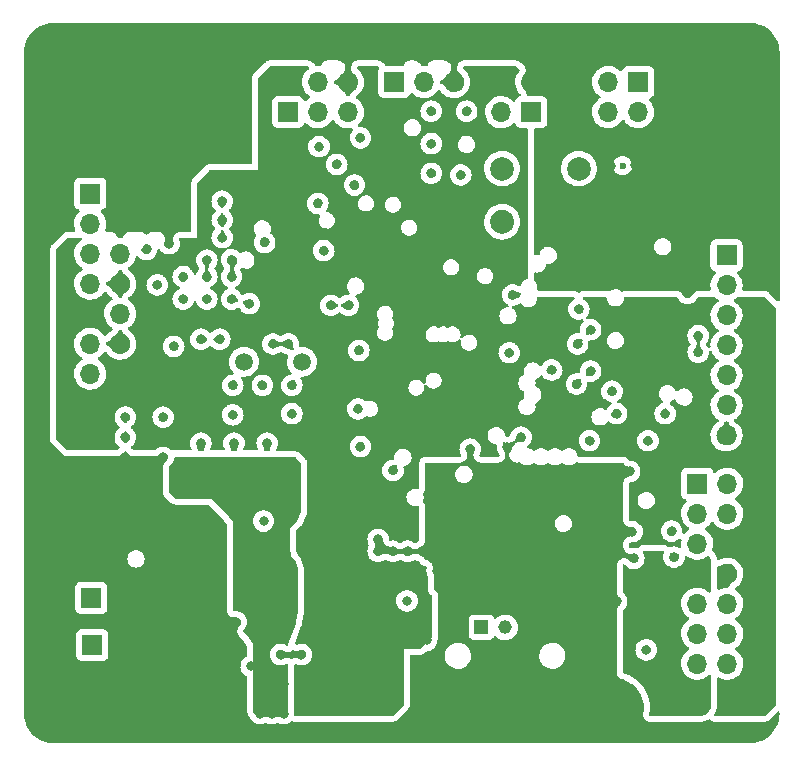
<source format=gbr>
%TF.GenerationSoftware,KiCad,Pcbnew,(6.0.1)*%
%TF.CreationDate,2022-01-20T11:15:22+01:00*%
%TF.ProjectId,LogicBoard_Avr,4c6f6769-6342-46f6-9172-645f4176722e,rev?*%
%TF.SameCoordinates,Original*%
%TF.FileFunction,Copper,L3,Inr*%
%TF.FilePolarity,Positive*%
%FSLAX46Y46*%
G04 Gerber Fmt 4.6, Leading zero omitted, Abs format (unit mm)*
G04 Created by KiCad (PCBNEW (6.0.1)) date 2022-01-20 11:15:22*
%MOMM*%
%LPD*%
G01*
G04 APERTURE LIST*
%TA.AperFunction,ComponentPad*%
%ADD10R,1.150000X1.150000*%
%TD*%
%TA.AperFunction,ComponentPad*%
%ADD11C,1.150000*%
%TD*%
%TA.AperFunction,ComponentPad*%
%ADD12R,1.700000X1.700000*%
%TD*%
%TA.AperFunction,ComponentPad*%
%ADD13O,1.700000X1.700000*%
%TD*%
%TA.AperFunction,ComponentPad*%
%ADD14C,5.000000*%
%TD*%
%TA.AperFunction,ComponentPad*%
%ADD15C,0.800000*%
%TD*%
%TA.AperFunction,ComponentPad*%
%ADD16C,2.000000*%
%TD*%
%TA.AperFunction,ComponentPad*%
%ADD17C,1.500000*%
%TD*%
%TA.AperFunction,ViaPad*%
%ADD18C,0.800000*%
%TD*%
%TA.AperFunction,ViaPad*%
%ADD19C,0.600000*%
%TD*%
G04 APERTURE END LIST*
D10*
%TO.N,/5V_PSU*%
%TO.C,J10*%
X155250000Y-117700000D03*
D11*
%TO.N,/PSU_Enabled*%
X157250001Y-117700000D03*
%TO.N,GND*%
X159250000Y-117700000D03*
%TD*%
D12*
%TO.N,/+TriggeredStatusLed*%
%TO.C,J11*%
X122300000Y-119200000D03*
D13*
%TO.N,GND*%
X124840000Y-119200000D03*
%TD*%
D12*
%TO.N,/TXD_UART*%
%TO.C,J2*%
X147860000Y-71525000D03*
D13*
%TO.N,/RXD_UART*%
X150400000Y-71525000D03*
%TO.N,GND*%
X152940000Y-71525000D03*
%TD*%
D12*
%TO.N,/MISO0(Prog)*%
%TO.C,J6*%
X138875000Y-74075000D03*
D13*
%TO.N,/VCC*%
X138875000Y-71535000D03*
%TO.N,/SCK0(Prog)*%
X141415000Y-74075000D03*
%TO.N,/OC2A_PWM*%
X141415000Y-71535000D03*
%TO.N,/RESET*%
X143955000Y-74075000D03*
%TO.N,GND*%
X143955000Y-71535000D03*
%TD*%
D12*
%TO.N,/PowerRegulation/+PowerStatusLed*%
%TO.C,J12*%
X122225000Y-115200000D03*
D13*
%TO.N,GND*%
X124765000Y-115200000D03*
%TD*%
D14*
%TO.N,GND*%
%TO.C,H2*%
X174500000Y-72500000D03*
D15*
X176375000Y-72500000D03*
X172625000Y-72500000D03*
X174500000Y-70625000D03*
X173174175Y-73825825D03*
X173174175Y-71174175D03*
X175825825Y-71174175D03*
X174500000Y-74375000D03*
X175825825Y-73825825D03*
%TD*%
D16*
%TO.N,/ResetSwitchSide*%
%TO.C,SW1*%
X163500000Y-78850000D03*
X157000000Y-78850000D03*
%TO.N,GND*%
X163500000Y-83350000D03*
X157000000Y-83350000D03*
%TD*%
D15*
%TO.N,GND*%
%TO.C,H4*%
X124700825Y-125825825D03*
X121500000Y-124500000D03*
X124700825Y-123174175D03*
X122049175Y-125825825D03*
X123375000Y-122625000D03*
X125250000Y-124500000D03*
X123375000Y-126375000D03*
D14*
X123375000Y-124500000D03*
D15*
X122049175Y-123174175D03*
%TD*%
D14*
%TO.N,GND*%
%TO.C,H3*%
X166500000Y-124500000D03*
D15*
X166500000Y-122625000D03*
X168375000Y-124500000D03*
X167825825Y-123174175D03*
X166500000Y-126375000D03*
X167825825Y-125825825D03*
X165174175Y-123174175D03*
X165174175Y-125825825D03*
X164625000Y-124500000D03*
%TD*%
%TO.N,GND*%
%TO.C,H1*%
X121924175Y-73825825D03*
X125125000Y-72500000D03*
X123250000Y-70625000D03*
X121375000Y-72500000D03*
X124575825Y-73825825D03*
X121924175Y-71174175D03*
D14*
X123250000Y-72500000D03*
D15*
X123250000Y-74375000D03*
X124575825Y-71174175D03*
%TD*%
D12*
%TO.N,/SDA_I2C*%
%TO.C,J1*%
X159467500Y-74075000D03*
D13*
%TO.N,/SCL_I2C*%
X156927500Y-74075000D03*
%TO.N,GND*%
X159467500Y-71535000D03*
%TO.N,/VCC*%
X156927500Y-71535000D03*
%TD*%
D12*
%TO.N,/Ampmeter(In)*%
%TO.C,J4*%
X176000000Y-86200000D03*
D13*
%TO.N,/PowerBoardLink/OC1A_PWM_OUT*%
X176000000Y-88740000D03*
%TO.N,/PowerBoardLink/HBridgeALO*%
X176000000Y-91280000D03*
%TO.N,/PowerBoardLink/HBridgeBHO*%
X176000000Y-93820000D03*
%TO.N,/PowerBoardLink/HBridgeBLO*%
X176000000Y-96360000D03*
%TO.N,/CoolingFan(Out)*%
X176000000Y-98900000D03*
%TO.N,GND*%
X176000000Y-101440000D03*
%TD*%
D12*
%TO.N,/OptTProbe(In)*%
%TO.C,J9*%
X173525000Y-105525000D03*
D13*
%TO.N,/Triggered(Out)*%
X176065000Y-105525000D03*
%TO.N,/PumpDrive(Out)*%
X173525000Y-108065000D03*
%TO.N,/CoolingFan(Out)*%
X176065000Y-108065000D03*
%TO.N,/RESET*%
X173525000Y-110605000D03*
%TO.N,/VCC*%
X176065000Y-110605000D03*
%TO.N,/3.3V*%
X173525000Y-113145000D03*
%TO.N,GND*%
X176065000Y-113145000D03*
%TO.N,/GPIO1*%
X173525000Y-115685000D03*
%TO.N,/RotEncB(In)*%
X176065000Y-115685000D03*
%TO.N,/RotEncA(In)*%
X173525000Y-118225000D03*
%TO.N,/InvertedTrigger(In)*%
X176065000Y-118225000D03*
%TO.N,/IntensityPot(In)*%
X173525000Y-120765000D03*
%TO.N,/Polarity(In)*%
X176065000Y-120765000D03*
%TO.N,/3.3V*%
X173525000Y-123305000D03*
%TO.N,/VCC*%
X176065000Y-123305000D03*
%TD*%
D12*
%TO.N,/Polarity(In)*%
%TO.C,J3*%
X122125000Y-80975000D03*
D13*
%TO.N,GND*%
X124665000Y-80975000D03*
%TO.N,/InvertedTrigger(In)*%
X122125000Y-83515000D03*
%TO.N,GND*%
X124665000Y-83515000D03*
%TO.N,/MechanicalUserInterface/ExternalTriggerIsolated*%
X122125000Y-86055000D03*
%TO.N,GND1*%
X124665000Y-86055000D03*
%TO.N,/PSU_Enabled*%
X122125000Y-88595000D03*
%TO.N,GND*%
X124665000Y-88595000D03*
%TO.N,/VCC*%
X122125000Y-91135000D03*
%TO.N,/RotEncB(In)*%
X124665000Y-91135000D03*
%TO.N,/RotEncA(In)*%
X122125000Y-93675000D03*
%TO.N,GND*%
X124665000Y-93675000D03*
%TO.N,/IntensityPot(In)*%
X122125000Y-96215000D03*
%TO.N,/VCC*%
X124665000Y-96215000D03*
%TD*%
D12*
%TO.N,/MOSI1(ADC7)*%
%TO.C,J5*%
X168525000Y-71525000D03*
D13*
%TO.N,/IntensityPot(In)*%
X168525000Y-74065000D03*
%TO.N,/MISO1(ADC0)*%
X165985000Y-71525000D03*
%TO.N,/SCK1(ADC1)*%
X165985000Y-74065000D03*
%TO.N,GND*%
X163445000Y-71525000D03*
X163445000Y-74065000D03*
%TD*%
D17*
%TO.N,/XTAL1*%
%TO.C,Y1*%
X135150000Y-95200000D03*
%TO.N,/XTAL2*%
X140050000Y-95200000D03*
%TD*%
D18*
%TO.N,GND*%
X133500000Y-123750000D03*
X135600000Y-90300000D03*
X169350000Y-101900000D03*
X155500000Y-109000000D03*
X168200000Y-83300000D03*
X140000000Y-120000000D03*
X146500000Y-111250000D03*
X162300000Y-116000000D03*
X143000000Y-78500000D03*
X127750000Y-117250000D03*
X161200000Y-95900000D03*
X125100000Y-103300000D03*
X147750000Y-111250000D03*
X126233334Y-77400000D03*
X126900000Y-85700000D03*
X130000000Y-121000000D03*
X147762500Y-104400000D03*
X171000000Y-87200000D03*
X137600000Y-93700000D03*
X164250000Y-118000000D03*
X164500000Y-96000000D03*
X168290875Y-78567305D03*
X127750000Y-123000000D03*
X131500000Y-102100000D03*
X166300000Y-97700000D03*
X128800000Y-85200000D03*
X144800000Y-99200000D03*
X144875500Y-94250000D03*
X134100000Y-89900000D03*
X127750000Y-121000000D03*
X145000000Y-102400000D03*
X132000000Y-86600000D03*
X159560000Y-119600000D03*
X163500000Y-90750000D03*
X134833334Y-77400000D03*
X132000000Y-89900000D03*
X168700000Y-87200000D03*
X152250000Y-110500000D03*
X161300000Y-76800000D03*
X138250000Y-120000000D03*
X166700000Y-115500000D03*
X132000000Y-88000000D03*
X160300000Y-83400000D03*
X141900000Y-85800000D03*
X150250000Y-111250000D03*
X136900000Y-85100000D03*
X134100000Y-88000000D03*
X132250000Y-117250000D03*
X154800000Y-112900000D03*
X166200000Y-78600000D03*
X127750000Y-113500000D03*
X163400000Y-112200000D03*
X167800000Y-104500000D03*
X168000000Y-109600000D03*
X128300000Y-99900000D03*
X154000000Y-74000000D03*
X139200000Y-99600000D03*
X144500000Y-80250000D03*
X157140000Y-119600000D03*
X133300000Y-83200000D03*
X164400000Y-101900000D03*
X130000000Y-113500000D03*
X132250000Y-123000000D03*
X166200000Y-83300000D03*
X149000000Y-111250000D03*
X130000000Y-123000000D03*
X127750000Y-115400000D03*
X133300000Y-84700000D03*
X165900000Y-108900000D03*
X132250000Y-110500000D03*
X141500000Y-77000000D03*
X157450000Y-102450000D03*
X144000000Y-90425980D03*
X173600000Y-93000000D03*
X132250000Y-115400000D03*
X142500000Y-90425980D03*
X133100000Y-93300000D03*
X164700000Y-88300000D03*
X134100000Y-86582489D03*
X131966666Y-77400000D03*
X173600000Y-94400000D03*
X138900000Y-93700000D03*
X159950000Y-109950000D03*
X130000000Y-110500000D03*
X130000000Y-119250000D03*
X154300000Y-102600000D03*
X166700000Y-99600000D03*
X157140000Y-121800000D03*
X134500000Y-121000000D03*
X128300000Y-103300000D03*
X171550000Y-111750000D03*
X131500000Y-93300000D03*
X145000000Y-76250000D03*
X171350000Y-109550000D03*
X151000000Y-79250000D03*
X134500000Y-119250000D03*
X132250000Y-119250000D03*
X141400000Y-81800000D03*
X152250000Y-109500000D03*
X169200000Y-119600000D03*
X125100000Y-99900000D03*
X136700000Y-97200000D03*
X163300000Y-97100000D03*
X129200000Y-93900000D03*
X132250000Y-121000000D03*
X160950000Y-114450000D03*
X151250000Y-109500000D03*
X170800000Y-99600000D03*
X133298076Y-81615989D03*
X129100000Y-77400000D03*
X127800000Y-88700000D03*
X157900000Y-89549000D03*
X150600000Y-121000000D03*
X151000000Y-74000000D03*
X158600000Y-101600000D03*
X151500000Y-112900000D03*
X132250000Y-113500000D03*
X151250000Y-110500000D03*
X130000000Y-88000000D03*
X125100000Y-101600000D03*
X172710749Y-89410749D03*
X130000000Y-117250000D03*
X134300000Y-102100000D03*
X168150000Y-111850000D03*
X146500000Y-110250000D03*
X134500000Y-117250000D03*
X127750000Y-119250000D03*
X156800000Y-110000000D03*
X127750000Y-110500000D03*
X139200000Y-97200000D03*
X130000000Y-89900000D03*
X153500000Y-79400000D03*
X154720000Y-119600000D03*
X130000000Y-115400000D03*
X134200000Y-97200000D03*
X164500000Y-92500000D03*
X163400000Y-93700000D03*
X151000000Y-76750000D03*
X137100000Y-102100000D03*
X157600011Y-94450000D03*
X134200000Y-99700000D03*
%TO.N,/3.3V*%
X136500000Y-123750000D03*
X137500000Y-125000000D03*
X134200000Y-104700000D03*
X138400000Y-104000000D03*
X138500000Y-125000000D03*
X136500000Y-125000000D03*
X135750000Y-121000000D03*
X138500000Y-122500000D03*
X136500000Y-122500000D03*
X137500000Y-122500000D03*
X130200000Y-104700000D03*
%TO.N,/VCC*%
X146000000Y-121000000D03*
X146000000Y-116500000D03*
X142662500Y-104400000D03*
X156600000Y-93600000D03*
X144000000Y-120000000D03*
X141500000Y-120000000D03*
X141500000Y-116500000D03*
X146000000Y-117400000D03*
X150600000Y-118800000D03*
X142750000Y-121000000D03*
X142750000Y-116500000D03*
X143750000Y-111250000D03*
X142500000Y-111250000D03*
X141500000Y-117400000D03*
X144000000Y-116500000D03*
X144000000Y-117400000D03*
X140000000Y-111250000D03*
X136600000Y-81635000D03*
X141500000Y-121000000D03*
X161500000Y-92600000D03*
X140000000Y-110250000D03*
X141250000Y-111250000D03*
X138900000Y-89600000D03*
X141500000Y-122000000D03*
X145000000Y-111250000D03*
X146000000Y-120000000D03*
X144000000Y-122000000D03*
X153825980Y-81800000D03*
X144000000Y-121000000D03*
X145000000Y-110250000D03*
X142750000Y-122000000D03*
X146000000Y-122000000D03*
%TO.N,/PSU_Enabled*%
X136800000Y-108700000D03*
D19*
%TO.N,/MISO1(ADC0)*%
X167200000Y-78600000D03*
D18*
%TO.N,/5V_PSU*%
X148950000Y-115450000D03*
%TD*%
%TA.AperFunction,Conductor*%
%TO.N,GND*%
G36*
X177970057Y-66509500D02*
G01*
X177984858Y-66511805D01*
X177984861Y-66511805D01*
X177993730Y-66513186D01*
X178010899Y-66510941D01*
X178034839Y-66510108D01*
X178292770Y-66525710D01*
X178307874Y-66527544D01*
X178378648Y-66540514D01*
X178588879Y-66579040D01*
X178603641Y-66582678D01*
X178876408Y-66667675D01*
X178890627Y-66673069D01*
X179151140Y-66790316D01*
X179164609Y-66797385D01*
X179409095Y-66945182D01*
X179421617Y-66953825D01*
X179646507Y-67130016D01*
X179657895Y-67140106D01*
X179859894Y-67342105D01*
X179869984Y-67353493D01*
X180046175Y-67578383D01*
X180054818Y-67590905D01*
X180202615Y-67835391D01*
X180209686Y-67848864D01*
X180326930Y-68109370D01*
X180332326Y-68123596D01*
X180417321Y-68396353D01*
X180420962Y-68411127D01*
X180472456Y-68692126D01*
X180474290Y-68707230D01*
X180489455Y-68957929D01*
X180488198Y-68984639D01*
X180488195Y-68984859D01*
X180486814Y-68993730D01*
X180487978Y-69002632D01*
X180487978Y-69002635D01*
X180490936Y-69025251D01*
X180492000Y-69041589D01*
X180492000Y-89969408D01*
X180471998Y-90037529D01*
X180418342Y-90084022D01*
X180348068Y-90094126D01*
X180283488Y-90064632D01*
X180276904Y-90058503D01*
X180042567Y-89824165D01*
X179596111Y-89377709D01*
X179555659Y-89341372D01*
X179546236Y-89333778D01*
X179536000Y-89325529D01*
X179535989Y-89325520D01*
X179534689Y-89324473D01*
X179523972Y-89316745D01*
X179495598Y-89296284D01*
X179495595Y-89296282D01*
X179490576Y-89292663D01*
X179359050Y-89232597D01*
X179323985Y-89222301D01*
X179295252Y-89213864D01*
X179295248Y-89213863D01*
X179290929Y-89212595D01*
X179286480Y-89211955D01*
X179286474Y-89211954D01*
X179152258Y-89192657D01*
X179152253Y-89192657D01*
X179147811Y-89192018D01*
X178684725Y-89192018D01*
X177452527Y-89192016D01*
X177384406Y-89172014D01*
X177337913Y-89118358D01*
X177327809Y-89048084D01*
X177330027Y-89038123D01*
X177329774Y-89038068D01*
X177330865Y-89033024D01*
X177332370Y-89028069D01*
X177361529Y-88806590D01*
X177362129Y-88782037D01*
X177363074Y-88743365D01*
X177363074Y-88743361D01*
X177363156Y-88740000D01*
X177344852Y-88517361D01*
X177290431Y-88300702D01*
X177201354Y-88095840D01*
X177157297Y-88027739D01*
X177082822Y-87912617D01*
X177082820Y-87912614D01*
X177080014Y-87908277D01*
X177061754Y-87888209D01*
X176932798Y-87746488D01*
X176901746Y-87682642D01*
X176910141Y-87612143D01*
X176955317Y-87557375D01*
X176981761Y-87543706D01*
X177088297Y-87503767D01*
X177096705Y-87500615D01*
X177213261Y-87413261D01*
X177300615Y-87296705D01*
X177351745Y-87160316D01*
X177358500Y-87098134D01*
X177358500Y-85301866D01*
X177351745Y-85239684D01*
X177300615Y-85103295D01*
X177213261Y-84986739D01*
X177096705Y-84899385D01*
X176960316Y-84848255D01*
X176898134Y-84841500D01*
X175101866Y-84841500D01*
X175039684Y-84848255D01*
X174903295Y-84899385D01*
X174786739Y-84986739D01*
X174699385Y-85103295D01*
X174648255Y-85239684D01*
X174641500Y-85301866D01*
X174641500Y-87098134D01*
X174648255Y-87160316D01*
X174699385Y-87296705D01*
X174786739Y-87413261D01*
X174903295Y-87500615D01*
X174911704Y-87503767D01*
X174911705Y-87503768D01*
X175020451Y-87544535D01*
X175077216Y-87587176D01*
X175101916Y-87653738D01*
X175086709Y-87723087D01*
X175067316Y-87749568D01*
X175063580Y-87753477D01*
X174972488Y-87848800D01*
X174940629Y-87882138D01*
X174937715Y-87886410D01*
X174937714Y-87886411D01*
X174884593Y-87964284D01*
X174814743Y-88066680D01*
X174800985Y-88096320D01*
X174741145Y-88225235D01*
X174720688Y-88269305D01*
X174660989Y-88484570D01*
X174637251Y-88706695D01*
X174637548Y-88711848D01*
X174637548Y-88711851D01*
X174642871Y-88804171D01*
X174650110Y-88929715D01*
X174651247Y-88934761D01*
X174651248Y-88934767D01*
X174674584Y-89038313D01*
X174670048Y-89109164D01*
X174627926Y-89166316D01*
X174561593Y-89191622D01*
X174551671Y-89192014D01*
X173691289Y-89192013D01*
X173662984Y-89192013D01*
X173658473Y-89192672D01*
X173658466Y-89192673D01*
X173522300Y-89212581D01*
X173517553Y-89213275D01*
X173513175Y-89214583D01*
X173513171Y-89214584D01*
X173503228Y-89217555D01*
X173448430Y-89233928D01*
X173444289Y-89235855D01*
X173444286Y-89235856D01*
X173384375Y-89263734D01*
X173315167Y-89295938D01*
X173206797Y-89391660D01*
X173160816Y-89445755D01*
X173142037Y-89475606D01*
X173114066Y-89520066D01*
X173107072Y-89529273D01*
X173105350Y-89528279D01*
X173102050Y-89533994D01*
X173102035Y-89534029D01*
X173102032Y-89534027D01*
X173096731Y-89543209D01*
X173096728Y-89543214D01*
X173043168Y-89635982D01*
X173027685Y-89657293D01*
X172989070Y-89700179D01*
X172969501Y-89717799D01*
X172922813Y-89751721D01*
X172900007Y-89764888D01*
X172847282Y-89788362D01*
X172822244Y-89796497D01*
X172794017Y-89802497D01*
X172794013Y-89802498D01*
X172793917Y-89802518D01*
X172793885Y-89802525D01*
X172765799Y-89808495D01*
X172739602Y-89811249D01*
X172681896Y-89811249D01*
X172655699Y-89808495D01*
X172627613Y-89802525D01*
X172627581Y-89802518D01*
X172627485Y-89802498D01*
X172627481Y-89802497D01*
X172599254Y-89796497D01*
X172574216Y-89788362D01*
X172521491Y-89764888D01*
X172498685Y-89751721D01*
X172451997Y-89717799D01*
X172432428Y-89700179D01*
X172393815Y-89657295D01*
X172378332Y-89635984D01*
X172340431Y-89570338D01*
X172340427Y-89570332D01*
X172339270Y-89568328D01*
X172319461Y-89534019D01*
X172316167Y-89528313D01*
X172314212Y-89529442D01*
X172309939Y-89524230D01*
X172272630Y-89465274D01*
X172259122Y-89443928D01*
X172256153Y-89440468D01*
X172256149Y-89440463D01*
X172215113Y-89392647D01*
X172212136Y-89389178D01*
X172101276Y-89292654D01*
X171969751Y-89232590D01*
X171965432Y-89231322D01*
X171965427Y-89231320D01*
X171905952Y-89213857D01*
X171905946Y-89213856D01*
X171901632Y-89212589D01*
X171897188Y-89211950D01*
X171897183Y-89211949D01*
X171762961Y-89192651D01*
X171762958Y-89192651D01*
X171758515Y-89192012D01*
X169700000Y-89192010D01*
X167461292Y-89192008D01*
X167458516Y-89192008D01*
X167455760Y-89192251D01*
X167455757Y-89192251D01*
X167426177Y-89194858D01*
X167369670Y-89199838D01*
X167366944Y-89200322D01*
X167366938Y-89200323D01*
X167329281Y-89207012D01*
X167326277Y-89207546D01*
X167240151Y-89230800D01*
X167233751Y-89234250D01*
X167233749Y-89234251D01*
X167230772Y-89235856D01*
X167206364Y-89249014D01*
X167136912Y-89263734D01*
X167067622Y-89236302D01*
X167064333Y-89233658D01*
X167059370Y-89228660D01*
X166921374Y-89141085D01*
X166857549Y-89118358D01*
X166774041Y-89088622D01*
X166774036Y-89088621D01*
X166767406Y-89086260D01*
X166760418Y-89085427D01*
X166760415Y-89085426D01*
X166649476Y-89072197D01*
X166605118Y-89066908D01*
X166598115Y-89067644D01*
X166598114Y-89067644D01*
X166449575Y-89083256D01*
X166449573Y-89083257D01*
X166442575Y-89083992D01*
X166394083Y-89100500D01*
X166294527Y-89134391D01*
X166294524Y-89134392D01*
X166287857Y-89136662D01*
X166281858Y-89140352D01*
X166281857Y-89140353D01*
X166257823Y-89155139D01*
X166148652Y-89222301D01*
X166143622Y-89227227D01*
X166143618Y-89227230D01*
X166141757Y-89229053D01*
X166140276Y-89229842D01*
X166138069Y-89231566D01*
X166137766Y-89231178D01*
X166079092Y-89262423D01*
X166008333Y-89256617D01*
X166001265Y-89253646D01*
X165955152Y-89232586D01*
X165916198Y-89221148D01*
X165891348Y-89213851D01*
X165891344Y-89213850D01*
X165887032Y-89212584D01*
X165882580Y-89211944D01*
X165882576Y-89211943D01*
X165801756Y-89200323D01*
X165743911Y-89192006D01*
X164736879Y-89192005D01*
X163968084Y-89192005D01*
X163907345Y-89198681D01*
X163861167Y-89203757D01*
X163861160Y-89203758D01*
X163857741Y-89204134D01*
X163804313Y-89216023D01*
X163801057Y-89217133D01*
X163801052Y-89217134D01*
X163706765Y-89249265D01*
X163706763Y-89249266D01*
X163699236Y-89251831D01*
X163623083Y-89301802D01*
X163589611Y-89323766D01*
X163578347Y-89331157D01*
X163575331Y-89333821D01*
X163509161Y-89359220D01*
X163439647Y-89344788D01*
X163416466Y-89328856D01*
X163416274Y-89328689D01*
X163388781Y-89304866D01*
X163381492Y-89298550D01*
X163381490Y-89298549D01*
X163374678Y-89292646D01*
X163366478Y-89288901D01*
X163366476Y-89288900D01*
X163247250Y-89234453D01*
X163243153Y-89232582D01*
X163238834Y-89231314D01*
X163238829Y-89231312D01*
X163179354Y-89213849D01*
X163179348Y-89213848D01*
X163175034Y-89212581D01*
X163170590Y-89211942D01*
X163170585Y-89211941D01*
X163036363Y-89192643D01*
X163036360Y-89192643D01*
X163031917Y-89192004D01*
X160200000Y-89192001D01*
X160070023Y-89192001D01*
X160001902Y-89171999D01*
X159955409Y-89118343D01*
X159945306Y-89048069D01*
X159953116Y-89019004D01*
X159957361Y-89008445D01*
X159960194Y-89001398D01*
X159983333Y-88838814D01*
X159983483Y-88824500D01*
X159980911Y-88803240D01*
X159973665Y-88743365D01*
X159963754Y-88661466D01*
X159905705Y-88507845D01*
X159891128Y-88486635D01*
X159816990Y-88378764D01*
X159816989Y-88378763D01*
X159812688Y-88372505D01*
X159729488Y-88298376D01*
X159691933Y-88238125D01*
X159688590Y-88186369D01*
X159707361Y-88055812D01*
X159707362Y-88055805D01*
X159708000Y-88051364D01*
X159708000Y-87764476D01*
X159728002Y-87696355D01*
X159781658Y-87649862D01*
X159850664Y-87639583D01*
X159977665Y-87656529D01*
X159977670Y-87656529D01*
X159984647Y-87657460D01*
X159991658Y-87656822D01*
X159991662Y-87656822D01*
X160140391Y-87643286D01*
X160147412Y-87642647D01*
X160154114Y-87640469D01*
X160154116Y-87640469D01*
X160296152Y-87594319D01*
X160296155Y-87594318D01*
X160302851Y-87592142D01*
X160359164Y-87558573D01*
X160437186Y-87512063D01*
X160437188Y-87512062D01*
X160443238Y-87508455D01*
X160561595Y-87395745D01*
X160652040Y-87259614D01*
X160672084Y-87206849D01*
X160707578Y-87113411D01*
X160707579Y-87113406D01*
X160710078Y-87106828D01*
X160711780Y-87094717D01*
X160719865Y-87037191D01*
X160749153Y-86972517D01*
X160808758Y-86933944D01*
X160861303Y-86929834D01*
X160871998Y-86931261D01*
X160877668Y-86932018D01*
X160877670Y-86932018D01*
X160884647Y-86932949D01*
X160891658Y-86932311D01*
X160891662Y-86932311D01*
X161040391Y-86918775D01*
X161047412Y-86918136D01*
X161054114Y-86915958D01*
X161054116Y-86915958D01*
X161196152Y-86869808D01*
X161196155Y-86869807D01*
X161202851Y-86867631D01*
X161238220Y-86846547D01*
X161337186Y-86787552D01*
X161337188Y-86787551D01*
X161343238Y-86783944D01*
X161461595Y-86671234D01*
X161552040Y-86535103D01*
X161565844Y-86498763D01*
X161607578Y-86388900D01*
X161607579Y-86388895D01*
X161610078Y-86382317D01*
X161611140Y-86374762D01*
X161632273Y-86224393D01*
X161632273Y-86224388D01*
X161632824Y-86220470D01*
X161633110Y-86200000D01*
X161617749Y-86063052D01*
X161615677Y-86044577D01*
X161615676Y-86044575D01*
X161614892Y-86037581D01*
X161561142Y-85883234D01*
X161494335Y-85776319D01*
X161478266Y-85750602D01*
X161478264Y-85750600D01*
X161474534Y-85744630D01*
X161469572Y-85739633D01*
X161364333Y-85633657D01*
X161364329Y-85633654D01*
X161359370Y-85628660D01*
X161353194Y-85624740D01*
X161279054Y-85577690D01*
X161221374Y-85541085D01*
X161169119Y-85522478D01*
X161074041Y-85488622D01*
X161074036Y-85488621D01*
X161067406Y-85486260D01*
X161060418Y-85485427D01*
X161060415Y-85485426D01*
X160944147Y-85471562D01*
X160905118Y-85466908D01*
X160898115Y-85467644D01*
X160898114Y-85467644D01*
X160749575Y-85483256D01*
X160749573Y-85483257D01*
X160742575Y-85483992D01*
X160664502Y-85510570D01*
X160594527Y-85534391D01*
X160594524Y-85534392D01*
X160587857Y-85536662D01*
X160581858Y-85540352D01*
X160581857Y-85540353D01*
X160559447Y-85554140D01*
X160448652Y-85622301D01*
X160405662Y-85664400D01*
X160339244Y-85729442D01*
X160331880Y-85736653D01*
X160243345Y-85874034D01*
X160240936Y-85880654D01*
X160240935Y-85880655D01*
X160235231Y-85896326D01*
X160187446Y-86027615D01*
X160180036Y-86086270D01*
X160151654Y-86151347D01*
X160092595Y-86190748D01*
X160040112Y-86195592D01*
X160005118Y-86191419D01*
X159998115Y-86192155D01*
X159998114Y-86192155D01*
X159902030Y-86202254D01*
X159847171Y-86208020D01*
X159777332Y-86195248D01*
X159725486Y-86146746D01*
X159708000Y-86082710D01*
X159708000Y-85465264D01*
X169866961Y-85465264D01*
X169882910Y-85627922D01*
X169885134Y-85634607D01*
X169885134Y-85634608D01*
X169900802Y-85681708D01*
X169934499Y-85783005D01*
X169938148Y-85789030D01*
X170003126Y-85896320D01*
X170019165Y-85922804D01*
X170024056Y-85927869D01*
X170024057Y-85927870D01*
X170069822Y-85975261D01*
X170132698Y-86040371D01*
X170138590Y-86044226D01*
X170138594Y-86044230D01*
X170220376Y-86097746D01*
X170269457Y-86129864D01*
X170299318Y-86140969D01*
X170416048Y-86184380D01*
X170416051Y-86184381D01*
X170422645Y-86186833D01*
X170429622Y-86187764D01*
X170577666Y-86207518D01*
X170577670Y-86207518D01*
X170584647Y-86208449D01*
X170591658Y-86207811D01*
X170591662Y-86207811D01*
X170740391Y-86194275D01*
X170747412Y-86193636D01*
X170754114Y-86191458D01*
X170754116Y-86191458D01*
X170896152Y-86145308D01*
X170896155Y-86145307D01*
X170902851Y-86143131D01*
X170931575Y-86126008D01*
X171037186Y-86063052D01*
X171037188Y-86063051D01*
X171043238Y-86059444D01*
X171161595Y-85946734D01*
X171252040Y-85810603D01*
X171281675Y-85732588D01*
X171307578Y-85664400D01*
X171307579Y-85664395D01*
X171310078Y-85657817D01*
X171313340Y-85634608D01*
X171332273Y-85499893D01*
X171332273Y-85499888D01*
X171332824Y-85495970D01*
X171333110Y-85475500D01*
X171320905Y-85366692D01*
X171315677Y-85320077D01*
X171315676Y-85320075D01*
X171314892Y-85313081D01*
X171261142Y-85158734D01*
X171203774Y-85066924D01*
X171178266Y-85026102D01*
X171178264Y-85026100D01*
X171174534Y-85020130D01*
X171169572Y-85015133D01*
X171064333Y-84909157D01*
X171064329Y-84909154D01*
X171059370Y-84904160D01*
X171043536Y-84894111D01*
X170995765Y-84863795D01*
X170921374Y-84816585D01*
X170896835Y-84807847D01*
X170774041Y-84764122D01*
X170774036Y-84764121D01*
X170767406Y-84761760D01*
X170760418Y-84760927D01*
X170760415Y-84760926D01*
X170649476Y-84747697D01*
X170605118Y-84742408D01*
X170598115Y-84743144D01*
X170598114Y-84743144D01*
X170449575Y-84758756D01*
X170449573Y-84758757D01*
X170442575Y-84759492D01*
X170393669Y-84776141D01*
X170294527Y-84809891D01*
X170294524Y-84809892D01*
X170287857Y-84812162D01*
X170148652Y-84897801D01*
X170109435Y-84936205D01*
X170045037Y-84999269D01*
X170031880Y-85012153D01*
X169943345Y-85149534D01*
X169940936Y-85156154D01*
X169940935Y-85156155D01*
X169935695Y-85170553D01*
X169887446Y-85303115D01*
X169866961Y-85465264D01*
X159708000Y-85465264D01*
X159708000Y-78850000D01*
X161986835Y-78850000D01*
X162005465Y-79086711D01*
X162006619Y-79091518D01*
X162006620Y-79091524D01*
X162021488Y-79153452D01*
X162060895Y-79317594D01*
X162062788Y-79322165D01*
X162062789Y-79322167D01*
X162135019Y-79496546D01*
X162151760Y-79536963D01*
X162154346Y-79541183D01*
X162273241Y-79735202D01*
X162273245Y-79735208D01*
X162275824Y-79739416D01*
X162430031Y-79919969D01*
X162610584Y-80074176D01*
X162614792Y-80076755D01*
X162614798Y-80076759D01*
X162808817Y-80195654D01*
X162813037Y-80198240D01*
X162817607Y-80200133D01*
X162817611Y-80200135D01*
X163027833Y-80287211D01*
X163032406Y-80289105D01*
X163112609Y-80308360D01*
X163258476Y-80343380D01*
X163258482Y-80343381D01*
X163263289Y-80344535D01*
X163500000Y-80363165D01*
X163736711Y-80344535D01*
X163741518Y-80343381D01*
X163741524Y-80343380D01*
X163887391Y-80308360D01*
X163967594Y-80289105D01*
X163972167Y-80287211D01*
X164182389Y-80200135D01*
X164182393Y-80200133D01*
X164186963Y-80198240D01*
X164191183Y-80195654D01*
X164385202Y-80076759D01*
X164385208Y-80076755D01*
X164389416Y-80074176D01*
X164569969Y-79919969D01*
X164724176Y-79739416D01*
X164726755Y-79735208D01*
X164726759Y-79735202D01*
X164845654Y-79541183D01*
X164848240Y-79536963D01*
X164864982Y-79496546D01*
X164937211Y-79322167D01*
X164937212Y-79322165D01*
X164939105Y-79317594D01*
X164978512Y-79153452D01*
X164993380Y-79091524D01*
X164993381Y-79091518D01*
X164994535Y-79086711D01*
X165013165Y-78850000D01*
X164994535Y-78613289D01*
X164990463Y-78596325D01*
X164988618Y-78588640D01*
X166386463Y-78588640D01*
X166404163Y-78769160D01*
X166461418Y-78941273D01*
X166465065Y-78947295D01*
X166465066Y-78947297D01*
X166549498Y-79086711D01*
X166555380Y-79096424D01*
X166560269Y-79101487D01*
X166560270Y-79101488D01*
X166569049Y-79110579D01*
X166681382Y-79226902D01*
X166716678Y-79249999D01*
X166824510Y-79320562D01*
X166833159Y-79326222D01*
X166839763Y-79328678D01*
X166839765Y-79328679D01*
X166996558Y-79386990D01*
X166996560Y-79386990D01*
X167003168Y-79389448D01*
X167082235Y-79399998D01*
X167175980Y-79412507D01*
X167175984Y-79412507D01*
X167182961Y-79413438D01*
X167189972Y-79412800D01*
X167189976Y-79412800D01*
X167332459Y-79399832D01*
X167363600Y-79396998D01*
X167370302Y-79394820D01*
X167370304Y-79394820D01*
X167529409Y-79343124D01*
X167529412Y-79343123D01*
X167536108Y-79340947D01*
X167632513Y-79283478D01*
X167685860Y-79251677D01*
X167685862Y-79251676D01*
X167691912Y-79248069D01*
X167823266Y-79122982D01*
X167923643Y-78971902D01*
X167968377Y-78854139D01*
X167985555Y-78808920D01*
X167985556Y-78808918D01*
X167988055Y-78802338D01*
X167989869Y-78789429D01*
X168012748Y-78626639D01*
X168012748Y-78626636D01*
X168013299Y-78622717D01*
X168013616Y-78600000D01*
X167993397Y-78419745D01*
X167991080Y-78413091D01*
X167936064Y-78255106D01*
X167936062Y-78255103D01*
X167933745Y-78248448D01*
X167854977Y-78122391D01*
X167841359Y-78100598D01*
X167837626Y-78094624D01*
X167823941Y-78080843D01*
X167714778Y-77970915D01*
X167714774Y-77970912D01*
X167709815Y-77965918D01*
X167698697Y-77958862D01*
X167650538Y-77928300D01*
X167556666Y-77868727D01*
X167527463Y-77858328D01*
X167392425Y-77810243D01*
X167392420Y-77810242D01*
X167385790Y-77807881D01*
X167378802Y-77807048D01*
X167378799Y-77807047D01*
X167255698Y-77792368D01*
X167205680Y-77786404D01*
X167198677Y-77787140D01*
X167198676Y-77787140D01*
X167032288Y-77804628D01*
X167032286Y-77804629D01*
X167025288Y-77805364D01*
X166853579Y-77863818D01*
X166847575Y-77867512D01*
X166705095Y-77955166D01*
X166705092Y-77955168D01*
X166699088Y-77958862D01*
X166694053Y-77963793D01*
X166694050Y-77963795D01*
X166574525Y-78080843D01*
X166569493Y-78085771D01*
X166471235Y-78238238D01*
X166468826Y-78244858D01*
X166468824Y-78244861D01*
X166457939Y-78274768D01*
X166409197Y-78408685D01*
X166386463Y-78588640D01*
X164988618Y-78588640D01*
X164950399Y-78429448D01*
X164939105Y-78382406D01*
X164937211Y-78377833D01*
X164850135Y-78167611D01*
X164850133Y-78167607D01*
X164848240Y-78163037D01*
X164814667Y-78108251D01*
X164726759Y-77964798D01*
X164726755Y-77964792D01*
X164724176Y-77960584D01*
X164569969Y-77780031D01*
X164389416Y-77625824D01*
X164385208Y-77623245D01*
X164385202Y-77623241D01*
X164191183Y-77504346D01*
X164186963Y-77501760D01*
X164182393Y-77499867D01*
X164182389Y-77499865D01*
X163972167Y-77412789D01*
X163972165Y-77412788D01*
X163967594Y-77410895D01*
X163886954Y-77391535D01*
X163741524Y-77356620D01*
X163741518Y-77356619D01*
X163736711Y-77355465D01*
X163500000Y-77336835D01*
X163263289Y-77355465D01*
X163258482Y-77356619D01*
X163258476Y-77356620D01*
X163113046Y-77391535D01*
X163032406Y-77410895D01*
X163027835Y-77412788D01*
X163027833Y-77412789D01*
X162817611Y-77499865D01*
X162817607Y-77499867D01*
X162813037Y-77501760D01*
X162808817Y-77504346D01*
X162614798Y-77623241D01*
X162614792Y-77623245D01*
X162610584Y-77625824D01*
X162430031Y-77780031D01*
X162275824Y-77960584D01*
X162273245Y-77964792D01*
X162273241Y-77964798D01*
X162185333Y-78108251D01*
X162151760Y-78163037D01*
X162149867Y-78167607D01*
X162149865Y-78167611D01*
X162062789Y-78377833D01*
X162060895Y-78382406D01*
X162049601Y-78429448D01*
X162009538Y-78596325D01*
X162005465Y-78613289D01*
X161986835Y-78850000D01*
X159708000Y-78850000D01*
X159708000Y-75559500D01*
X159728002Y-75491379D01*
X159781658Y-75444886D01*
X159834000Y-75433500D01*
X160365634Y-75433500D01*
X160427816Y-75426745D01*
X160564205Y-75375615D01*
X160680761Y-75288261D01*
X160768115Y-75171705D01*
X160819245Y-75035316D01*
X160826000Y-74973134D01*
X160826000Y-74031695D01*
X164622251Y-74031695D01*
X164622548Y-74036848D01*
X164622548Y-74036851D01*
X164634639Y-74246544D01*
X164635110Y-74254715D01*
X164636247Y-74259761D01*
X164636248Y-74259767D01*
X164646904Y-74307050D01*
X164684222Y-74472639D01*
X164768266Y-74679616D01*
X164819019Y-74762438D01*
X164882291Y-74865688D01*
X164884987Y-74870088D01*
X165031250Y-75038938D01*
X165203126Y-75181632D01*
X165396000Y-75294338D01*
X165604692Y-75374030D01*
X165609760Y-75375061D01*
X165609763Y-75375062D01*
X165717017Y-75396883D01*
X165823597Y-75418567D01*
X165828772Y-75418757D01*
X165828774Y-75418757D01*
X166041673Y-75426564D01*
X166041677Y-75426564D01*
X166046837Y-75426753D01*
X166051957Y-75426097D01*
X166051959Y-75426097D01*
X166263288Y-75399025D01*
X166263289Y-75399025D01*
X166268416Y-75398368D01*
X166273366Y-75396883D01*
X166477429Y-75335661D01*
X166477434Y-75335659D01*
X166482384Y-75334174D01*
X166682994Y-75235896D01*
X166864860Y-75106173D01*
X167023096Y-74948489D01*
X167082594Y-74865689D01*
X167153453Y-74767077D01*
X167154776Y-74768028D01*
X167201645Y-74724857D01*
X167271580Y-74712625D01*
X167337026Y-74740144D01*
X167364875Y-74771994D01*
X167424987Y-74870088D01*
X167571250Y-75038938D01*
X167743126Y-75181632D01*
X167936000Y-75294338D01*
X168144692Y-75374030D01*
X168149760Y-75375061D01*
X168149763Y-75375062D01*
X168257017Y-75396883D01*
X168363597Y-75418567D01*
X168368772Y-75418757D01*
X168368774Y-75418757D01*
X168581673Y-75426564D01*
X168581677Y-75426564D01*
X168586837Y-75426753D01*
X168591957Y-75426097D01*
X168591959Y-75426097D01*
X168803288Y-75399025D01*
X168803289Y-75399025D01*
X168808416Y-75398368D01*
X168813366Y-75396883D01*
X169017429Y-75335661D01*
X169017434Y-75335659D01*
X169022384Y-75334174D01*
X169222994Y-75235896D01*
X169404860Y-75106173D01*
X169563096Y-74948489D01*
X169622594Y-74865689D01*
X169690435Y-74771277D01*
X169693453Y-74767077D01*
X169714320Y-74724857D01*
X169790136Y-74571453D01*
X169790137Y-74571451D01*
X169792430Y-74566811D01*
X169847441Y-74385748D01*
X169855865Y-74358023D01*
X169855865Y-74358021D01*
X169857370Y-74353069D01*
X169886529Y-74131590D01*
X169887391Y-74096320D01*
X169888074Y-74068365D01*
X169888074Y-74068361D01*
X169888156Y-74065000D01*
X169869852Y-73842361D01*
X169815431Y-73625702D01*
X169726354Y-73420840D01*
X169605014Y-73233277D01*
X169601532Y-73229450D01*
X169457798Y-73071488D01*
X169426746Y-73007642D01*
X169435141Y-72937143D01*
X169480317Y-72882375D01*
X169506761Y-72868706D01*
X169613297Y-72828767D01*
X169621705Y-72825615D01*
X169738261Y-72738261D01*
X169825615Y-72621705D01*
X169876745Y-72485316D01*
X169883500Y-72423134D01*
X169883500Y-70626866D01*
X169876745Y-70564684D01*
X169825615Y-70428295D01*
X169738261Y-70311739D01*
X169621705Y-70224385D01*
X169485316Y-70173255D01*
X169423134Y-70166500D01*
X167626866Y-70166500D01*
X167564684Y-70173255D01*
X167428295Y-70224385D01*
X167311739Y-70311739D01*
X167224385Y-70428295D01*
X167221233Y-70436703D01*
X167179919Y-70546907D01*
X167137277Y-70603671D01*
X167070716Y-70628371D01*
X167001367Y-70613163D01*
X166968743Y-70587476D01*
X166918151Y-70531875D01*
X166918142Y-70531866D01*
X166914670Y-70528051D01*
X166910619Y-70524852D01*
X166910615Y-70524848D01*
X166743414Y-70392800D01*
X166743410Y-70392798D01*
X166739359Y-70389598D01*
X166543789Y-70281638D01*
X166538920Y-70279914D01*
X166538916Y-70279912D01*
X166338087Y-70208795D01*
X166338083Y-70208794D01*
X166333212Y-70207069D01*
X166328119Y-70206162D01*
X166328116Y-70206161D01*
X166118373Y-70168800D01*
X166118367Y-70168799D01*
X166113284Y-70167894D01*
X166031842Y-70166899D01*
X165895081Y-70165228D01*
X165895079Y-70165228D01*
X165889911Y-70165165D01*
X165669091Y-70198955D01*
X165456756Y-70268357D01*
X165426443Y-70284137D01*
X165367746Y-70314693D01*
X165258607Y-70371507D01*
X165254474Y-70374610D01*
X165254471Y-70374612D01*
X165084100Y-70502530D01*
X165079965Y-70505635D01*
X165054650Y-70532126D01*
X164935522Y-70656786D01*
X164925629Y-70667138D01*
X164922715Y-70671410D01*
X164922714Y-70671411D01*
X164872081Y-70745636D01*
X164799743Y-70851680D01*
X164752716Y-70952992D01*
X164713787Y-71036858D01*
X164705688Y-71054305D01*
X164645989Y-71269570D01*
X164622251Y-71491695D01*
X164622548Y-71496848D01*
X164622548Y-71496851D01*
X164631993Y-71660652D01*
X164635110Y-71714715D01*
X164636247Y-71719761D01*
X164636248Y-71719767D01*
X164641227Y-71741858D01*
X164684222Y-71932639D01*
X164723369Y-72029046D01*
X164766295Y-72134761D01*
X164768266Y-72139616D01*
X164784489Y-72166089D01*
X164875769Y-72315045D01*
X164884987Y-72330088D01*
X164888367Y-72333990D01*
X164893377Y-72339774D01*
X165031250Y-72498938D01*
X165203126Y-72641632D01*
X165269458Y-72680393D01*
X165276445Y-72684476D01*
X165325169Y-72736114D01*
X165338240Y-72805897D01*
X165311509Y-72871669D01*
X165271055Y-72905027D01*
X165258607Y-72911507D01*
X165254474Y-72914610D01*
X165254471Y-72914612D01*
X165158455Y-72986703D01*
X165079965Y-73045635D01*
X164925629Y-73207138D01*
X164799743Y-73391680D01*
X164705688Y-73594305D01*
X164645989Y-73809570D01*
X164622251Y-74031695D01*
X160826000Y-74031695D01*
X160826000Y-73176866D01*
X160819245Y-73114684D01*
X160768115Y-72978295D01*
X160680761Y-72861739D01*
X160564205Y-72774385D01*
X160427816Y-72723255D01*
X160365634Y-72716500D01*
X159196582Y-72716500D01*
X159128461Y-72696498D01*
X159081968Y-72642842D01*
X159070610Y-72593157D01*
X159070098Y-72568880D01*
X159070098Y-72568879D01*
X159070003Y-72564379D01*
X159069269Y-72559940D01*
X159047881Y-72430606D01*
X159047880Y-72430604D01*
X159046411Y-72421719D01*
X159016536Y-72359794D01*
X158985539Y-72295542D01*
X158985538Y-72295540D01*
X158983584Y-72291490D01*
X158943949Y-72232587D01*
X158906499Y-72191163D01*
X158896636Y-72177271D01*
X158897723Y-72176329D01*
X158785583Y-72046872D01*
X158773397Y-72030221D01*
X158728532Y-71957007D01*
X158711143Y-71928632D01*
X158701832Y-71910200D01*
X158680825Y-71858464D01*
X158657007Y-71799807D01*
X158650833Y-71780105D01*
X158632816Y-71700158D01*
X158632816Y-71700157D01*
X158624642Y-71663886D01*
X158621768Y-71643438D01*
X158617669Y-71572349D01*
X158617669Y-71572344D01*
X158614910Y-71524491D01*
X158615414Y-71503849D01*
X158628075Y-71385378D01*
X158631945Y-71365095D01*
X158663782Y-71250294D01*
X158670911Y-71230916D01*
X158692042Y-71185393D01*
X158721077Y-71122842D01*
X158731271Y-71104897D01*
X158798422Y-71006458D01*
X158811414Y-70990415D01*
X158819542Y-70981910D01*
X158819545Y-70981907D01*
X158821752Y-70979597D01*
X158826880Y-70973008D01*
X158882969Y-70900929D01*
X158882970Y-70900928D01*
X158884926Y-70898414D01*
X158911888Y-70855396D01*
X158957416Y-70763141D01*
X158972615Y-70693277D01*
X158987195Y-70626254D01*
X158987195Y-70626251D01*
X158988152Y-70621854D01*
X158993217Y-70551039D01*
X158989747Y-70502530D01*
X158983543Y-70415794D01*
X158983543Y-70415793D01*
X158982900Y-70406807D01*
X158978315Y-70394515D01*
X158933941Y-70275547D01*
X158933940Y-70275545D01*
X158932369Y-70271333D01*
X158929867Y-70266750D01*
X158900499Y-70212969D01*
X158900498Y-70212967D01*
X158898343Y-70209021D01*
X158889378Y-70197045D01*
X158814392Y-70096877D01*
X158814388Y-70096873D01*
X158811695Y-70093275D01*
X158596115Y-69877695D01*
X158555672Y-69841365D01*
X158534698Y-69824462D01*
X158533324Y-69823471D01*
X158533308Y-69823459D01*
X158513108Y-69808893D01*
X158490576Y-69792645D01*
X158484950Y-69790075D01*
X158484947Y-69790074D01*
X158394470Y-69748755D01*
X158359050Y-69732579D01*
X158323985Y-69722283D01*
X158295252Y-69713846D01*
X158295248Y-69713845D01*
X158290929Y-69712577D01*
X158286481Y-69711937D01*
X158286474Y-69711936D01*
X158152258Y-69692639D01*
X158152251Y-69692638D01*
X158147810Y-69692000D01*
X153817128Y-69692000D01*
X153815653Y-69692070D01*
X153815632Y-69692070D01*
X153770861Y-69694180D01*
X153770846Y-69694181D01*
X153769362Y-69694251D01*
X153745772Y-69696479D01*
X153698428Y-69703211D01*
X153671185Y-69712577D01*
X153565952Y-69748755D01*
X153565947Y-69748757D01*
X153561692Y-69750220D01*
X153529711Y-69766624D01*
X153502519Y-69780571D01*
X153502516Y-69780573D01*
X153498521Y-69782622D01*
X153494866Y-69785214D01*
X153494860Y-69785217D01*
X153479275Y-69796267D01*
X153380569Y-69866248D01*
X153374983Y-69873321D01*
X153374982Y-69873322D01*
X153293745Y-69976184D01*
X153293741Y-69976189D01*
X153290953Y-69979720D01*
X153255327Y-70041132D01*
X153253648Y-70045301D01*
X153253645Y-70045308D01*
X153246670Y-70062628D01*
X153201309Y-70175259D01*
X153187268Y-70319168D01*
X153190500Y-70390091D01*
X153217571Y-70532126D01*
X153221683Y-70540142D01*
X153221683Y-70540143D01*
X153245962Y-70587476D01*
X153283562Y-70660781D01*
X153286156Y-70664440D01*
X153286158Y-70664443D01*
X153320047Y-70712242D01*
X153324625Y-70718698D01*
X153424188Y-70823549D01*
X153427717Y-70826336D01*
X153427718Y-70826337D01*
X153513917Y-70894413D01*
X153529012Y-70908488D01*
X153609206Y-70996620D01*
X153621799Y-71012974D01*
X153686517Y-71113013D01*
X153696274Y-71131210D01*
X153743779Y-71240463D01*
X153750434Y-71260010D01*
X153752835Y-71269570D01*
X153776830Y-71365095D01*
X153779459Y-71375563D01*
X153782831Y-71395935D01*
X153794057Y-71532480D01*
X153793403Y-71559252D01*
X153775519Y-71695084D01*
X153771156Y-71715264D01*
X153736520Y-71829266D01*
X153728918Y-71848465D01*
X153676132Y-71955269D01*
X153665500Y-71972965D01*
X153595968Y-72069729D01*
X153582597Y-72085439D01*
X153498199Y-72169544D01*
X153482430Y-72182869D01*
X153410607Y-72234100D01*
X153385431Y-72252058D01*
X153367705Y-72262625D01*
X153260699Y-72315047D01*
X153241481Y-72322578D01*
X153231112Y-72325689D01*
X153127357Y-72356817D01*
X153107166Y-72361110D01*
X153079037Y-72364713D01*
X152988987Y-72376248D01*
X152968362Y-72377184D01*
X152912310Y-72375129D01*
X152849302Y-72372819D01*
X152828806Y-72370375D01*
X152770717Y-72358556D01*
X152770715Y-72358556D01*
X152712050Y-72346620D01*
X152692226Y-72340861D01*
X152580912Y-72298354D01*
X152562297Y-72289436D01*
X152459427Y-72229324D01*
X152442519Y-72217484D01*
X152392947Y-72176329D01*
X152350846Y-72141376D01*
X152336095Y-72126931D01*
X152308821Y-72095444D01*
X152259970Y-72039049D01*
X152258087Y-72036875D01*
X152245893Y-72020214D01*
X152214405Y-71968831D01*
X152214401Y-71968825D01*
X152213016Y-71966565D01*
X152205987Y-71957007D01*
X152184356Y-71927596D01*
X152162301Y-71897608D01*
X152134452Y-71865758D01*
X152126900Y-71858464D01*
X152088392Y-71821275D01*
X152072888Y-71806302D01*
X151948933Y-71731858D01*
X151933254Y-71725265D01*
X151887635Y-71706083D01*
X151887633Y-71706082D01*
X151883487Y-71704339D01*
X151879127Y-71703201D01*
X151879123Y-71703200D01*
X151856151Y-71697205D01*
X151795288Y-71660652D01*
X151763849Y-71596995D01*
X151762003Y-71572212D01*
X151763074Y-71528367D01*
X151763074Y-71528362D01*
X151763156Y-71525000D01*
X151759963Y-71486165D01*
X151774315Y-71416635D01*
X151823981Y-71365902D01*
X151853372Y-71354016D01*
X151869970Y-71349634D01*
X151907845Y-71339634D01*
X151907847Y-71339633D01*
X151916562Y-71337332D01*
X152040300Y-71262527D01*
X152095208Y-71217527D01*
X152181911Y-71122847D01*
X152189818Y-71114213D01*
X152189820Y-71114211D01*
X152192858Y-71110893D01*
X152195394Y-71107175D01*
X152195399Y-71107169D01*
X152270911Y-70996473D01*
X152283907Y-70980424D01*
X152284698Y-70979597D01*
X152290994Y-70973008D01*
X152290996Y-70973005D01*
X152350413Y-70910829D01*
X152366220Y-70894288D01*
X152381661Y-70880579D01*
X152443687Y-70834008D01*
X152443691Y-70834005D01*
X152445031Y-70832999D01*
X152478287Y-70805146D01*
X152485187Y-70799367D01*
X152485191Y-70799363D01*
X152486450Y-70798309D01*
X152506020Y-70780062D01*
X152507183Y-70778856D01*
X152507193Y-70778846D01*
X152539214Y-70745636D01*
X152543503Y-70741188D01*
X152555862Y-70721959D01*
X152619239Y-70623346D01*
X152621678Y-70619551D01*
X152651172Y-70554971D01*
X152653645Y-70546551D01*
X152689373Y-70424871D01*
X152689373Y-70424870D01*
X152691911Y-70416227D01*
X152691911Y-70271635D01*
X152685892Y-70229771D01*
X152682448Y-70205817D01*
X152682447Y-70205813D01*
X152681807Y-70201361D01*
X152676005Y-70181599D01*
X152643610Y-70071275D01*
X152641071Y-70062628D01*
X152562899Y-69940990D01*
X152516406Y-69887334D01*
X152506679Y-69878905D01*
X152413941Y-69798547D01*
X152407130Y-69792645D01*
X152275604Y-69732579D01*
X152240539Y-69722283D01*
X152211806Y-69713846D01*
X152211802Y-69713845D01*
X152207483Y-69712577D01*
X152203035Y-69711937D01*
X152203028Y-69711936D01*
X152068812Y-69692639D01*
X152068805Y-69692638D01*
X152064364Y-69692000D01*
X151277128Y-69692000D01*
X151275653Y-69692070D01*
X151275632Y-69692070D01*
X151230861Y-69694180D01*
X151230846Y-69694181D01*
X151229362Y-69694251D01*
X151205772Y-69696479D01*
X151158428Y-69703211D01*
X151131185Y-69712577D01*
X151025952Y-69748755D01*
X151025947Y-69748757D01*
X151021692Y-69750220D01*
X150989711Y-69766624D01*
X150962519Y-69780571D01*
X150962516Y-69780573D01*
X150958521Y-69782622D01*
X150954866Y-69785214D01*
X150954860Y-69785217D01*
X150939275Y-69796267D01*
X150840569Y-69866248D01*
X150834983Y-69873321D01*
X150834982Y-69873322D01*
X150753745Y-69976184D01*
X150753741Y-69976189D01*
X150750953Y-69979720D01*
X150715327Y-70041132D01*
X150693400Y-70095576D01*
X150649399Y-70151291D01*
X150582260Y-70174373D01*
X150554429Y-70172551D01*
X150549978Y-70171758D01*
X150533373Y-70168800D01*
X150533367Y-70168799D01*
X150528284Y-70167894D01*
X150457770Y-70167033D01*
X150310082Y-70165228D01*
X150310080Y-70165228D01*
X150304911Y-70165165D01*
X150284773Y-70168246D01*
X150247562Y-70173940D01*
X150177199Y-70164472D01*
X150123126Y-70118465D01*
X150107609Y-70084891D01*
X150103612Y-70071279D01*
X150103610Y-70071274D01*
X150101071Y-70062628D01*
X150022899Y-69940990D01*
X149976406Y-69887334D01*
X149966679Y-69878905D01*
X149873941Y-69798547D01*
X149867130Y-69792645D01*
X149735604Y-69732579D01*
X149700539Y-69722283D01*
X149671806Y-69713846D01*
X149671802Y-69713845D01*
X149667483Y-69712577D01*
X149663035Y-69711937D01*
X149663028Y-69711936D01*
X149528812Y-69692639D01*
X149528805Y-69692638D01*
X149524364Y-69692000D01*
X149241408Y-69692000D01*
X149205789Y-69696479D01*
X149119566Y-69707321D01*
X149119561Y-69707322D01*
X149115640Y-69707815D01*
X149055193Y-69723261D01*
X148937254Y-69769721D01*
X148821550Y-69856436D01*
X148818372Y-69859617D01*
X148818368Y-69859621D01*
X148816955Y-69861036D01*
X148771376Y-69906666D01*
X148684791Y-70022465D01*
X148664858Y-70075998D01*
X148661705Y-70084467D01*
X148619190Y-70141326D01*
X148552683Y-70166174D01*
X148543625Y-70166500D01*
X147180121Y-70166500D01*
X147112000Y-70146498D01*
X147065507Y-70092842D01*
X147059225Y-70075998D01*
X147057839Y-70071276D01*
X147057837Y-70071271D01*
X147055299Y-70062628D01*
X146977127Y-69940990D01*
X146930634Y-69887334D01*
X146920907Y-69878905D01*
X146828169Y-69798547D01*
X146821358Y-69792645D01*
X146689832Y-69732579D01*
X146654767Y-69722283D01*
X146626034Y-69713846D01*
X146626030Y-69713845D01*
X146621711Y-69712577D01*
X146617263Y-69711937D01*
X146617256Y-69711936D01*
X146483040Y-69692639D01*
X146483033Y-69692638D01*
X146478592Y-69692000D01*
X144819466Y-69692000D01*
X144817991Y-69692070D01*
X144817970Y-69692070D01*
X144773199Y-69694180D01*
X144773184Y-69694181D01*
X144771700Y-69694251D01*
X144748110Y-69696479D01*
X144700766Y-69703211D01*
X144673523Y-69712577D01*
X144568290Y-69748755D01*
X144568285Y-69748757D01*
X144564030Y-69750220D01*
X144532049Y-69766624D01*
X144504857Y-69780571D01*
X144504854Y-69780573D01*
X144500859Y-69782622D01*
X144497204Y-69785214D01*
X144497198Y-69785217D01*
X144481613Y-69796267D01*
X144382907Y-69866248D01*
X144377321Y-69873321D01*
X144377320Y-69873322D01*
X144296083Y-69976184D01*
X144296079Y-69976189D01*
X144293291Y-69979720D01*
X144257665Y-70041132D01*
X144255986Y-70045301D01*
X144255983Y-70045308D01*
X144249008Y-70062628D01*
X144203647Y-70175259D01*
X144189606Y-70319168D01*
X144192838Y-70390091D01*
X144219909Y-70532126D01*
X144224021Y-70540142D01*
X144224021Y-70540143D01*
X144248300Y-70587476D01*
X144285900Y-70660781D01*
X144288494Y-70664440D01*
X144288496Y-70664443D01*
X144308940Y-70693277D01*
X144326963Y-70718698D01*
X144426526Y-70823548D01*
X144430055Y-70826335D01*
X144430056Y-70826336D01*
X144452838Y-70844328D01*
X144528760Y-70904287D01*
X144528914Y-70904409D01*
X144544014Y-70918490D01*
X144624205Y-71006618D01*
X144636799Y-71022973D01*
X144701517Y-71123013D01*
X144711271Y-71141202D01*
X144750280Y-71230916D01*
X144758780Y-71250464D01*
X144765434Y-71270010D01*
X144771819Y-71295429D01*
X144794413Y-71385378D01*
X144794459Y-71385563D01*
X144797831Y-71405933D01*
X144807345Y-71521648D01*
X144809057Y-71542475D01*
X144808403Y-71569245D01*
X144806696Y-71582212D01*
X144790519Y-71705084D01*
X144786156Y-71725265D01*
X144751520Y-71839266D01*
X144743919Y-71858464D01*
X144740314Y-71865758D01*
X144691134Y-71965268D01*
X144680501Y-71982962D01*
X144610973Y-72079720D01*
X144597591Y-72095444D01*
X144513200Y-72179542D01*
X144497431Y-72192868D01*
X144404608Y-72259078D01*
X144404604Y-72259081D01*
X144360781Y-72290340D01*
X144351180Y-72298355D01*
X144303400Y-72338240D01*
X144303392Y-72338247D01*
X144301563Y-72339774D01*
X144299851Y-72341440D01*
X144299847Y-72341443D01*
X144275925Y-72364713D01*
X144275916Y-72364722D01*
X144274211Y-72366381D01*
X144223156Y-72424217D01*
X144219827Y-72430248D01*
X144219824Y-72430252D01*
X144167945Y-72524233D01*
X144153278Y-72550803D01*
X144151688Y-72555007D01*
X144151687Y-72555009D01*
X144137259Y-72593157D01*
X144128162Y-72617208D01*
X144127185Y-72621602D01*
X144125898Y-72625912D01*
X144124008Y-72625348D01*
X144093652Y-72680393D01*
X144031198Y-72714158D01*
X144003391Y-72716918D01*
X143904648Y-72715712D01*
X143836778Y-72694879D01*
X143790944Y-72640660D01*
X143786904Y-72630307D01*
X143750813Y-72524233D01*
X143750810Y-72524227D01*
X143747908Y-72515698D01*
X143733354Y-72495031D01*
X143683614Y-72424404D01*
X143664653Y-72397480D01*
X143615929Y-72345842D01*
X143502745Y-72255871D01*
X143493759Y-72250620D01*
X143493758Y-72250620D01*
X143474426Y-72239323D01*
X143457521Y-72227486D01*
X143365846Y-72151376D01*
X143351095Y-72136931D01*
X143349275Y-72134829D01*
X143292874Y-72069718D01*
X143273087Y-72046875D01*
X143260893Y-72030214D01*
X143229405Y-71978831D01*
X143229401Y-71978825D01*
X143228016Y-71976565D01*
X143220662Y-71966565D01*
X143178881Y-71909757D01*
X143177301Y-71907608D01*
X143149452Y-71875758D01*
X143139098Y-71865758D01*
X143111572Y-71839175D01*
X143087888Y-71816302D01*
X143071238Y-71806302D01*
X142967784Y-71744171D01*
X142963933Y-71741858D01*
X142936011Y-71730117D01*
X142902635Y-71716083D01*
X142902633Y-71716082D01*
X142898487Y-71714339D01*
X142894127Y-71713201D01*
X142894123Y-71713200D01*
X142871151Y-71707205D01*
X142810288Y-71670652D01*
X142778849Y-71606995D01*
X142777003Y-71582212D01*
X142778074Y-71538367D01*
X142778074Y-71538362D01*
X142778156Y-71535000D01*
X142774963Y-71496165D01*
X142789315Y-71426635D01*
X142838981Y-71375902D01*
X142868372Y-71364016D01*
X142883912Y-71359913D01*
X142922845Y-71349634D01*
X142922847Y-71349633D01*
X142931562Y-71347332D01*
X142948104Y-71337332D01*
X142977093Y-71319806D01*
X143055300Y-71272527D01*
X143110208Y-71227527D01*
X143207858Y-71120893D01*
X143212884Y-71113526D01*
X143285909Y-71006475D01*
X143298903Y-70990428D01*
X143381221Y-70904287D01*
X143396662Y-70890577D01*
X143401694Y-70886799D01*
X143460106Y-70842943D01*
X143460114Y-70842937D01*
X143473359Y-70832992D01*
X143514769Y-70798308D01*
X143534338Y-70780062D01*
X143571822Y-70741188D01*
X143584181Y-70721959D01*
X143647558Y-70623346D01*
X143649997Y-70619551D01*
X143679491Y-70554971D01*
X143681964Y-70546551D01*
X143717692Y-70424871D01*
X143717692Y-70424870D01*
X143720230Y-70416227D01*
X143720230Y-70271635D01*
X143714211Y-70229771D01*
X143710767Y-70205817D01*
X143710766Y-70205813D01*
X143710126Y-70201361D01*
X143704324Y-70181599D01*
X143671929Y-70071275D01*
X143669390Y-70062628D01*
X143591218Y-69940990D01*
X143544725Y-69887334D01*
X143534998Y-69878905D01*
X143442260Y-69798547D01*
X143435449Y-69792645D01*
X143303923Y-69732579D01*
X143268858Y-69722283D01*
X143240125Y-69713846D01*
X143240121Y-69713845D01*
X143235802Y-69712577D01*
X143231354Y-69711937D01*
X143231347Y-69711936D01*
X143097131Y-69692639D01*
X143097124Y-69692638D01*
X143092683Y-69692000D01*
X142279466Y-69692000D01*
X142277991Y-69692070D01*
X142277970Y-69692070D01*
X142233199Y-69694180D01*
X142233184Y-69694181D01*
X142231700Y-69694251D01*
X142208110Y-69696479D01*
X142160766Y-69703211D01*
X142133523Y-69712577D01*
X142028290Y-69748755D01*
X142028285Y-69748757D01*
X142024030Y-69750220D01*
X141992049Y-69766624D01*
X141964857Y-69780571D01*
X141964854Y-69780573D01*
X141960859Y-69782622D01*
X141957204Y-69785214D01*
X141957198Y-69785217D01*
X141941613Y-69796267D01*
X141842907Y-69866248D01*
X141837321Y-69873321D01*
X141837320Y-69873322D01*
X141756083Y-69976184D01*
X141756079Y-69976189D01*
X141753291Y-69979720D01*
X141717665Y-70041132D01*
X141692828Y-70102803D01*
X141648828Y-70158517D01*
X141581688Y-70181599D01*
X141553856Y-70179777D01*
X141548374Y-70178800D01*
X141548366Y-70178799D01*
X141543284Y-70177894D01*
X141469452Y-70176992D01*
X141325081Y-70175228D01*
X141325079Y-70175228D01*
X141319911Y-70175165D01*
X141278119Y-70181560D01*
X141207756Y-70172092D01*
X141153682Y-70126086D01*
X141138164Y-70092510D01*
X141135802Y-70084467D01*
X141129390Y-70062628D01*
X141115576Y-70041132D01*
X141073836Y-69976184D01*
X141051218Y-69940990D01*
X141004725Y-69887334D01*
X140994998Y-69878905D01*
X140902260Y-69798547D01*
X140895449Y-69792645D01*
X140763923Y-69732579D01*
X140728858Y-69722283D01*
X140700125Y-69713846D01*
X140700121Y-69713845D01*
X140695802Y-69712577D01*
X140691354Y-69711937D01*
X140691347Y-69711936D01*
X140557131Y-69692639D01*
X140557124Y-69692638D01*
X140552683Y-69692000D01*
X137352190Y-69692000D01*
X137297896Y-69694910D01*
X137296225Y-69695090D01*
X137296208Y-69695091D01*
X137272793Y-69697608D01*
X137272778Y-69697610D01*
X137271113Y-69697789D01*
X137249568Y-69701280D01*
X137223530Y-69705499D01*
X137223526Y-69705500D01*
X137217417Y-69706490D01*
X137201098Y-69712577D01*
X137086157Y-69755449D01*
X137086155Y-69755450D01*
X137081943Y-69757021D01*
X137078000Y-69759174D01*
X137077998Y-69759175D01*
X137023579Y-69788891D01*
X137019631Y-69791047D01*
X137016031Y-69793742D01*
X136907487Y-69874998D01*
X136907483Y-69875002D01*
X136903885Y-69877695D01*
X135977695Y-70803885D01*
X135941365Y-70844328D01*
X135924462Y-70865302D01*
X135923471Y-70866676D01*
X135923459Y-70866692D01*
X135908960Y-70886799D01*
X135892645Y-70909424D01*
X135832579Y-71040950D01*
X135812577Y-71109071D01*
X135811937Y-71113519D01*
X135811936Y-71113526D01*
X135792639Y-71247742D01*
X135792638Y-71247749D01*
X135792000Y-71252190D01*
X135792000Y-78366000D01*
X135771998Y-78434121D01*
X135718342Y-78480614D01*
X135666000Y-78492000D01*
X132252190Y-78492000D01*
X132197896Y-78494910D01*
X132196225Y-78495090D01*
X132196208Y-78495091D01*
X132172793Y-78497608D01*
X132172778Y-78497610D01*
X132171113Y-78497789D01*
X132149568Y-78501280D01*
X132123530Y-78505499D01*
X132123526Y-78505500D01*
X132117417Y-78506490D01*
X132099503Y-78513172D01*
X131986157Y-78555449D01*
X131986155Y-78555450D01*
X131981943Y-78557021D01*
X131978000Y-78559174D01*
X131977998Y-78559175D01*
X131957149Y-78570560D01*
X131919631Y-78591047D01*
X131916031Y-78593742D01*
X131807487Y-78674998D01*
X131807483Y-78675002D01*
X131803885Y-78677695D01*
X130877695Y-79603885D01*
X130841365Y-79644328D01*
X130824462Y-79665302D01*
X130823471Y-79666676D01*
X130823459Y-79666692D01*
X130820185Y-79671233D01*
X130792645Y-79709424D01*
X130790075Y-79715050D01*
X130790074Y-79715053D01*
X130761505Y-79777610D01*
X130732579Y-79840950D01*
X130728359Y-79855321D01*
X130721614Y-79878295D01*
X130712577Y-79909071D01*
X130711937Y-79913519D01*
X130711936Y-79913526D01*
X130692639Y-80047742D01*
X130692638Y-80047749D01*
X130692000Y-80052190D01*
X130692000Y-84066000D01*
X130671998Y-84134121D01*
X130618342Y-84180614D01*
X130566000Y-84192000D01*
X129766217Y-84192000D01*
X129722755Y-84193863D01*
X129721409Y-84193979D01*
X129721387Y-84193980D01*
X129711622Y-84194819D01*
X129701269Y-84195708D01*
X129699936Y-84195880D01*
X129699929Y-84195881D01*
X129663910Y-84200535D01*
X129663907Y-84200536D01*
X129658100Y-84201286D01*
X129628937Y-84210762D01*
X129524862Y-84244579D01*
X129524859Y-84244580D01*
X129520585Y-84245969D01*
X129516549Y-84247953D01*
X129516550Y-84247953D01*
X129466522Y-84272551D01*
X129456873Y-84277295D01*
X129422674Y-84300680D01*
X129346429Y-84352816D01*
X129337524Y-84358905D01*
X129245995Y-84470839D01*
X129209332Y-84531637D01*
X129207585Y-84535772D01*
X129207583Y-84535775D01*
X129173564Y-84616273D01*
X129153044Y-84664830D01*
X129136563Y-84808480D01*
X129136691Y-84812964D01*
X129136691Y-84812968D01*
X129136997Y-84823678D01*
X129138591Y-84879447D01*
X129150203Y-84946545D01*
X129161487Y-85011740D01*
X129163248Y-85021918D01*
X129175879Y-85060791D01*
X129189814Y-85103678D01*
X129195291Y-85129445D01*
X129201322Y-85186830D01*
X129201322Y-85213170D01*
X129195291Y-85270553D01*
X129189814Y-85296319D01*
X129171983Y-85351198D01*
X129161272Y-85375257D01*
X129132412Y-85425244D01*
X129116938Y-85446541D01*
X129098836Y-85466646D01*
X129098835Y-85466647D01*
X129078319Y-85489433D01*
X129058751Y-85507051D01*
X129041449Y-85519622D01*
X129012068Y-85540969D01*
X128989257Y-85554139D01*
X128936539Y-85577611D01*
X128911491Y-85585749D01*
X128883268Y-85591748D01*
X128883267Y-85591749D01*
X128883261Y-85591750D01*
X128855051Y-85597746D01*
X128828855Y-85600500D01*
X128771145Y-85600500D01*
X128744949Y-85597746D01*
X128716739Y-85591750D01*
X128716733Y-85591749D01*
X128716732Y-85591748D01*
X128688509Y-85585749D01*
X128663461Y-85577611D01*
X128610743Y-85554139D01*
X128587932Y-85540969D01*
X128558551Y-85519622D01*
X128541249Y-85507051D01*
X128521681Y-85489433D01*
X128501165Y-85466647D01*
X128501165Y-85466646D01*
X128476630Y-85439397D01*
X128464921Y-85424213D01*
X128451335Y-85403509D01*
X128451333Y-85403507D01*
X128450346Y-85402002D01*
X128448584Y-85399624D01*
X128441028Y-85389430D01*
X128433242Y-85378925D01*
X128430188Y-85375261D01*
X128411929Y-85353360D01*
X128383672Y-85288228D01*
X128386549Y-85241808D01*
X128396319Y-85203147D01*
X128396321Y-85203136D01*
X128397422Y-85198779D01*
X128404709Y-85129445D01*
X128410186Y-85103681D01*
X128430562Y-85040969D01*
X128436753Y-85021916D01*
X128448409Y-84980017D01*
X128453294Y-84959014D01*
X128461330Y-84916227D01*
X128461330Y-84771635D01*
X128456323Y-84736811D01*
X128451867Y-84705817D01*
X128451866Y-84705813D01*
X128451226Y-84701361D01*
X128449637Y-84695947D01*
X128413029Y-84571275D01*
X128413029Y-84571274D01*
X128410490Y-84562628D01*
X128332318Y-84440990D01*
X128300258Y-84403990D01*
X128288765Y-84390727D01*
X128285825Y-84387334D01*
X128176549Y-84292645D01*
X128045023Y-84232579D01*
X128021269Y-84225604D01*
X127981225Y-84213846D01*
X127981221Y-84213845D01*
X127976902Y-84212577D01*
X127972454Y-84211937D01*
X127972447Y-84211936D01*
X127838231Y-84192639D01*
X127838224Y-84192638D01*
X127833783Y-84192000D01*
X127457038Y-84192000D01*
X127455261Y-84192102D01*
X127455247Y-84192102D01*
X127418906Y-84194180D01*
X127399140Y-84195310D01*
X127370601Y-84198584D01*
X127368832Y-84198890D01*
X127368826Y-84198891D01*
X127319639Y-84207403D01*
X127319636Y-84207404D01*
X127313435Y-84208477D01*
X127256445Y-84230666D01*
X127182888Y-84259304D01*
X127182882Y-84259307D01*
X127178695Y-84260937D01*
X127174779Y-84263149D01*
X127174778Y-84263149D01*
X127129196Y-84288891D01*
X127116875Y-84295849D01*
X127030748Y-84362264D01*
X127010738Y-84377695D01*
X127002372Y-84384146D01*
X126997075Y-84391437D01*
X126990795Y-84397899D01*
X126988920Y-84396077D01*
X126943578Y-84431043D01*
X126872842Y-84437120D01*
X126810049Y-84403990D01*
X126802640Y-84396146D01*
X126797944Y-84390727D01*
X126795004Y-84387334D01*
X126685728Y-84292645D01*
X126554202Y-84232579D01*
X126530448Y-84225604D01*
X126490404Y-84213846D01*
X126490400Y-84213845D01*
X126486081Y-84212577D01*
X126481633Y-84211937D01*
X126481626Y-84211936D01*
X126347410Y-84192639D01*
X126347403Y-84192638D01*
X126342962Y-84192000D01*
X125504142Y-84192000D01*
X125502667Y-84192070D01*
X125502646Y-84192070D01*
X125457875Y-84194180D01*
X125457860Y-84194181D01*
X125456376Y-84194251D01*
X125432786Y-84196479D01*
X125385442Y-84203211D01*
X125358199Y-84212577D01*
X125252966Y-84248755D01*
X125252961Y-84248757D01*
X125248706Y-84250220D01*
X125202200Y-84274074D01*
X125195921Y-84277295D01*
X125185535Y-84282622D01*
X125181863Y-84285226D01*
X125181862Y-84285226D01*
X125163073Y-84298547D01*
X125067586Y-84366245D01*
X124977969Y-84479716D01*
X124975714Y-84483603D01*
X124975712Y-84483606D01*
X124945197Y-84536208D01*
X124942343Y-84541127D01*
X124917152Y-84603677D01*
X124910994Y-84618966D01*
X124866991Y-84674682D01*
X124799851Y-84697763D01*
X124792578Y-84697885D01*
X124575081Y-84695228D01*
X124575079Y-84695228D01*
X124569911Y-84695165D01*
X124559227Y-84696800D01*
X124488866Y-84687330D01*
X124434793Y-84641323D01*
X124419276Y-84607749D01*
X124417156Y-84600528D01*
X124406027Y-84562628D01*
X124327855Y-84440990D01*
X124295795Y-84403990D01*
X124284302Y-84390727D01*
X124281362Y-84387334D01*
X124172086Y-84292645D01*
X124040560Y-84232579D01*
X124016806Y-84225604D01*
X123976762Y-84213846D01*
X123976758Y-84213845D01*
X123972439Y-84212577D01*
X123967991Y-84211937D01*
X123967984Y-84211936D01*
X123833768Y-84192639D01*
X123833761Y-84192638D01*
X123829320Y-84192000D01*
X123508015Y-84192000D01*
X123439894Y-84171998D01*
X123393401Y-84118342D01*
X123383297Y-84048068D01*
X123390654Y-84020404D01*
X123392430Y-84016811D01*
X123443769Y-83847834D01*
X123455865Y-83808023D01*
X123455865Y-83808021D01*
X123457370Y-83803069D01*
X123486529Y-83581590D01*
X123488156Y-83515000D01*
X123469852Y-83292361D01*
X123415431Y-83075702D01*
X123326354Y-82870840D01*
X123260187Y-82768562D01*
X123207822Y-82687617D01*
X123207820Y-82687614D01*
X123205014Y-82683277D01*
X123193644Y-82670781D01*
X123057798Y-82521488D01*
X123026746Y-82457642D01*
X123035141Y-82387143D01*
X123080317Y-82332375D01*
X123106761Y-82318706D01*
X123213297Y-82278767D01*
X123221705Y-82275615D01*
X123338261Y-82188261D01*
X123425615Y-82071705D01*
X123476745Y-81935316D01*
X123483500Y-81873134D01*
X123483500Y-80076866D01*
X123476745Y-80014684D01*
X123425615Y-79878295D01*
X123338261Y-79761739D01*
X123221705Y-79674385D01*
X123085316Y-79623255D01*
X123023134Y-79616500D01*
X121226866Y-79616500D01*
X121164684Y-79623255D01*
X121028295Y-79674385D01*
X120911739Y-79761739D01*
X120824385Y-79878295D01*
X120773255Y-80014684D01*
X120766500Y-80076866D01*
X120766500Y-81873134D01*
X120773255Y-81935316D01*
X120824385Y-82071705D01*
X120911739Y-82188261D01*
X121028295Y-82275615D01*
X121036704Y-82278767D01*
X121036705Y-82278768D01*
X121145451Y-82319535D01*
X121202216Y-82362176D01*
X121226916Y-82428738D01*
X121211709Y-82498087D01*
X121192316Y-82524568D01*
X121065629Y-82657138D01*
X120939743Y-82841680D01*
X120915619Y-82893651D01*
X120854771Y-83024738D01*
X120845688Y-83044305D01*
X120785989Y-83259570D01*
X120762251Y-83481695D01*
X120762548Y-83486848D01*
X120762548Y-83486851D01*
X120772539Y-83660130D01*
X120775110Y-83704715D01*
X120776247Y-83709761D01*
X120776248Y-83709767D01*
X120785105Y-83749066D01*
X120824222Y-83922639D01*
X120826164Y-83927421D01*
X120826165Y-83927425D01*
X120863186Y-84018596D01*
X120870282Y-84089237D01*
X120838060Y-84152500D01*
X120776750Y-84188301D01*
X120746443Y-84192000D01*
X120252190Y-84192000D01*
X120197896Y-84194910D01*
X120196225Y-84195090D01*
X120196208Y-84195091D01*
X120172793Y-84197608D01*
X120172778Y-84197610D01*
X120171113Y-84197789D01*
X120154167Y-84200535D01*
X120123530Y-84205499D01*
X120123526Y-84205500D01*
X120117417Y-84206490D01*
X120101098Y-84212577D01*
X119986157Y-84255449D01*
X119986155Y-84255450D01*
X119981943Y-84257021D01*
X119978000Y-84259174D01*
X119977998Y-84259175D01*
X119930291Y-84285226D01*
X119919631Y-84291047D01*
X119916031Y-84293742D01*
X119807487Y-84374998D01*
X119807483Y-84375002D01*
X119803885Y-84377695D01*
X118877695Y-85303885D01*
X118876567Y-85305141D01*
X118876562Y-85305146D01*
X118869434Y-85313081D01*
X118841365Y-85344328D01*
X118824462Y-85365302D01*
X118823471Y-85366676D01*
X118823459Y-85366692D01*
X118817280Y-85375261D01*
X118792645Y-85409424D01*
X118790075Y-85415050D01*
X118790074Y-85415053D01*
X118766512Y-85466647D01*
X118732579Y-85540950D01*
X118731311Y-85545269D01*
X118715094Y-85600500D01*
X118712577Y-85609071D01*
X118711937Y-85613519D01*
X118711936Y-85613526D01*
X118692639Y-85747742D01*
X118692638Y-85747749D01*
X118692000Y-85752190D01*
X118692000Y-101647842D01*
X118692090Y-101649520D01*
X118692090Y-101649529D01*
X118694593Y-101696320D01*
X118694898Y-101702022D01*
X118697765Y-101728750D01*
X118698031Y-101730396D01*
X118698033Y-101730410D01*
X118700071Y-101743015D01*
X118706428Y-101782332D01*
X118710382Y-101792948D01*
X118755325Y-101913610D01*
X118755328Y-101913616D01*
X118756897Y-101917829D01*
X118790894Y-101980156D01*
X118793581Y-101983749D01*
X118793585Y-101983755D01*
X118874799Y-102092346D01*
X118874803Y-102092351D01*
X118877492Y-102095946D01*
X118880669Y-102099126D01*
X118880670Y-102099127D01*
X119246827Y-102465614D01*
X119802153Y-103021440D01*
X119802509Y-103021797D01*
X119802524Y-103021811D01*
X119803702Y-103022990D01*
X119844110Y-103059335D01*
X119865030Y-103076217D01*
X119866386Y-103077197D01*
X119866392Y-103077201D01*
X119904008Y-103104371D01*
X119904011Y-103104373D01*
X119909026Y-103107995D01*
X119914653Y-103110571D01*
X119914655Y-103110572D01*
X120022145Y-103159778D01*
X120040497Y-103168179D01*
X120044813Y-103169451D01*
X120044817Y-103169452D01*
X120104274Y-103186968D01*
X120104276Y-103186968D01*
X120108599Y-103188242D01*
X120113059Y-103188887D01*
X120113062Y-103188888D01*
X120151482Y-103194447D01*
X120251699Y-103208948D01*
X120516193Y-103209186D01*
X124356881Y-103212646D01*
X124358968Y-103212508D01*
X124358972Y-103212508D01*
X124422517Y-103208310D01*
X124422521Y-103208310D01*
X124424619Y-103208171D01*
X124426701Y-103207893D01*
X124426709Y-103207892D01*
X124455838Y-103204000D01*
X124455850Y-103203998D01*
X124457923Y-103203721D01*
X124524454Y-103190256D01*
X124530509Y-103187629D01*
X124530512Y-103187628D01*
X124626074Y-103146167D01*
X124657100Y-103132706D01*
X124660925Y-103130350D01*
X124660928Y-103130348D01*
X124713717Y-103097826D01*
X124713718Y-103097826D01*
X124717546Y-103095467D01*
X124741903Y-103075161D01*
X124828604Y-103002878D01*
X124828693Y-103002985D01*
X124836899Y-102996109D01*
X124882585Y-102962916D01*
X124916652Y-102935862D01*
X124917635Y-102935010D01*
X124917657Y-102934992D01*
X124931928Y-102922626D01*
X124931936Y-102922618D01*
X124932949Y-102921741D01*
X124940880Y-102914251D01*
X124960335Y-102895878D01*
X124960338Y-102895875D01*
X124964589Y-102891860D01*
X124997632Y-102846380D01*
X125053854Y-102803026D01*
X125124590Y-102796951D01*
X125187382Y-102830082D01*
X125199341Y-102843492D01*
X125213723Y-102862143D01*
X125317414Y-102962915D01*
X125338021Y-102977887D01*
X125360330Y-102994096D01*
X125374085Y-103005675D01*
X125420943Y-103051218D01*
X125446363Y-103072844D01*
X125448046Y-103074093D01*
X125448052Y-103074098D01*
X125452233Y-103077201D01*
X125500508Y-103113033D01*
X125506506Y-103115779D01*
X125506510Y-103115781D01*
X125592219Y-103155015D01*
X125631980Y-103173216D01*
X125700083Y-103193279D01*
X125843182Y-103213985D01*
X127554290Y-103215526D01*
X127556377Y-103215388D01*
X127556381Y-103215388D01*
X127619927Y-103211190D01*
X127619931Y-103211190D01*
X127622029Y-103211051D01*
X127624114Y-103210772D01*
X127624118Y-103210772D01*
X127645670Y-103207892D01*
X127655332Y-103206601D01*
X127721861Y-103193136D01*
X127727920Y-103190507D01*
X127727924Y-103190506D01*
X127812256Y-103153917D01*
X127854507Y-103135586D01*
X127858332Y-103133230D01*
X127858335Y-103133228D01*
X127911124Y-103100706D01*
X127911125Y-103100706D01*
X127914953Y-103098347D01*
X128026014Y-103005755D01*
X128027279Y-103004350D01*
X128038532Y-102994922D01*
X128078950Y-102965557D01*
X128083297Y-102962399D01*
X128087937Y-102959028D01*
X128110744Y-102945860D01*
X128163461Y-102922389D01*
X128188509Y-102914251D01*
X128239218Y-102903473D01*
X128239235Y-102903469D01*
X128239258Y-102903464D01*
X128239261Y-102903463D01*
X128244953Y-102902253D01*
X128271146Y-102899500D01*
X128328854Y-102899500D01*
X128355047Y-102902253D01*
X128360739Y-102903463D01*
X128360742Y-102903464D01*
X128360765Y-102903469D01*
X128360782Y-102903473D01*
X128411491Y-102914251D01*
X128436539Y-102922389D01*
X128489256Y-102945860D01*
X128512063Y-102959028D01*
X128516703Y-102962399D01*
X128521050Y-102965557D01*
X128559464Y-102993467D01*
X128575160Y-103007134D01*
X128575195Y-103007098D01*
X128576679Y-103008541D01*
X128576684Y-103008546D01*
X128619077Y-103049762D01*
X128623550Y-103054111D01*
X128648970Y-103075736D01*
X128685862Y-103103118D01*
X128728640Y-103159778D01*
X128733995Y-103230573D01*
X128730528Y-103243371D01*
X128728945Y-103247220D01*
X128727844Y-103251578D01*
X128727842Y-103251583D01*
X128697374Y-103372149D01*
X128695047Y-103380214D01*
X128671983Y-103451198D01*
X128661270Y-103475261D01*
X128649928Y-103494907D01*
X128632419Y-103525233D01*
X128616935Y-103546545D01*
X128578319Y-103589432D01*
X128558745Y-103607056D01*
X128553347Y-103610978D01*
X128482620Y-103673152D01*
X128450683Y-103706967D01*
X128392645Y-103781130D01*
X128389562Y-103787882D01*
X128389559Y-103787886D01*
X128366878Y-103837552D01*
X128332579Y-103912656D01*
X128326656Y-103932827D01*
X128316289Y-103968136D01*
X128312577Y-103980777D01*
X128311937Y-103985225D01*
X128311936Y-103985232D01*
X128292639Y-104119448D01*
X128292638Y-104119455D01*
X128292000Y-104123896D01*
X128292000Y-106247810D01*
X128294910Y-106302104D01*
X128297789Y-106328887D01*
X128298058Y-106330545D01*
X128302831Y-106360000D01*
X128306490Y-106382583D01*
X128357021Y-106518057D01*
X128391047Y-106580369D01*
X128393742Y-106583969D01*
X128474998Y-106692513D01*
X128475002Y-106692517D01*
X128477695Y-106696115D01*
X128903885Y-107122305D01*
X128944328Y-107158635D01*
X128965302Y-107175538D01*
X128966676Y-107176529D01*
X128966692Y-107176541D01*
X128986892Y-107191107D01*
X129009424Y-107207355D01*
X129015050Y-107209925D01*
X129015053Y-107209926D01*
X129016759Y-107210705D01*
X129140950Y-107267421D01*
X129164704Y-107274396D01*
X129204748Y-107286154D01*
X129204752Y-107286155D01*
X129209071Y-107287423D01*
X129213519Y-107288063D01*
X129213526Y-107288064D01*
X129347742Y-107307361D01*
X129347749Y-107307362D01*
X129352190Y-107308000D01*
X132127295Y-107308000D01*
X132195416Y-107328002D01*
X132218765Y-107347344D01*
X132383880Y-107521631D01*
X132383953Y-107521707D01*
X133473794Y-108672095D01*
X133657470Y-108865976D01*
X133689799Y-108929185D01*
X133692000Y-108952632D01*
X133692000Y-116229373D01*
X133692283Y-116246317D01*
X133692563Y-116254707D01*
X133693407Y-116271584D01*
X133723468Y-116413017D01*
X133747961Y-116479655D01*
X133750096Y-116483610D01*
X133750098Y-116483614D01*
X133760978Y-116503767D01*
X133816654Y-116606895D01*
X133822996Y-116613298D01*
X133822997Y-116613299D01*
X133865955Y-116656668D01*
X133918408Y-116709623D01*
X133975041Y-116752440D01*
X133978979Y-116754615D01*
X133978981Y-116754616D01*
X134061191Y-116800015D01*
X134101614Y-116822338D01*
X134110402Y-116824294D01*
X134110406Y-116824295D01*
X134166240Y-116836719D01*
X134242753Y-116853745D01*
X134313544Y-116859147D01*
X134318039Y-116858847D01*
X134318042Y-116858847D01*
X134453894Y-116849780D01*
X134462285Y-116849500D01*
X134528855Y-116849500D01*
X134555051Y-116852254D01*
X134579343Y-116857417D01*
X134583261Y-116858250D01*
X134583267Y-116858251D01*
X134583268Y-116858252D01*
X134587479Y-116859147D01*
X134611491Y-116864251D01*
X134636539Y-116872389D01*
X134684445Y-116893718D01*
X134689256Y-116895860D01*
X134712064Y-116909028D01*
X134758752Y-116942950D01*
X134778321Y-116960570D01*
X134816935Y-117003455D01*
X134832419Y-117024767D01*
X134861270Y-117074739D01*
X134871983Y-117098802D01*
X134889813Y-117153677D01*
X134895290Y-117179442D01*
X134901322Y-117236829D01*
X134901322Y-117263168D01*
X134896818Y-117306025D01*
X134895290Y-117320558D01*
X134889813Y-117346323D01*
X134871983Y-117401198D01*
X134861269Y-117425262D01*
X134832417Y-117475235D01*
X134816934Y-117496545D01*
X134742874Y-117578797D01*
X134742860Y-117578813D01*
X134741554Y-117580264D01*
X134702341Y-117629666D01*
X134684479Y-117655288D01*
X134651678Y-117709192D01*
X134603225Y-117845424D01*
X134589196Y-117915021D01*
X134588944Y-117919504D01*
X134588944Y-117919506D01*
X134587006Y-117954022D01*
X134581088Y-118059386D01*
X134613980Y-118200187D01*
X134615611Y-118204363D01*
X134615612Y-118204367D01*
X134632471Y-118247540D01*
X134639805Y-118266320D01*
X134711032Y-118392150D01*
X134713784Y-118395711D01*
X134713785Y-118395713D01*
X135030851Y-118806034D01*
X135139479Y-118946612D01*
X135352950Y-119222868D01*
X135365702Y-119239371D01*
X135391527Y-119305504D01*
X135392000Y-119316413D01*
X135392000Y-120083089D01*
X135371998Y-120151210D01*
X135317249Y-120198196D01*
X135299278Y-120206197D01*
X135299276Y-120206198D01*
X135293248Y-120208882D01*
X135138747Y-120321134D01*
X135134326Y-120326044D01*
X135134325Y-120326045D01*
X135050951Y-120418642D01*
X135010960Y-120463056D01*
X134915473Y-120628444D01*
X134856458Y-120810072D01*
X134855768Y-120816633D01*
X134855768Y-120816635D01*
X134839677Y-120969736D01*
X134836496Y-121000000D01*
X134837186Y-121006565D01*
X134840680Y-121039804D01*
X134856458Y-121189928D01*
X134915473Y-121371556D01*
X135010960Y-121536944D01*
X135015378Y-121541851D01*
X135015379Y-121541852D01*
X135134325Y-121673955D01*
X135138747Y-121678866D01*
X135199763Y-121723197D01*
X135287330Y-121786818D01*
X135293248Y-121791118D01*
X135299276Y-121793802D01*
X135299278Y-121793803D01*
X135317249Y-121801804D01*
X135371345Y-121847785D01*
X135392000Y-121916911D01*
X135392000Y-124747810D01*
X135394910Y-124802104D01*
X135395090Y-124803775D01*
X135395091Y-124803792D01*
X135396033Y-124812554D01*
X135397789Y-124828887D01*
X135406490Y-124882583D01*
X135408655Y-124888387D01*
X135452625Y-125006270D01*
X135457021Y-125018057D01*
X135459174Y-125022000D01*
X135459175Y-125022002D01*
X135466185Y-125034839D01*
X135491047Y-125080369D01*
X135493742Y-125083969D01*
X135574998Y-125192513D01*
X135575002Y-125192517D01*
X135577695Y-125196115D01*
X135601890Y-125220310D01*
X135632627Y-125270468D01*
X135665473Y-125371556D01*
X135760960Y-125536944D01*
X135765378Y-125541851D01*
X135765379Y-125541852D01*
X135880349Y-125669539D01*
X135888747Y-125678866D01*
X136043248Y-125791118D01*
X136049276Y-125793802D01*
X136049278Y-125793803D01*
X136211681Y-125866109D01*
X136217712Y-125868794D01*
X136311112Y-125888647D01*
X136398056Y-125907128D01*
X136398061Y-125907128D01*
X136404513Y-125908500D01*
X136595487Y-125908500D01*
X136601939Y-125907128D01*
X136601944Y-125907128D01*
X136688888Y-125888647D01*
X136782288Y-125868794D01*
X136894368Y-125818893D01*
X136945617Y-125808000D01*
X137054383Y-125808000D01*
X137105632Y-125818893D01*
X137217712Y-125868794D01*
X137311112Y-125888647D01*
X137398056Y-125907128D01*
X137398061Y-125907128D01*
X137404513Y-125908500D01*
X137595487Y-125908500D01*
X137601939Y-125907128D01*
X137601944Y-125907128D01*
X137688888Y-125888647D01*
X137782288Y-125868794D01*
X137894368Y-125818893D01*
X137945617Y-125808000D01*
X138054383Y-125808000D01*
X138105632Y-125818893D01*
X138217712Y-125868794D01*
X138311112Y-125888647D01*
X138398056Y-125907128D01*
X138398061Y-125907128D01*
X138404513Y-125908500D01*
X138595487Y-125908500D01*
X138601939Y-125907128D01*
X138601944Y-125907128D01*
X138688888Y-125888647D01*
X138782288Y-125868794D01*
X138788319Y-125866109D01*
X138950722Y-125793803D01*
X138950724Y-125793802D01*
X138956752Y-125791118D01*
X139071154Y-125708000D01*
X139105909Y-125682749D01*
X139105911Y-125682747D01*
X139111253Y-125678866D01*
X139115671Y-125673959D01*
X139115679Y-125673952D01*
X139117856Y-125671534D01*
X139119466Y-125670542D01*
X139120580Y-125669539D01*
X139120763Y-125669743D01*
X139178302Y-125634295D01*
X139249286Y-125635647D01*
X139263833Y-125641231D01*
X139321181Y-125667421D01*
X139335189Y-125671534D01*
X139384979Y-125686154D01*
X139384983Y-125686155D01*
X139389302Y-125687423D01*
X139393750Y-125688063D01*
X139393757Y-125688064D01*
X139527973Y-125707361D01*
X139527980Y-125707362D01*
X139532421Y-125708000D01*
X147647810Y-125708000D01*
X147702104Y-125705090D01*
X147703775Y-125704910D01*
X147703792Y-125704909D01*
X147727207Y-125702392D01*
X147727222Y-125702390D01*
X147728887Y-125702211D01*
X147750432Y-125698720D01*
X147776470Y-125694501D01*
X147776474Y-125694500D01*
X147782583Y-125693510D01*
X147864745Y-125662864D01*
X147913843Y-125644551D01*
X147913845Y-125644550D01*
X147918057Y-125642979D01*
X147971843Y-125613609D01*
X147976421Y-125611109D01*
X147976423Y-125611108D01*
X147980369Y-125608953D01*
X148010114Y-125586686D01*
X148092513Y-125525002D01*
X148092517Y-125524998D01*
X148096115Y-125522305D01*
X149022305Y-124596115D01*
X149058635Y-124555672D01*
X149075538Y-124534698D01*
X149076529Y-124533324D01*
X149076541Y-124533308D01*
X149099796Y-124501058D01*
X149107355Y-124490576D01*
X149167421Y-124359050D01*
X149187423Y-124290929D01*
X149188064Y-124286474D01*
X149207361Y-124152258D01*
X149207362Y-124152251D01*
X149208000Y-124147810D01*
X149208000Y-120134000D01*
X149228002Y-120065879D01*
X149251401Y-120045604D01*
X152137789Y-120045604D01*
X152147569Y-120256899D01*
X152148973Y-120262724D01*
X152148973Y-120262725D01*
X152180070Y-120391756D01*
X152197127Y-120462534D01*
X152199609Y-120467992D01*
X152199610Y-120467996D01*
X152240760Y-120558500D01*
X152284676Y-120655087D01*
X152407056Y-120827611D01*
X152559852Y-120973881D01*
X152737550Y-121088620D01*
X152743116Y-121090863D01*
X152928170Y-121165442D01*
X152928173Y-121165443D01*
X152933739Y-121167686D01*
X153141339Y-121208228D01*
X153146901Y-121208500D01*
X153302848Y-121208500D01*
X153460568Y-121193452D01*
X153663536Y-121133908D01*
X153747113Y-121090863D01*
X153846251Y-121039804D01*
X153846254Y-121039802D01*
X153851582Y-121037058D01*
X154017922Y-120906396D01*
X154021854Y-120901865D01*
X154021857Y-120901862D01*
X154152623Y-120751167D01*
X154156554Y-120746637D01*
X154159554Y-120741451D01*
X154159557Y-120741447D01*
X154259469Y-120568742D01*
X154262475Y-120563546D01*
X154331863Y-120363729D01*
X154332724Y-120357792D01*
X154361354Y-120160336D01*
X154361354Y-120160333D01*
X154362215Y-120154396D01*
X154357179Y-120045604D01*
X160137772Y-120045604D01*
X160147552Y-120256899D01*
X160148956Y-120262724D01*
X160148956Y-120262725D01*
X160180053Y-120391756D01*
X160197110Y-120462534D01*
X160199592Y-120467992D01*
X160199593Y-120467996D01*
X160240743Y-120558500D01*
X160284659Y-120655087D01*
X160407039Y-120827611D01*
X160559835Y-120973881D01*
X160737533Y-121088620D01*
X160743099Y-121090863D01*
X160928153Y-121165442D01*
X160928156Y-121165443D01*
X160933722Y-121167686D01*
X161141322Y-121208228D01*
X161146884Y-121208500D01*
X161302831Y-121208500D01*
X161460551Y-121193452D01*
X161663519Y-121133908D01*
X161747096Y-121090863D01*
X161846234Y-121039804D01*
X161846237Y-121039802D01*
X161851565Y-121037058D01*
X162017905Y-120906396D01*
X162021837Y-120901865D01*
X162021840Y-120901862D01*
X162152606Y-120751167D01*
X162156537Y-120746637D01*
X162159537Y-120741451D01*
X162159540Y-120741447D01*
X162259452Y-120568742D01*
X162262458Y-120563546D01*
X162331846Y-120363729D01*
X162332707Y-120357792D01*
X162361337Y-120160336D01*
X162361337Y-120160333D01*
X162362198Y-120154396D01*
X162352418Y-119943101D01*
X162307581Y-119757056D01*
X162304266Y-119743299D01*
X162304265Y-119743297D01*
X162302860Y-119737466D01*
X162290633Y-119710573D01*
X162241615Y-119602765D01*
X162215311Y-119544913D01*
X162092931Y-119372389D01*
X161940135Y-119226119D01*
X161762437Y-119111380D01*
X161702339Y-119087160D01*
X161571817Y-119034558D01*
X161571814Y-119034557D01*
X161566248Y-119032314D01*
X161358648Y-118991772D01*
X161353086Y-118991500D01*
X161197139Y-118991500D01*
X161039419Y-119006548D01*
X160836451Y-119066092D01*
X160831124Y-119068836D01*
X160831123Y-119068836D01*
X160653736Y-119160196D01*
X160653733Y-119160198D01*
X160648405Y-119162942D01*
X160482065Y-119293604D01*
X160478133Y-119298135D01*
X160478130Y-119298138D01*
X160411635Y-119374767D01*
X160343433Y-119453363D01*
X160340433Y-119458549D01*
X160340430Y-119458553D01*
X160262186Y-119593803D01*
X160237512Y-119636454D01*
X160168124Y-119836271D01*
X160167263Y-119842206D01*
X160167263Y-119842208D01*
X160142475Y-120013170D01*
X160137772Y-120045604D01*
X154357179Y-120045604D01*
X154352435Y-119943101D01*
X154307598Y-119757056D01*
X154304283Y-119743299D01*
X154304282Y-119743297D01*
X154302877Y-119737466D01*
X154290650Y-119710573D01*
X154241632Y-119602765D01*
X154215328Y-119544913D01*
X154092948Y-119372389D01*
X153940152Y-119226119D01*
X153762454Y-119111380D01*
X153702356Y-119087160D01*
X153571834Y-119034558D01*
X153571831Y-119034557D01*
X153566265Y-119032314D01*
X153358665Y-118991772D01*
X153353103Y-118991500D01*
X153197156Y-118991500D01*
X153039436Y-119006548D01*
X152836468Y-119066092D01*
X152831141Y-119068836D01*
X152831140Y-119068836D01*
X152653753Y-119160196D01*
X152653750Y-119160198D01*
X152648422Y-119162942D01*
X152482082Y-119293604D01*
X152478150Y-119298135D01*
X152478147Y-119298138D01*
X152411652Y-119374767D01*
X152343450Y-119453363D01*
X152340450Y-119458549D01*
X152340447Y-119458553D01*
X152262203Y-119593803D01*
X152237529Y-119636454D01*
X152168141Y-119836271D01*
X152167280Y-119842206D01*
X152167280Y-119842208D01*
X152142492Y-120013170D01*
X152137789Y-120045604D01*
X149251401Y-120045604D01*
X149281658Y-120019386D01*
X149334000Y-120008000D01*
X150047810Y-120008000D01*
X150102104Y-120005090D01*
X150103775Y-120004910D01*
X150103792Y-120004909D01*
X150127207Y-120002392D01*
X150127222Y-120002390D01*
X150128887Y-120002211D01*
X150156442Y-119997746D01*
X150176470Y-119994501D01*
X150176474Y-119994500D01*
X150182583Y-119993510D01*
X150240109Y-119972053D01*
X150313843Y-119944551D01*
X150313845Y-119944550D01*
X150318057Y-119942979D01*
X150328507Y-119937273D01*
X150376421Y-119911109D01*
X150376423Y-119911108D01*
X150380369Y-119908953D01*
X150406448Y-119889430D01*
X150492513Y-119825002D01*
X150492517Y-119824998D01*
X150496115Y-119822305D01*
X150573015Y-119745405D01*
X150635327Y-119711379D01*
X150662110Y-119708500D01*
X150695487Y-119708500D01*
X150701939Y-119707128D01*
X150701944Y-119707128D01*
X150788888Y-119688647D01*
X150882288Y-119668794D01*
X150904214Y-119659032D01*
X151050722Y-119593803D01*
X151050724Y-119593802D01*
X151056752Y-119591118D01*
X151097580Y-119561455D01*
X151141643Y-119529441D01*
X151211253Y-119478866D01*
X151315313Y-119363296D01*
X151334621Y-119341852D01*
X151334622Y-119341851D01*
X151339040Y-119336944D01*
X151404902Y-119222868D01*
X151431223Y-119177279D01*
X151431224Y-119177278D01*
X151434527Y-119171556D01*
X151493542Y-118989928D01*
X151513504Y-118800000D01*
X151514113Y-118800064D01*
X151524200Y-118753692D01*
X151565550Y-118663147D01*
X151565550Y-118663146D01*
X151567421Y-118659050D01*
X151587423Y-118590929D01*
X151588064Y-118586474D01*
X151607361Y-118452258D01*
X151607362Y-118452251D01*
X151608000Y-118447810D01*
X151608000Y-118323134D01*
X154166500Y-118323134D01*
X154173255Y-118385316D01*
X154224385Y-118521705D01*
X154311739Y-118638261D01*
X154428295Y-118725615D01*
X154564684Y-118776745D01*
X154626866Y-118783500D01*
X155873134Y-118783500D01*
X155935316Y-118776745D01*
X156071705Y-118725615D01*
X156188261Y-118638261D01*
X156275615Y-118521705D01*
X156278791Y-118513234D01*
X156278830Y-118513182D01*
X156283077Y-118505425D01*
X156284197Y-118506038D01*
X156321432Y-118456469D01*
X156387994Y-118431769D01*
X156457343Y-118446976D01*
X156484693Y-118467208D01*
X156565211Y-118545645D01*
X156730785Y-118656278D01*
X156736088Y-118658556D01*
X156736091Y-118658558D01*
X156899507Y-118728767D01*
X156913747Y-118734885D01*
X156985277Y-118751071D01*
X157102333Y-118777558D01*
X157102338Y-118777559D01*
X157107970Y-118778833D01*
X157113741Y-118779060D01*
X157113743Y-118779060D01*
X157173151Y-118781394D01*
X157306950Y-118786651D01*
X157422507Y-118769896D01*
X157498301Y-118758907D01*
X157498305Y-118758906D01*
X157504023Y-118758077D01*
X157509495Y-118756219D01*
X157509497Y-118756219D01*
X157687120Y-118695923D01*
X157692588Y-118694067D01*
X157747800Y-118663147D01*
X157861292Y-118599588D01*
X157866331Y-118596766D01*
X157873350Y-118590929D01*
X158015002Y-118473119D01*
X158019434Y-118469433D01*
X158041157Y-118443314D01*
X158143078Y-118320766D01*
X158143080Y-118320764D01*
X158146767Y-118316330D01*
X158193835Y-118232285D01*
X158241245Y-118147628D01*
X158241245Y-118147627D01*
X158244068Y-118142587D01*
X158308078Y-117954022D01*
X158336652Y-117756949D01*
X158338143Y-117700000D01*
X158319922Y-117501702D01*
X158315693Y-117486705D01*
X158267437Y-117315604D01*
X158267436Y-117315602D01*
X158265869Y-117310045D01*
X158242754Y-117263171D01*
X158180350Y-117136627D01*
X158180347Y-117136623D01*
X158177795Y-117131447D01*
X158144013Y-117086207D01*
X158062101Y-116976515D01*
X158058648Y-116971891D01*
X157942204Y-116864251D01*
X157916661Y-116840639D01*
X157916659Y-116840637D01*
X157912420Y-116836719D01*
X157744007Y-116730458D01*
X157559050Y-116656668D01*
X157553390Y-116655542D01*
X157553386Y-116655541D01*
X157369411Y-116618946D01*
X157369406Y-116618946D01*
X157363743Y-116617819D01*
X157357968Y-116617743D01*
X157357964Y-116617743D01*
X157260391Y-116616466D01*
X157164626Y-116615212D01*
X156968369Y-116648936D01*
X156781544Y-116717859D01*
X156776583Y-116720811D01*
X156776582Y-116720811D01*
X156640735Y-116801632D01*
X156610407Y-116819675D01*
X156478974Y-116934939D01*
X156414572Y-116964814D01*
X156344240Y-116955128D01*
X156290308Y-116908955D01*
X156282608Y-116893718D01*
X156278767Y-116886702D01*
X156275615Y-116878295D01*
X156188261Y-116761739D01*
X156071705Y-116674385D01*
X155935316Y-116623255D01*
X155873134Y-116616500D01*
X154626866Y-116616500D01*
X154564684Y-116623255D01*
X154428295Y-116674385D01*
X154311739Y-116761739D01*
X154224385Y-116878295D01*
X154173255Y-117014684D01*
X154166500Y-117076866D01*
X154166500Y-118323134D01*
X151608000Y-118323134D01*
X151608000Y-115065256D01*
X151587421Y-114922130D01*
X151567418Y-114854009D01*
X151565554Y-114849928D01*
X151565552Y-114849922D01*
X151511096Y-114730684D01*
X151511095Y-114730682D01*
X151507353Y-114722489D01*
X151412665Y-114613214D01*
X151359009Y-114566721D01*
X151355227Y-114564290D01*
X151355221Y-114564286D01*
X151307880Y-114533862D01*
X151278538Y-114500000D01*
X166692000Y-114500000D01*
X166692000Y-114676104D01*
X166700728Y-114769866D01*
X166701267Y-114772737D01*
X166701268Y-114772743D01*
X166708772Y-114812702D01*
X166708775Y-114812713D01*
X166709313Y-114815580D01*
X166735198Y-114906125D01*
X166806299Y-115032028D01*
X166849652Y-115088249D01*
X166852868Y-115091374D01*
X166852873Y-115091380D01*
X166950122Y-115185889D01*
X166953343Y-115189019D01*
X166958750Y-115192948D01*
X166978319Y-115210568D01*
X167016934Y-115253455D01*
X167032416Y-115274764D01*
X167061270Y-115324740D01*
X167071984Y-115348805D01*
X167089813Y-115403677D01*
X167095290Y-115429442D01*
X167101322Y-115486829D01*
X167101322Y-115513170D01*
X167095291Y-115570553D01*
X167089814Y-115596320D01*
X167071982Y-115651200D01*
X167061270Y-115675260D01*
X167057376Y-115682005D01*
X167057372Y-115682012D01*
X167032418Y-115725234D01*
X167016935Y-115746545D01*
X166978319Y-115789432D01*
X166958745Y-115807056D01*
X166953347Y-115810978D01*
X166882620Y-115873152D01*
X166850683Y-115906967D01*
X166792645Y-115981130D01*
X166789562Y-115987882D01*
X166789559Y-115987886D01*
X166749746Y-116075066D01*
X166732579Y-116112656D01*
X166731311Y-116116975D01*
X166720892Y-116152460D01*
X166712577Y-116180777D01*
X166711937Y-116185225D01*
X166711936Y-116185232D01*
X166692639Y-116319448D01*
X166692638Y-116319455D01*
X166692000Y-116323896D01*
X166692000Y-121475502D01*
X166694109Y-121521742D01*
X166696197Y-121544586D01*
X166696392Y-121546006D01*
X166696395Y-121546029D01*
X166699928Y-121571704D01*
X166702507Y-121590449D01*
X166748692Y-121727466D01*
X166780713Y-121790831D01*
X166863627Y-121909284D01*
X166976557Y-121999582D01*
X167037753Y-122035577D01*
X167171549Y-122090401D01*
X167204573Y-122098696D01*
X167204576Y-122098697D01*
X167241977Y-122108092D01*
X167255812Y-122112427D01*
X167383902Y-122160828D01*
X167511985Y-122209227D01*
X167525236Y-122215127D01*
X167768568Y-122340719D01*
X167781050Y-122348101D01*
X167943565Y-122457307D01*
X167943568Y-122457309D01*
X168008356Y-122500844D01*
X168019898Y-122509605D01*
X168228115Y-122687439D01*
X168238585Y-122697479D01*
X168425005Y-122898091D01*
X168434247Y-122909262D01*
X168596363Y-123129955D01*
X168604264Y-123142122D01*
X168739940Y-123379990D01*
X168746389Y-123392982D01*
X168853827Y-123644865D01*
X168858741Y-123658514D01*
X168936510Y-123921060D01*
X168939823Y-123935183D01*
X168986907Y-124204960D01*
X168988574Y-124219370D01*
X168999680Y-124411978D01*
X169004816Y-124501058D01*
X169004963Y-124512268D01*
X169002908Y-124577666D01*
X169002908Y-124577668D01*
X169000790Y-124645049D01*
X168999939Y-124656227D01*
X168981022Y-124812554D01*
X168965181Y-124943455D01*
X168963847Y-124952007D01*
X168962219Y-124960504D01*
X168962107Y-124961170D01*
X168962102Y-124961200D01*
X168960618Y-124970057D01*
X168958320Y-124983773D01*
X168958320Y-125128365D01*
X168968424Y-125198639D01*
X168969690Y-125202951D01*
X168969691Y-125202955D01*
X169005671Y-125325491D01*
X169009160Y-125337372D01*
X169087332Y-125459010D01*
X169133825Y-125512666D01*
X169243101Y-125607355D01*
X169374627Y-125667421D01*
X169388635Y-125671534D01*
X169438425Y-125686154D01*
X169438429Y-125686155D01*
X169442748Y-125687423D01*
X169447196Y-125688063D01*
X169447203Y-125688064D01*
X169581419Y-125707361D01*
X169581426Y-125707362D01*
X169585867Y-125708000D01*
X173693813Y-125708000D01*
X173694542Y-125707982D01*
X173694551Y-125707982D01*
X173713593Y-125707515D01*
X173718751Y-125707388D01*
X173719558Y-125707348D01*
X173719567Y-125707348D01*
X173722593Y-125707199D01*
X173731101Y-125706781D01*
X173755958Y-125704947D01*
X173756713Y-125704873D01*
X173756732Y-125704871D01*
X173930983Y-125687708D01*
X173930988Y-125687707D01*
X173932535Y-125687555D01*
X173934064Y-125687328D01*
X173934082Y-125687326D01*
X173980282Y-125680473D01*
X173980287Y-125680472D01*
X173981825Y-125680244D01*
X174006042Y-125675428D01*
X174007505Y-125675062D01*
X174007521Y-125675058D01*
X174032949Y-125668689D01*
X174054418Y-125663312D01*
X174055884Y-125662867D01*
X174055896Y-125662864D01*
X174216784Y-125614060D01*
X174218271Y-125613609D01*
X174219715Y-125613092D01*
X174219731Y-125613087D01*
X174263774Y-125597327D01*
X174263784Y-125597323D01*
X174265232Y-125596805D01*
X174288051Y-125587352D01*
X174296817Y-125583206D01*
X174331678Y-125566718D01*
X174331687Y-125566713D01*
X174333094Y-125566048D01*
X174334440Y-125565328D01*
X174334459Y-125565319D01*
X174391882Y-125534626D01*
X174391889Y-125534622D01*
X174398242Y-125531226D01*
X174476842Y-125489213D01*
X174546348Y-125474741D01*
X174612645Y-125500144D01*
X174624250Y-125510292D01*
X174626307Y-125512666D01*
X174735583Y-125607355D01*
X174867109Y-125667421D01*
X174881117Y-125671534D01*
X174930907Y-125686154D01*
X174930911Y-125686155D01*
X174935230Y-125687423D01*
X174939678Y-125688063D01*
X174939685Y-125688064D01*
X175073901Y-125707361D01*
X175073908Y-125707362D01*
X175078349Y-125708000D01*
X179147810Y-125708000D01*
X179202104Y-125705090D01*
X179203775Y-125704910D01*
X179203792Y-125704909D01*
X179227207Y-125702392D01*
X179227222Y-125702390D01*
X179228887Y-125702211D01*
X179250432Y-125698720D01*
X179276470Y-125694501D01*
X179276474Y-125694500D01*
X179282583Y-125693510D01*
X179364745Y-125662864D01*
X179413843Y-125644551D01*
X179413845Y-125644550D01*
X179418057Y-125642979D01*
X179471843Y-125613609D01*
X179476421Y-125611109D01*
X179476423Y-125611108D01*
X179480369Y-125608953D01*
X179510114Y-125586686D01*
X179592513Y-125525002D01*
X179592517Y-125524998D01*
X179596115Y-125522305D01*
X180276905Y-124841515D01*
X180339217Y-124807489D01*
X180410032Y-124812554D01*
X180466868Y-124855101D01*
X180491679Y-124921621D01*
X180492000Y-124930610D01*
X180492000Y-124950672D01*
X180490500Y-124970056D01*
X180486814Y-124993730D01*
X180488454Y-125006270D01*
X180489059Y-125010897D01*
X180489892Y-125034839D01*
X180474290Y-125292770D01*
X180472456Y-125307874D01*
X180421133Y-125587942D01*
X180420962Y-125588873D01*
X180417322Y-125603641D01*
X180350247Y-125818893D01*
X180332326Y-125876404D01*
X180326930Y-125890630D01*
X180209686Y-126151136D01*
X180202615Y-126164609D01*
X180054818Y-126409095D01*
X180046175Y-126421617D01*
X179869984Y-126646507D01*
X179859894Y-126657895D01*
X179657895Y-126859894D01*
X179646507Y-126869984D01*
X179421617Y-127046175D01*
X179409095Y-127054818D01*
X179164609Y-127202615D01*
X179151140Y-127209684D01*
X178890630Y-127326930D01*
X178876408Y-127332325D01*
X178603641Y-127417322D01*
X178588879Y-127420960D01*
X178378648Y-127459486D01*
X178307874Y-127472456D01*
X178292770Y-127474290D01*
X178042071Y-127489455D01*
X178015361Y-127488198D01*
X178015141Y-127488195D01*
X178006270Y-127486814D01*
X177997368Y-127487978D01*
X177997365Y-127487978D01*
X177974749Y-127490936D01*
X177958411Y-127492000D01*
X119049328Y-127492000D01*
X119029943Y-127490500D01*
X119015142Y-127488195D01*
X119015139Y-127488195D01*
X119006270Y-127486814D01*
X118989101Y-127489059D01*
X118965161Y-127489892D01*
X118707230Y-127474290D01*
X118692126Y-127472456D01*
X118621352Y-127459486D01*
X118411121Y-127420960D01*
X118396359Y-127417322D01*
X118123592Y-127332325D01*
X118109370Y-127326930D01*
X117848860Y-127209684D01*
X117835391Y-127202615D01*
X117590905Y-127054818D01*
X117578383Y-127046175D01*
X117353493Y-126869984D01*
X117342105Y-126859894D01*
X117140106Y-126657895D01*
X117130016Y-126646507D01*
X116953825Y-126421617D01*
X116945182Y-126409095D01*
X116797385Y-126164609D01*
X116790314Y-126151136D01*
X116673070Y-125890630D01*
X116667674Y-125876404D01*
X116649753Y-125818893D01*
X116582678Y-125603641D01*
X116579038Y-125588873D01*
X116578868Y-125587942D01*
X116527544Y-125307874D01*
X116525710Y-125292770D01*
X116510545Y-125042071D01*
X116511802Y-125015361D01*
X116511805Y-125015141D01*
X116513186Y-125006270D01*
X116511547Y-124993730D01*
X116509064Y-124974749D01*
X116508000Y-124958411D01*
X116508000Y-120098134D01*
X120941500Y-120098134D01*
X120948255Y-120160316D01*
X120999385Y-120296705D01*
X121086739Y-120413261D01*
X121203295Y-120500615D01*
X121339684Y-120551745D01*
X121401866Y-120558500D01*
X123198134Y-120558500D01*
X123260316Y-120551745D01*
X123396705Y-120500615D01*
X123513261Y-120413261D01*
X123600615Y-120296705D01*
X123651745Y-120160316D01*
X123658500Y-120098134D01*
X123658500Y-118301866D01*
X123651745Y-118239684D01*
X123600615Y-118103295D01*
X123513261Y-117986739D01*
X123396705Y-117899385D01*
X123260316Y-117848255D01*
X123198134Y-117841500D01*
X121401866Y-117841500D01*
X121339684Y-117848255D01*
X121203295Y-117899385D01*
X121086739Y-117986739D01*
X120999385Y-118103295D01*
X120948255Y-118239684D01*
X120941500Y-118301866D01*
X120941500Y-120098134D01*
X116508000Y-120098134D01*
X116508000Y-116098134D01*
X120866500Y-116098134D01*
X120873255Y-116160316D01*
X120924385Y-116296705D01*
X121011739Y-116413261D01*
X121128295Y-116500615D01*
X121264684Y-116551745D01*
X121326866Y-116558500D01*
X123123134Y-116558500D01*
X123185316Y-116551745D01*
X123321705Y-116500615D01*
X123438261Y-116413261D01*
X123525615Y-116296705D01*
X123576745Y-116160316D01*
X123583500Y-116098134D01*
X123583500Y-114301866D01*
X123576745Y-114239684D01*
X123525615Y-114103295D01*
X123438261Y-113986739D01*
X123321705Y-113899385D01*
X123185316Y-113848255D01*
X123123134Y-113841500D01*
X121326866Y-113841500D01*
X121264684Y-113848255D01*
X121128295Y-113899385D01*
X121011739Y-113986739D01*
X120924385Y-114103295D01*
X120873255Y-114239684D01*
X120866500Y-114301866D01*
X120866500Y-116098134D01*
X116508000Y-116098134D01*
X116508000Y-111889764D01*
X125266961Y-111889764D01*
X125282910Y-112052422D01*
X125285134Y-112059107D01*
X125285134Y-112059108D01*
X125300114Y-112104140D01*
X125334499Y-112207505D01*
X125338148Y-112213530D01*
X125413392Y-112337771D01*
X125419165Y-112347304D01*
X125424056Y-112352369D01*
X125424057Y-112352370D01*
X125446966Y-112376093D01*
X125532698Y-112464871D01*
X125538590Y-112468726D01*
X125538594Y-112468730D01*
X125598824Y-112508143D01*
X125669457Y-112554364D01*
X125705132Y-112567631D01*
X125816048Y-112608880D01*
X125816051Y-112608881D01*
X125822645Y-112611333D01*
X125829622Y-112612264D01*
X125977666Y-112632018D01*
X125977670Y-112632018D01*
X125984647Y-112632949D01*
X125991658Y-112632311D01*
X125991662Y-112632311D01*
X126140391Y-112618775D01*
X126147412Y-112618136D01*
X126154114Y-112615958D01*
X126154116Y-112615958D01*
X126296152Y-112569808D01*
X126296155Y-112569807D01*
X126302851Y-112567631D01*
X126320990Y-112556818D01*
X126437186Y-112487552D01*
X126437188Y-112487551D01*
X126443238Y-112483944D01*
X126561595Y-112371234D01*
X126652040Y-112235103D01*
X126681688Y-112157055D01*
X126707578Y-112088900D01*
X126707579Y-112088895D01*
X126710078Y-112082317D01*
X126711074Y-112075233D01*
X126732273Y-111924393D01*
X126732273Y-111924388D01*
X126732824Y-111920470D01*
X126732965Y-111910361D01*
X126733055Y-111903962D01*
X126733055Y-111903956D01*
X126733110Y-111900000D01*
X126718885Y-111773177D01*
X126715677Y-111744577D01*
X126715676Y-111744575D01*
X126714892Y-111737581D01*
X126661142Y-111583234D01*
X126595610Y-111478359D01*
X126578266Y-111450602D01*
X126578264Y-111450600D01*
X126574534Y-111444630D01*
X126569572Y-111439633D01*
X126464333Y-111333657D01*
X126464329Y-111333654D01*
X126459370Y-111328660D01*
X126446604Y-111320558D01*
X126406440Y-111295069D01*
X126321374Y-111241085D01*
X126257998Y-111218518D01*
X126174041Y-111188622D01*
X126174036Y-111188621D01*
X126167406Y-111186260D01*
X126160418Y-111185427D01*
X126160415Y-111185426D01*
X126049476Y-111172197D01*
X126005118Y-111166908D01*
X125998115Y-111167644D01*
X125998114Y-111167644D01*
X125849575Y-111183256D01*
X125849573Y-111183257D01*
X125842575Y-111183992D01*
X125761273Y-111211669D01*
X125694527Y-111234391D01*
X125694524Y-111234392D01*
X125687857Y-111236662D01*
X125548652Y-111322301D01*
X125518065Y-111352254D01*
X125442485Y-111426268D01*
X125431880Y-111436653D01*
X125343345Y-111574034D01*
X125340936Y-111580654D01*
X125340935Y-111580655D01*
X125331337Y-111607026D01*
X125287446Y-111727615D01*
X125266961Y-111889764D01*
X116508000Y-111889764D01*
X116508000Y-69049328D01*
X116509500Y-69029943D01*
X116511805Y-69015142D01*
X116511805Y-69015139D01*
X116513186Y-69006270D01*
X116510941Y-68989101D01*
X116510108Y-68965161D01*
X116525710Y-68707230D01*
X116527544Y-68692126D01*
X116579038Y-68411127D01*
X116582679Y-68396353D01*
X116667674Y-68123596D01*
X116673070Y-68109370D01*
X116790314Y-67848864D01*
X116797385Y-67835391D01*
X116945182Y-67590905D01*
X116953825Y-67578383D01*
X117130016Y-67353493D01*
X117140106Y-67342105D01*
X117342105Y-67140106D01*
X117353493Y-67130016D01*
X117578383Y-66953825D01*
X117590905Y-66945182D01*
X117835391Y-66797385D01*
X117848860Y-66790316D01*
X118109373Y-66673069D01*
X118123592Y-66667675D01*
X118396359Y-66582678D01*
X118411121Y-66579040D01*
X118621352Y-66540514D01*
X118692126Y-66527544D01*
X118707230Y-66525710D01*
X118957929Y-66510545D01*
X118984639Y-66511802D01*
X118984859Y-66511805D01*
X118993730Y-66513186D01*
X119002632Y-66512022D01*
X119002635Y-66512022D01*
X119025251Y-66509064D01*
X119041589Y-66508000D01*
X177950672Y-66508000D01*
X177970057Y-66509500D01*
G37*
%TD.AperFunction*%
%TA.AperFunction,Conductor*%
G36*
X138305051Y-119602254D02*
G01*
X138329343Y-119607417D01*
X138333261Y-119608250D01*
X138333291Y-119608258D01*
X138361491Y-119614252D01*
X138386541Y-119622391D01*
X138439254Y-119645860D01*
X138462069Y-119659032D01*
X138477893Y-119670529D01*
X138544890Y-119711684D01*
X138547044Y-119712787D01*
X138547054Y-119712793D01*
X138556240Y-119717498D01*
X138579499Y-119729412D01*
X138581760Y-119730357D01*
X138645631Y-119757056D01*
X138645636Y-119757057D01*
X138652039Y-119759734D01*
X138794406Y-119785004D01*
X138798905Y-119785152D01*
X138798906Y-119785152D01*
X138809100Y-119785487D01*
X138865365Y-119787337D01*
X139009077Y-119771475D01*
X139142506Y-119715766D01*
X139146366Y-119713461D01*
X139146370Y-119713459D01*
X139151477Y-119710409D01*
X139160448Y-119705052D01*
X139162676Y-119703441D01*
X139162683Y-119703436D01*
X139201980Y-119675014D01*
X139232669Y-119652818D01*
X139233253Y-119653625D01*
X139291180Y-119625222D01*
X139357207Y-119631721D01*
X139359665Y-119632872D01*
X139498006Y-119674928D01*
X139507014Y-119675014D01*
X139507015Y-119675014D01*
X139583476Y-119675742D01*
X139642591Y-119676305D01*
X139647042Y-119675708D01*
X139647046Y-119675708D01*
X139708501Y-119667469D01*
X139708507Y-119667468D01*
X139712958Y-119666871D01*
X139717284Y-119665645D01*
X139717286Y-119665645D01*
X139828351Y-119634179D01*
X139852078Y-119627457D01*
X139856183Y-119625629D01*
X139856195Y-119625625D01*
X139863463Y-119622389D01*
X139888507Y-119614252D01*
X139907965Y-119610116D01*
X139930206Y-119605388D01*
X139930208Y-119605387D01*
X139944950Y-119602253D01*
X139971145Y-119599500D01*
X140028855Y-119599500D01*
X140055049Y-119602253D01*
X140069792Y-119605387D01*
X140069794Y-119605388D01*
X140069809Y-119605391D01*
X140069816Y-119605393D01*
X140111491Y-119614251D01*
X140136539Y-119622389D01*
X140189256Y-119645860D01*
X140212064Y-119659028D01*
X140258757Y-119692954D01*
X140278320Y-119710568D01*
X140316935Y-119753454D01*
X140332415Y-119774761D01*
X140339676Y-119787337D01*
X140357373Y-119817989D01*
X140357377Y-119817997D01*
X140361270Y-119824739D01*
X140371984Y-119848804D01*
X140389813Y-119903676D01*
X140395290Y-119929440D01*
X140400353Y-119977609D01*
X140401322Y-119986832D01*
X140401322Y-120013172D01*
X140395804Y-120065679D01*
X140395800Y-120065700D01*
X140395289Y-120070562D01*
X140393232Y-120080240D01*
X140392732Y-120083069D01*
X140392730Y-120083077D01*
X140392634Y-120083053D01*
X140389813Y-120096323D01*
X140371985Y-120151193D01*
X140361181Y-120175314D01*
X140361224Y-120175339D01*
X140332414Y-120225240D01*
X140316933Y-120246548D01*
X140279136Y-120288525D01*
X140279135Y-120288526D01*
X140278334Y-120289416D01*
X140278043Y-120289678D01*
X140274598Y-120293307D01*
X140274594Y-120293311D01*
X140274317Y-120293034D01*
X140258751Y-120307051D01*
X140227566Y-120329709D01*
X140212068Y-120340969D01*
X140189258Y-120354139D01*
X140136533Y-120377613D01*
X140111495Y-120385748D01*
X140083268Y-120391748D01*
X140083264Y-120391749D01*
X140083168Y-120391769D01*
X140083136Y-120391776D01*
X140055050Y-120397746D01*
X140028853Y-120400500D01*
X139971147Y-120400500D01*
X139944949Y-120397746D01*
X139916769Y-120391756D01*
X139916733Y-120391748D01*
X139901804Y-120388575D01*
X139888510Y-120385749D01*
X139863457Y-120377609D01*
X139793696Y-120346549D01*
X139793688Y-120346546D01*
X139792442Y-120345991D01*
X139792289Y-120345923D01*
X139791718Y-120345669D01*
X139789690Y-120344929D01*
X139789684Y-120344927D01*
X139748711Y-120329985D01*
X139726051Y-120321721D01*
X139707439Y-120316352D01*
X139694822Y-120312712D01*
X139694813Y-120312710D01*
X139692734Y-120312110D01*
X139624227Y-120297378D01*
X139479635Y-120297378D01*
X139444811Y-120302385D01*
X139413817Y-120306841D01*
X139413813Y-120306842D01*
X139409361Y-120307482D01*
X139405049Y-120308748D01*
X139405045Y-120308749D01*
X139332723Y-120329985D01*
X139270628Y-120348218D01*
X139263047Y-120353090D01*
X139263045Y-120353091D01*
X139246550Y-120363692D01*
X139178429Y-120383695D01*
X139120692Y-120369688D01*
X139036037Y-120326045D01*
X139017235Y-120316352D01*
X139017234Y-120316352D01*
X139013239Y-120314292D01*
X138954916Y-120294106D01*
X138950406Y-120292545D01*
X138950405Y-120292545D01*
X138946147Y-120291071D01*
X138941724Y-120290219D01*
X138941722Y-120290218D01*
X138813016Y-120265412D01*
X138804170Y-120263707D01*
X138795204Y-120264563D01*
X138795203Y-120264563D01*
X138687046Y-120274890D01*
X138660233Y-120277450D01*
X138591574Y-120294106D01*
X138590009Y-120294574D01*
X138589993Y-120294578D01*
X138558831Y-120303891D01*
X138540587Y-120309343D01*
X138518137Y-120321190D01*
X138500396Y-120327567D01*
X138500155Y-120327026D01*
X138494128Y-120329709D01*
X138494103Y-120329721D01*
X138494103Y-120329720D01*
X138386534Y-120377612D01*
X138361494Y-120385748D01*
X138333268Y-120391748D01*
X138333266Y-120391749D01*
X138333266Y-120391748D01*
X138333263Y-120391749D01*
X138305050Y-120397746D01*
X138278853Y-120400500D01*
X138221147Y-120400500D01*
X138194950Y-120397746D01*
X138166864Y-120391776D01*
X138166832Y-120391769D01*
X138166736Y-120391749D01*
X138166732Y-120391748D01*
X138138505Y-120385748D01*
X138113467Y-120377613D01*
X138060742Y-120354139D01*
X138037936Y-120340972D01*
X137991248Y-120307050D01*
X137971679Y-120289430D01*
X137933065Y-120246545D01*
X137917581Y-120225233D01*
X137888730Y-120175261D01*
X137878017Y-120151199D01*
X137860187Y-120096325D01*
X137854710Y-120070561D01*
X137854199Y-120065700D01*
X137854199Y-120065693D01*
X137852718Y-120051601D01*
X137848678Y-120013165D01*
X137848678Y-119986826D01*
X137848792Y-119985749D01*
X137854710Y-119929439D01*
X137860187Y-119903675D01*
X137878017Y-119848801D01*
X137888730Y-119824739D01*
X137892622Y-119817998D01*
X137917586Y-119774760D01*
X137933062Y-119753459D01*
X137955716Y-119728299D01*
X137971679Y-119710571D01*
X137991252Y-119692948D01*
X138037935Y-119659030D01*
X138060745Y-119645860D01*
X138113461Y-119622389D01*
X138138509Y-119614251D01*
X138151418Y-119611507D01*
X138166732Y-119608252D01*
X138166733Y-119608251D01*
X138166739Y-119608250D01*
X138170657Y-119607417D01*
X138194949Y-119602254D01*
X138221145Y-119599500D01*
X138278855Y-119599500D01*
X138305051Y-119602254D01*
G37*
%TD.AperFunction*%
%TA.AperFunction,Conductor*%
G36*
X169255050Y-119202254D02*
G01*
X169283136Y-119208224D01*
X169283168Y-119208231D01*
X169283264Y-119208251D01*
X169283268Y-119208252D01*
X169311495Y-119214252D01*
X169336533Y-119222387D01*
X169389258Y-119245861D01*
X169412064Y-119259028D01*
X169458752Y-119292950D01*
X169478321Y-119310570D01*
X169516935Y-119353455D01*
X169532419Y-119374767D01*
X169561270Y-119424739D01*
X169571983Y-119448802D01*
X169589813Y-119503677D01*
X169595290Y-119529441D01*
X169598655Y-119561455D01*
X169598655Y-119561457D01*
X169601322Y-119586832D01*
X169601322Y-119613169D01*
X169595291Y-119670554D01*
X169589814Y-119696320D01*
X169571983Y-119751198D01*
X169561270Y-119775261D01*
X169536597Y-119817997D01*
X169532419Y-119825233D01*
X169516935Y-119846545D01*
X169478321Y-119889430D01*
X169458752Y-119907050D01*
X169412064Y-119940972D01*
X169389257Y-119954139D01*
X169336539Y-119977611D01*
X169311491Y-119985749D01*
X169283268Y-119991748D01*
X169283267Y-119991749D01*
X169283261Y-119991750D01*
X169255051Y-119997746D01*
X169228855Y-120000500D01*
X169171145Y-120000500D01*
X169144949Y-119997746D01*
X169116739Y-119991750D01*
X169116733Y-119991749D01*
X169116732Y-119991748D01*
X169088509Y-119985749D01*
X169063461Y-119977611D01*
X169010743Y-119954139D01*
X168987936Y-119940972D01*
X168941248Y-119907050D01*
X168921679Y-119889430D01*
X168883065Y-119846545D01*
X168867581Y-119825233D01*
X168863404Y-119817997D01*
X168838730Y-119775261D01*
X168828017Y-119751198D01*
X168810188Y-119696326D01*
X168804711Y-119670562D01*
X168802681Y-119651246D01*
X168798678Y-119613166D01*
X168798679Y-119586825D01*
X168801344Y-119561475D01*
X168801345Y-119561454D01*
X168804710Y-119529441D01*
X168810187Y-119503677D01*
X168828017Y-119448802D01*
X168838730Y-119424739D01*
X168867581Y-119374767D01*
X168883065Y-119353455D01*
X168921679Y-119310570D01*
X168941248Y-119292950D01*
X168987936Y-119259028D01*
X169010742Y-119245861D01*
X169063467Y-119222387D01*
X169088505Y-119214252D01*
X169116732Y-119208252D01*
X169116736Y-119208251D01*
X169116832Y-119208231D01*
X169116864Y-119208224D01*
X169144950Y-119202254D01*
X169171147Y-119199500D01*
X169228853Y-119199500D01*
X169255050Y-119202254D01*
G37*
%TD.AperFunction*%
%TA.AperFunction,Conductor*%
G36*
X176109318Y-112294906D02*
G01*
X176110029Y-112294915D01*
X176134966Y-112295219D01*
X176155513Y-112297162D01*
X176272812Y-112318056D01*
X176292774Y-112323330D01*
X176405084Y-112363101D01*
X176423910Y-112371562D01*
X176483449Y-112404429D01*
X176528216Y-112429142D01*
X176545408Y-112440563D01*
X176638923Y-112514418D01*
X176654017Y-112528494D01*
X176734203Y-112616617D01*
X176746802Y-112632977D01*
X176811516Y-112733009D01*
X176821270Y-112751199D01*
X176853687Y-112825753D01*
X176868780Y-112860464D01*
X176875434Y-112880010D01*
X176904459Y-112995563D01*
X176907831Y-113015933D01*
X176916771Y-113124665D01*
X176919057Y-113152475D01*
X176918403Y-113179247D01*
X176900519Y-113315083D01*
X176896156Y-113335264D01*
X176861520Y-113449265D01*
X176853919Y-113468463D01*
X176801133Y-113575269D01*
X176790501Y-113592962D01*
X176720974Y-113689721D01*
X176707599Y-113705437D01*
X176669446Y-113743457D01*
X176669401Y-113743412D01*
X176669399Y-113743413D01*
X176669444Y-113743459D01*
X176623195Y-113789547D01*
X176607428Y-113802871D01*
X176544074Y-113848061D01*
X176470784Y-113900338D01*
X176411563Y-113949774D01*
X176409852Y-113951438D01*
X176409848Y-113951442D01*
X176385925Y-113974713D01*
X176385916Y-113974722D01*
X176384211Y-113976381D01*
X176333156Y-114034217D01*
X176329827Y-114040248D01*
X176329824Y-114040252D01*
X176290382Y-114111703D01*
X176263278Y-114160803D01*
X176238162Y-114227208D01*
X176237185Y-114231602D01*
X176235898Y-114235912D01*
X176234008Y-114235348D01*
X176203652Y-114290393D01*
X176141198Y-114324158D01*
X176113391Y-114326918D01*
X176064071Y-114326315D01*
X175975080Y-114325228D01*
X175975078Y-114325228D01*
X175969911Y-114325165D01*
X175749091Y-114358955D01*
X175536756Y-114428357D01*
X175392178Y-114503620D01*
X175322521Y-114517332D01*
X175256506Y-114491207D01*
X175215094Y-114433539D01*
X175208000Y-114391856D01*
X175208000Y-112622757D01*
X175228002Y-112554636D01*
X175281658Y-112508143D01*
X175327505Y-112496925D01*
X175381270Y-112494150D01*
X175381276Y-112494149D01*
X175385776Y-112493917D01*
X175390198Y-112493047D01*
X175390202Y-112493046D01*
X175451010Y-112481075D01*
X175451011Y-112481075D01*
X175455434Y-112480204D01*
X175591879Y-112432372D01*
X175725098Y-112363023D01*
X175744118Y-112355027D01*
X175857370Y-112318010D01*
X175877459Y-112313225D01*
X175995225Y-112295205D01*
X176015822Y-112293764D01*
X176109318Y-112294906D01*
G37*
%TD.AperFunction*%
%TA.AperFunction,Conductor*%
G36*
X151250000Y-113437865D02*
G01*
X151249462Y-113433778D01*
X151233229Y-113310475D01*
X151233228Y-113310471D01*
X151232690Y-113306383D01*
X151215809Y-113243383D01*
X151165059Y-113120863D01*
X151163002Y-113117301D01*
X151162997Y-113117290D01*
X151138730Y-113075259D01*
X151128016Y-113051195D01*
X151110187Y-112996323D01*
X151104710Y-112970558D01*
X151098678Y-112913171D01*
X151098678Y-112886828D01*
X151105098Y-112825753D01*
X151108994Y-112805533D01*
X151108924Y-112805514D01*
X151112003Y-112794133D01*
X151112212Y-112793361D01*
X151118233Y-112768673D01*
X151128548Y-112624450D01*
X151123483Y-112553634D01*
X151116347Y-112520832D01*
X151094663Y-112421154D01*
X151094662Y-112421153D01*
X151092746Y-112412343D01*
X151070479Y-112371564D01*
X151025610Y-112289396D01*
X151023449Y-112285438D01*
X151020746Y-112281827D01*
X150983603Y-112232210D01*
X150983597Y-112232203D01*
X150980902Y-112228603D01*
X150878663Y-112126365D01*
X150751757Y-112057069D01*
X150730839Y-112049267D01*
X150689454Y-112033831D01*
X150689451Y-112033830D01*
X150685236Y-112032258D01*
X150583466Y-112010121D01*
X150574760Y-112007899D01*
X150572070Y-112007109D01*
X150572348Y-112005178D01*
X150567893Y-112004537D01*
X150567839Y-112004533D01*
X150567839Y-112004530D01*
X150559831Y-112003379D01*
X150556593Y-112002301D01*
X150555216Y-112002052D01*
X150555212Y-112002051D01*
X150555260Y-112001857D01*
X150554785Y-112001699D01*
X150550231Y-112000000D01*
X151250000Y-112000000D01*
X151250000Y-113437865D01*
G37*
%TD.AperFunction*%
%TA.AperFunction,Conductor*%
G36*
X167250009Y-110849446D02*
G01*
X167250274Y-110865312D01*
X167250283Y-110865872D01*
X167250298Y-110866327D01*
X167250299Y-110866360D01*
X167250546Y-110873757D01*
X167250563Y-110874262D01*
X167251407Y-110891139D01*
X167281468Y-111032572D01*
X167283021Y-111036796D01*
X167296966Y-111074736D01*
X167305961Y-111099210D01*
X167374654Y-111226450D01*
X167380996Y-111232853D01*
X167380997Y-111232854D01*
X167473245Y-111325985D01*
X167476408Y-111329178D01*
X167506930Y-111352254D01*
X167526440Y-111367004D01*
X167533041Y-111371995D01*
X167659614Y-111441893D01*
X167668402Y-111443849D01*
X167668406Y-111443850D01*
X167736796Y-111459068D01*
X167800753Y-111473300D01*
X167871544Y-111478702D01*
X167876040Y-111478402D01*
X167876043Y-111478402D01*
X168011328Y-111469374D01*
X168011334Y-111469373D01*
X168015817Y-111469074D01*
X168020209Y-111468140D01*
X168020212Y-111468140D01*
X168094953Y-111452253D01*
X168121150Y-111449500D01*
X168178857Y-111449500D01*
X168205045Y-111452252D01*
X168267822Y-111465596D01*
X168267823Y-111465597D01*
X168279787Y-111468140D01*
X168313761Y-111475362D01*
X168313770Y-111475363D01*
X168317193Y-111476091D01*
X168320684Y-111476433D01*
X168320686Y-111476433D01*
X168354337Y-111479727D01*
X168420185Y-111506271D01*
X168459036Y-111558299D01*
X168488291Y-111631373D01*
X168492945Y-111642999D01*
X168497276Y-111650500D01*
X168511271Y-111674740D01*
X168521985Y-111698805D01*
X168538619Y-111750000D01*
X168539813Y-111753676D01*
X168545290Y-111779438D01*
X168550996Y-111833724D01*
X168551322Y-111836829D01*
X168551322Y-111863170D01*
X168545291Y-111920554D01*
X168539814Y-111946320D01*
X168521983Y-112001198D01*
X168511270Y-112025261D01*
X168485492Y-112069911D01*
X168482419Y-112075233D01*
X168466935Y-112096545D01*
X168428321Y-112139430D01*
X168408752Y-112157050D01*
X168362064Y-112190972D01*
X168339258Y-112204139D01*
X168286533Y-112227613D01*
X168261495Y-112235748D01*
X168233268Y-112241748D01*
X168233264Y-112241749D01*
X168233168Y-112241769D01*
X168233136Y-112241776D01*
X168205050Y-112247746D01*
X168178853Y-112250500D01*
X168121147Y-112250500D01*
X168094950Y-112247746D01*
X168066864Y-112241776D01*
X168066832Y-112241769D01*
X168066736Y-112241749D01*
X168066732Y-112241748D01*
X168038505Y-112235748D01*
X168013467Y-112227613D01*
X167960742Y-112204139D01*
X167937932Y-112190969D01*
X167891254Y-112157055D01*
X167891249Y-112157051D01*
X167871676Y-112139427D01*
X167868364Y-112135748D01*
X167809081Y-112069908D01*
X167797847Y-112057431D01*
X167797841Y-112057424D01*
X167797149Y-112056656D01*
X167775384Y-112033939D01*
X167773671Y-112032258D01*
X167764954Y-112023707D01*
X167764265Y-112023031D01*
X167750267Y-112010123D01*
X167745214Y-112005463D01*
X167745211Y-112005460D01*
X167741188Y-112001751D01*
X167619551Y-111923576D01*
X167554971Y-111894082D01*
X167550659Y-111892816D01*
X167550654Y-111892814D01*
X167424871Y-111855881D01*
X167424870Y-111855881D01*
X167416227Y-111853343D01*
X167271635Y-111853343D01*
X167250000Y-111856454D01*
X167250000Y-110848928D01*
X167250009Y-110849446D01*
G37*
%TD.AperFunction*%
%TA.AperFunction,Conductor*%
G36*
X171605051Y-111352254D02*
G01*
X171633231Y-111358244D01*
X171633267Y-111358252D01*
X171648196Y-111361425D01*
X171661490Y-111364251D01*
X171686539Y-111372389D01*
X171751259Y-111401204D01*
X171787721Y-111417438D01*
X171799025Y-111422471D01*
X171802765Y-111423605D01*
X171802770Y-111423607D01*
X171893157Y-111451017D01*
X171952541Y-111489928D01*
X171981462Y-111554767D01*
X171982591Y-111571595D01*
X171982591Y-111585050D01*
X171981600Y-111593020D01*
X171977487Y-111607026D01*
X171979774Y-111607698D01*
X171978751Y-111615920D01*
X171958287Y-111696902D01*
X171949965Y-111776085D01*
X171945291Y-111820555D01*
X171939815Y-111846319D01*
X171923840Y-111895484D01*
X171921983Y-111901199D01*
X171911270Y-111925260D01*
X171902311Y-111940778D01*
X171882416Y-111975237D01*
X171866938Y-111996541D01*
X171854710Y-112010123D01*
X171828325Y-112039426D01*
X171808751Y-112057050D01*
X171791054Y-112069908D01*
X171791050Y-112069911D01*
X171783571Y-112075345D01*
X171764916Y-112088900D01*
X171762068Y-112090969D01*
X171739258Y-112104139D01*
X171686539Y-112127611D01*
X171661492Y-112135748D01*
X171639920Y-112140333D01*
X171639910Y-112140336D01*
X171639901Y-112140338D01*
X171639899Y-112140339D01*
X171605045Y-112147748D01*
X171578855Y-112150500D01*
X171521145Y-112150500D01*
X171494955Y-112147748D01*
X171460101Y-112140339D01*
X171460099Y-112140338D01*
X171460087Y-112140335D01*
X171460082Y-112140334D01*
X171438514Y-112135750D01*
X171413462Y-112127611D01*
X171360744Y-112104140D01*
X171337933Y-112090969D01*
X171308948Y-112069910D01*
X171308946Y-112069908D01*
X171291249Y-112057050D01*
X171271675Y-112039426D01*
X171245290Y-112010123D01*
X171233062Y-111996541D01*
X171217584Y-111975237D01*
X171197689Y-111940778D01*
X171188730Y-111925260D01*
X171178017Y-111901199D01*
X171175705Y-111894082D01*
X171160187Y-111846325D01*
X171154711Y-111820563D01*
X171154636Y-111819852D01*
X171148678Y-111763167D01*
X171148679Y-111736826D01*
X171151490Y-111710088D01*
X171151491Y-111710067D01*
X171154710Y-111679442D01*
X171160187Y-111653677D01*
X171198609Y-111535426D01*
X171199720Y-111535787D01*
X171202569Y-111522764D01*
X171202651Y-111522572D01*
X171205456Y-111515980D01*
X171212013Y-111493250D01*
X171250112Y-111433342D01*
X171298732Y-111406943D01*
X171347210Y-111393209D01*
X171400804Y-111378025D01*
X171404911Y-111376196D01*
X171404915Y-111376195D01*
X171413463Y-111372389D01*
X171438505Y-111364252D01*
X171466732Y-111358252D01*
X171466736Y-111358251D01*
X171466867Y-111358223D01*
X171466892Y-111358218D01*
X171494950Y-111352254D01*
X171521147Y-111349500D01*
X171578853Y-111349500D01*
X171605051Y-111352254D01*
G37*
%TD.AperFunction*%
%TA.AperFunction,Conductor*%
G36*
X146555050Y-109852253D02*
G01*
X146577239Y-109856970D01*
X146577241Y-109856971D01*
X146577247Y-109856972D01*
X146577257Y-109856975D01*
X146611491Y-109864251D01*
X146636539Y-109872389D01*
X146689256Y-109895860D01*
X146712064Y-109909028D01*
X146758754Y-109942951D01*
X146778322Y-109960572D01*
X146816934Y-110003456D01*
X146832416Y-110024764D01*
X146861270Y-110074740D01*
X146871984Y-110098805D01*
X146889813Y-110153677D01*
X146895290Y-110179442D01*
X146908287Y-110303099D01*
X146908684Y-110305330D01*
X146908685Y-110305335D01*
X146915985Y-110346324D01*
X146921017Y-110374582D01*
X146934091Y-110406338D01*
X146939055Y-110424680D01*
X146937829Y-110425131D01*
X146960773Y-110487556D01*
X147029468Y-110614799D01*
X147035810Y-110621202D01*
X147035811Y-110621203D01*
X147050696Y-110636230D01*
X147131222Y-110717527D01*
X147187855Y-110760344D01*
X147191793Y-110762519D01*
X147191795Y-110762520D01*
X147238509Y-110788317D01*
X147314428Y-110830242D01*
X147323216Y-110832198D01*
X147323220Y-110832199D01*
X147396180Y-110848434D01*
X147455567Y-110861649D01*
X147526358Y-110867051D01*
X147530854Y-110866751D01*
X147530857Y-110866751D01*
X147666140Y-110857723D01*
X147666143Y-110857723D01*
X147670632Y-110857423D01*
X147694959Y-110852252D01*
X147721147Y-110849500D01*
X147778854Y-110849500D01*
X147805048Y-110852253D01*
X147811313Y-110853585D01*
X147811316Y-110853586D01*
X147811344Y-110853592D01*
X147811370Y-110853598D01*
X147861495Y-110864253D01*
X147886543Y-110872391D01*
X147939257Y-110895861D01*
X147962064Y-110909029D01*
X148001626Y-110937773D01*
X148001668Y-110937802D01*
X148002343Y-110938293D01*
X148003067Y-110938788D01*
X148025562Y-110954170D01*
X148025589Y-110954188D01*
X148026297Y-110954672D01*
X148027055Y-110955159D01*
X148037624Y-110961952D01*
X148037659Y-110961974D01*
X148038400Y-110962450D01*
X148063238Y-110977428D01*
X148068267Y-110979386D01*
X148068271Y-110979388D01*
X148124222Y-111001172D01*
X148197977Y-111029888D01*
X148202362Y-111030908D01*
X148202363Y-111030908D01*
X148262746Y-111044950D01*
X148267128Y-111045969D01*
X148271605Y-111046354D01*
X148271608Y-111046354D01*
X148349432Y-111053038D01*
X148411198Y-111058343D01*
X148420026Y-111056554D01*
X148420029Y-111056554D01*
X148548494Y-111030523D01*
X148548497Y-111030522D01*
X148552910Y-111029628D01*
X148619778Y-111005769D01*
X148747657Y-110938293D01*
X148787935Y-110909029D01*
X148810743Y-110895861D01*
X148863457Y-110872391D01*
X148888505Y-110864253D01*
X148938630Y-110853598D01*
X148938656Y-110853592D01*
X148938684Y-110853586D01*
X148938687Y-110853585D01*
X148944952Y-110852253D01*
X148971146Y-110849500D01*
X149028854Y-110849500D01*
X149055048Y-110852253D01*
X149061313Y-110853585D01*
X149061316Y-110853586D01*
X149061344Y-110853592D01*
X149061370Y-110853598D01*
X149111495Y-110864253D01*
X149136543Y-110872391D01*
X149189257Y-110895861D01*
X149212064Y-110909029D01*
X149251626Y-110937773D01*
X149251668Y-110937802D01*
X149252343Y-110938293D01*
X149253067Y-110938788D01*
X149275562Y-110954170D01*
X149275589Y-110954188D01*
X149276297Y-110954672D01*
X149277055Y-110955159D01*
X149287624Y-110961952D01*
X149287659Y-110961974D01*
X149288400Y-110962450D01*
X149313238Y-110977428D01*
X149318267Y-110979386D01*
X149318271Y-110979388D01*
X149374222Y-111001172D01*
X149447977Y-111029888D01*
X149452362Y-111030908D01*
X149452363Y-111030908D01*
X149512746Y-111044950D01*
X149517128Y-111045969D01*
X149521605Y-111046354D01*
X149521608Y-111046354D01*
X149599432Y-111053038D01*
X149661198Y-111058343D01*
X149670026Y-111056554D01*
X149670029Y-111056554D01*
X149798494Y-111030523D01*
X149798497Y-111030522D01*
X149802910Y-111029628D01*
X149869778Y-111005769D01*
X149997657Y-110938293D01*
X150037934Y-110909030D01*
X150060746Y-110895859D01*
X150082623Y-110886119D01*
X150123871Y-110867754D01*
X150127726Y-110865315D01*
X150127732Y-110865312D01*
X150199536Y-110819887D01*
X150248088Y-110789172D01*
X150302837Y-110742186D01*
X150349337Y-110688779D01*
X150393388Y-110638186D01*
X150393390Y-110638183D01*
X150399355Y-110631332D01*
X150459421Y-110499806D01*
X150477814Y-110437166D01*
X150478154Y-110436008D01*
X150478155Y-110436004D01*
X150479423Y-110431685D01*
X150480064Y-110427230D01*
X150499361Y-110293014D01*
X150499362Y-110293007D01*
X150500000Y-110288566D01*
X150500000Y-111972584D01*
X150474174Y-111940778D01*
X150446212Y-111890426D01*
X150446210Y-111890423D01*
X150442895Y-111884454D01*
X150415982Y-111853985D01*
X150350145Y-111779450D01*
X150350135Y-111779440D01*
X150347172Y-111776085D01*
X150343751Y-111773177D01*
X150296500Y-111733015D01*
X150296497Y-111733013D01*
X150293076Y-111730105D01*
X150261267Y-111710088D01*
X150174504Y-111655489D01*
X150174500Y-111655487D01*
X150170699Y-111653095D01*
X150166598Y-111651269D01*
X150166594Y-111651267D01*
X150060745Y-111604140D01*
X150037934Y-111590970D01*
X150027286Y-111583234D01*
X149997654Y-111561705D01*
X149990851Y-111557053D01*
X149974438Y-111545830D01*
X149974411Y-111545812D01*
X149973703Y-111545328D01*
X149971293Y-111543779D01*
X149962376Y-111538048D01*
X149962341Y-111538026D01*
X149961600Y-111537550D01*
X149958677Y-111535787D01*
X149941384Y-111525359D01*
X149941382Y-111525358D01*
X149936762Y-111522572D01*
X149931733Y-111520614D01*
X149931729Y-111520612D01*
X149869364Y-111496331D01*
X149802023Y-111470112D01*
X149797560Y-111469074D01*
X149737254Y-111455050D01*
X149732872Y-111454031D01*
X149728395Y-111453646D01*
X149728392Y-111453646D01*
X149650568Y-111446962D01*
X149588802Y-111441657D01*
X149579974Y-111443446D01*
X149579971Y-111443446D01*
X149451506Y-111469477D01*
X149451503Y-111469478D01*
X149447090Y-111470372D01*
X149380222Y-111494231D01*
X149252342Y-111561708D01*
X149248706Y-111564350D01*
X149248704Y-111564351D01*
X149212068Y-111590969D01*
X149189255Y-111604140D01*
X149136540Y-111627610D01*
X149111487Y-111635750D01*
X149098143Y-111638586D01*
X149083268Y-111641748D01*
X149083266Y-111641749D01*
X149055045Y-111647748D01*
X149028855Y-111650500D01*
X148971145Y-111650500D01*
X148944955Y-111647748D01*
X148916734Y-111641749D01*
X148916732Y-111641748D01*
X148901857Y-111638586D01*
X148888513Y-111635750D01*
X148863461Y-111627610D01*
X148810749Y-111604142D01*
X148787935Y-111590971D01*
X148787933Y-111590969D01*
X148747654Y-111561705D01*
X148740851Y-111557053D01*
X148724438Y-111545830D01*
X148724411Y-111545812D01*
X148723703Y-111545328D01*
X148721293Y-111543779D01*
X148712376Y-111538048D01*
X148712341Y-111538026D01*
X148711600Y-111537550D01*
X148708677Y-111535787D01*
X148691384Y-111525359D01*
X148691382Y-111525358D01*
X148686762Y-111522572D01*
X148681733Y-111520614D01*
X148681729Y-111520612D01*
X148619364Y-111496331D01*
X148552023Y-111470112D01*
X148547560Y-111469074D01*
X148487254Y-111455050D01*
X148482872Y-111454031D01*
X148478395Y-111453646D01*
X148478392Y-111453646D01*
X148400568Y-111446962D01*
X148338802Y-111441657D01*
X148329974Y-111443446D01*
X148329971Y-111443446D01*
X148201506Y-111469477D01*
X148201503Y-111469478D01*
X148197090Y-111470372D01*
X148130222Y-111494231D01*
X148002342Y-111561708D01*
X147998706Y-111564350D01*
X147998704Y-111564351D01*
X147962068Y-111590969D01*
X147939255Y-111604140D01*
X147886540Y-111627610D01*
X147861487Y-111635750D01*
X147848143Y-111638586D01*
X147833268Y-111641748D01*
X147833266Y-111641749D01*
X147805045Y-111647748D01*
X147778855Y-111650500D01*
X147721145Y-111650500D01*
X147694955Y-111647748D01*
X147666734Y-111641749D01*
X147666732Y-111641748D01*
X147651857Y-111638586D01*
X147638513Y-111635750D01*
X147613461Y-111627610D01*
X147560749Y-111604142D01*
X147537935Y-111590971D01*
X147537933Y-111590969D01*
X147497654Y-111561705D01*
X147490851Y-111557053D01*
X147474438Y-111545830D01*
X147474411Y-111545812D01*
X147473703Y-111545328D01*
X147471293Y-111543779D01*
X147462376Y-111538048D01*
X147462341Y-111538026D01*
X147461600Y-111537550D01*
X147458677Y-111535787D01*
X147441384Y-111525359D01*
X147441382Y-111525358D01*
X147436762Y-111522572D01*
X147431733Y-111520614D01*
X147431729Y-111520612D01*
X147369364Y-111496331D01*
X147302023Y-111470112D01*
X147297560Y-111469074D01*
X147237254Y-111455050D01*
X147232872Y-111454031D01*
X147228395Y-111453646D01*
X147228392Y-111453646D01*
X147150568Y-111446962D01*
X147088802Y-111441657D01*
X147079974Y-111443446D01*
X147079971Y-111443446D01*
X146951506Y-111469477D01*
X146951503Y-111469478D01*
X146947090Y-111470372D01*
X146880222Y-111494231D01*
X146752342Y-111561708D01*
X146748706Y-111564350D01*
X146748704Y-111564351D01*
X146712068Y-111590969D01*
X146689255Y-111604140D01*
X146636540Y-111627610D01*
X146611487Y-111635750D01*
X146598143Y-111638586D01*
X146583268Y-111641748D01*
X146583266Y-111641749D01*
X146555045Y-111647748D01*
X146528855Y-111650500D01*
X146471145Y-111650500D01*
X146444955Y-111647748D01*
X146416734Y-111641749D01*
X146416732Y-111641748D01*
X146401857Y-111638586D01*
X146388513Y-111635750D01*
X146363460Y-111627610D01*
X146310745Y-111604140D01*
X146287931Y-111590968D01*
X146241252Y-111557053D01*
X146221679Y-111539430D01*
X146209009Y-111525359D01*
X146183062Y-111496541D01*
X146167586Y-111475241D01*
X146139311Y-111426268D01*
X146138709Y-111425225D01*
X146128019Y-111401204D01*
X146110187Y-111346325D01*
X146104710Y-111320558D01*
X146098678Y-111263171D01*
X146098678Y-111236829D01*
X146098696Y-111236662D01*
X146104711Y-111179436D01*
X146110188Y-111153673D01*
X146128020Y-111098795D01*
X146138731Y-111074736D01*
X146141326Y-111070241D01*
X146143201Y-111066994D01*
X146152040Y-111046354D01*
X146182748Y-110974641D01*
X146190680Y-110956119D01*
X146207418Y-110899114D01*
X146208040Y-110895418D01*
X146226050Y-110788317D01*
X146226050Y-110788313D01*
X146227420Y-110780167D01*
X146213675Y-110636230D01*
X146196937Y-110567235D01*
X146143198Y-110433000D01*
X146138730Y-110425261D01*
X146128018Y-110401200D01*
X146110188Y-110346324D01*
X146104711Y-110320561D01*
X146100738Y-110282767D01*
X146098678Y-110263165D01*
X146098679Y-110236822D01*
X146099610Y-110227970D01*
X146099609Y-110227970D01*
X146104710Y-110179442D01*
X146110187Y-110153678D01*
X146128017Y-110098802D01*
X146138730Y-110074739D01*
X146147040Y-110060346D01*
X146167583Y-110024764D01*
X146183065Y-110003456D01*
X146221677Y-109960573D01*
X146241252Y-109942947D01*
X146287936Y-109909029D01*
X146310745Y-109895860D01*
X146363461Y-109872389D01*
X146388509Y-109864251D01*
X146422743Y-109856975D01*
X146422753Y-109856972D01*
X146422759Y-109856971D01*
X146422761Y-109856970D01*
X146444950Y-109852253D01*
X146471145Y-109849500D01*
X146528855Y-109849500D01*
X146555050Y-109852253D01*
G37*
%TD.AperFunction*%
%TA.AperFunction,Conductor*%
G36*
X167250558Y-108571815D02*
G01*
X167250558Y-108571821D01*
X167264002Y-108672095D01*
X167267940Y-108701467D01*
X167285425Y-108765503D01*
X167337982Y-108889869D01*
X167428441Y-109002670D01*
X167480288Y-109051172D01*
X167483980Y-109053749D01*
X167483982Y-109053750D01*
X167524918Y-109082317D01*
X167598862Y-109133918D01*
X167607405Y-109136784D01*
X167607407Y-109136785D01*
X167731679Y-109178475D01*
X167731685Y-109178477D01*
X167735946Y-109179906D01*
X167805785Y-109192678D01*
X167892595Y-109195961D01*
X167904513Y-109197471D01*
X167904513Y-109199500D01*
X168028855Y-109199500D01*
X168055051Y-109202254D01*
X168079343Y-109207417D01*
X168083261Y-109208250D01*
X168083267Y-109208251D01*
X168083268Y-109208252D01*
X168086933Y-109209031D01*
X168111491Y-109214251D01*
X168136539Y-109222389D01*
X168182704Y-109242943D01*
X168189256Y-109245860D01*
X168212069Y-109259032D01*
X168258748Y-109292947D01*
X168278322Y-109310572D01*
X168316934Y-109353455D01*
X168332417Y-109374765D01*
X168361269Y-109424738D01*
X168371983Y-109448801D01*
X168389815Y-109503684D01*
X168395290Y-109529442D01*
X168397910Y-109554364D01*
X168401322Y-109586830D01*
X168401322Y-109613170D01*
X168395291Y-109670554D01*
X168389814Y-109696320D01*
X168371983Y-109751198D01*
X168361269Y-109775262D01*
X168332417Y-109825235D01*
X168316936Y-109846544D01*
X168293846Y-109872189D01*
X168293843Y-109872192D01*
X168278325Y-109889426D01*
X168258752Y-109907049D01*
X168212065Y-109940970D01*
X168189254Y-109954141D01*
X168136539Y-109977611D01*
X168111490Y-109985749D01*
X168083268Y-109991748D01*
X168083266Y-109991749D01*
X168055045Y-109997748D01*
X168028855Y-110000500D01*
X167904513Y-110000500D01*
X167904513Y-110002339D01*
X167898284Y-110003325D01*
X167819514Y-110005553D01*
X167819510Y-110005553D01*
X167815316Y-110005672D01*
X167749803Y-110016368D01*
X167745793Y-110017587D01*
X167722175Y-110024767D01*
X167620628Y-110055637D01*
X167498990Y-110133809D01*
X167445334Y-110180302D01*
X167350645Y-110289578D01*
X167346901Y-110297775D01*
X167346901Y-110297776D01*
X167331811Y-110330819D01*
X167290579Y-110421104D01*
X167270577Y-110489225D01*
X167269937Y-110493673D01*
X167269936Y-110493680D01*
X167250639Y-110627896D01*
X167250638Y-110627903D01*
X167250000Y-110632344D01*
X167250000Y-108567656D01*
X167250558Y-108571815D01*
G37*
%TD.AperFunction*%
%TA.AperFunction,Conductor*%
G36*
X171405051Y-109152254D02*
G01*
X171429343Y-109157417D01*
X171433261Y-109158250D01*
X171433267Y-109158251D01*
X171433268Y-109158252D01*
X171456434Y-109163176D01*
X171461491Y-109164251D01*
X171486541Y-109172390D01*
X171539258Y-109195861D01*
X171562066Y-109209029D01*
X171580457Y-109222391D01*
X171608748Y-109242946D01*
X171628321Y-109260570D01*
X171656668Y-109292052D01*
X171656670Y-109292054D01*
X171666936Y-109303456D01*
X171682417Y-109324765D01*
X171711269Y-109374738D01*
X171721983Y-109398802D01*
X171739813Y-109453677D01*
X171745290Y-109479442D01*
X171747837Y-109503678D01*
X171748428Y-109509296D01*
X171748428Y-109509297D01*
X171751322Y-109536825D01*
X171751322Y-109563168D01*
X171748606Y-109589010D01*
X171745830Y-109639408D01*
X171745697Y-109664410D01*
X171745766Y-109665958D01*
X171745766Y-109665970D01*
X171746581Y-109684313D01*
X171729621Y-109753254D01*
X171701390Y-109786682D01*
X171689558Y-109796546D01*
X171671114Y-109811923D01*
X171662294Y-109817385D01*
X171662658Y-109817886D01*
X171662657Y-109817886D01*
X171562061Y-109890974D01*
X171539260Y-109904138D01*
X171486535Y-109927612D01*
X171468040Y-109933622D01*
X171468125Y-109933906D01*
X171468115Y-109933909D01*
X171463606Y-109935063D01*
X171461499Y-109935747D01*
X171458118Y-109936466D01*
X171458115Y-109936467D01*
X171405045Y-109947748D01*
X171378855Y-109950500D01*
X171321145Y-109950500D01*
X171294955Y-109947748D01*
X171241885Y-109936467D01*
X171241882Y-109936466D01*
X171238501Y-109935747D01*
X171236395Y-109935063D01*
X171231885Y-109933909D01*
X171231875Y-109933906D01*
X171231960Y-109933622D01*
X171213463Y-109927611D01*
X171204459Y-109923602D01*
X171160746Y-109904141D01*
X171137933Y-109890970D01*
X171091251Y-109857052D01*
X171073466Y-109841039D01*
X171073411Y-109841094D01*
X171073405Y-109841088D01*
X171072725Y-109840372D01*
X171071686Y-109839436D01*
X171068878Y-109836318D01*
X171068865Y-109836304D01*
X171033066Y-109796546D01*
X171017584Y-109775237D01*
X170988730Y-109725260D01*
X170978017Y-109701198D01*
X170960188Y-109646326D01*
X170954711Y-109620562D01*
X170951559Y-109590578D01*
X170948678Y-109563166D01*
X170948678Y-109536828D01*
X170951572Y-109509297D01*
X170951572Y-109509296D01*
X170953398Y-109491921D01*
X170954710Y-109479442D01*
X170960187Y-109453677D01*
X170978017Y-109398802D01*
X170988730Y-109374739D01*
X171001645Y-109352370D01*
X171017584Y-109324762D01*
X171033064Y-109303456D01*
X171043329Y-109292056D01*
X171043331Y-109292054D01*
X171071680Y-109260569D01*
X171091251Y-109242946D01*
X171137932Y-109209030D01*
X171160742Y-109195861D01*
X171213468Y-109172387D01*
X171238505Y-109164252D01*
X171266732Y-109158252D01*
X171266736Y-109158251D01*
X171266832Y-109158231D01*
X171266864Y-109158224D01*
X171294950Y-109152254D01*
X171321147Y-109149500D01*
X171378855Y-109149500D01*
X171405051Y-109152254D01*
G37*
%TD.AperFunction*%
%TA.AperFunction,Conductor*%
G36*
X150500000Y-107520049D02*
G01*
X150498137Y-107476587D01*
X150496292Y-107455101D01*
X150490714Y-107411932D01*
X150469727Y-107347344D01*
X150447421Y-107278694D01*
X150447420Y-107278691D01*
X150446031Y-107274417D01*
X150414705Y-107210705D01*
X150378092Y-107157161D01*
X150338183Y-107098796D01*
X150338181Y-107098794D01*
X150333095Y-107091356D01*
X150329162Y-107088140D01*
X150298711Y-107026213D01*
X150305077Y-106959978D01*
X150332078Y-106888899D01*
X150332079Y-106888897D01*
X150334578Y-106882317D01*
X150357324Y-106720470D01*
X150357610Y-106700000D01*
X150344595Y-106583969D01*
X150340177Y-106544577D01*
X150340176Y-106544575D01*
X150339392Y-106537581D01*
X150331125Y-106513843D01*
X150302082Y-106430440D01*
X150298568Y-106359530D01*
X150325849Y-106306490D01*
X150393453Y-106228472D01*
X150393455Y-106228469D01*
X150399355Y-106221660D01*
X150459421Y-106090134D01*
X150479423Y-106022013D01*
X150480064Y-106017558D01*
X150499361Y-105883342D01*
X150499362Y-105883335D01*
X150500000Y-105878894D01*
X150500000Y-107520049D01*
G37*
%TD.AperFunction*%
%TA.AperFunction,Conductor*%
G36*
X167276548Y-103803377D02*
G01*
X167277500Y-103802690D01*
X167279478Y-103805432D01*
X167281300Y-103808268D01*
X167283417Y-103810895D01*
X167347325Y-103890200D01*
X167347333Y-103890208D01*
X167349446Y-103892831D01*
X167387323Y-103930708D01*
X167389948Y-103932823D01*
X167389952Y-103932827D01*
X167422282Y-103958880D01*
X167471888Y-103998855D01*
X167603414Y-104058921D01*
X167627168Y-104065896D01*
X167667212Y-104077654D01*
X167667216Y-104077655D01*
X167671535Y-104078923D01*
X167675983Y-104079563D01*
X167675990Y-104079564D01*
X167810206Y-104098861D01*
X167810213Y-104098862D01*
X167814654Y-104099500D01*
X167828853Y-104099500D01*
X167855050Y-104102254D01*
X167883192Y-104108236D01*
X167883233Y-104108244D01*
X167883264Y-104108251D01*
X167883268Y-104108252D01*
X167911486Y-104114250D01*
X167936534Y-104122389D01*
X167989255Y-104145861D01*
X168012061Y-104159027D01*
X168058753Y-104192950D01*
X168078322Y-104210571D01*
X168116935Y-104253455D01*
X168132419Y-104274767D01*
X168161270Y-104324739D01*
X168171983Y-104348801D01*
X168184339Y-104386827D01*
X168189813Y-104403675D01*
X168195290Y-104429441D01*
X168197020Y-104445900D01*
X168201322Y-104486827D01*
X168201322Y-104513168D01*
X168198176Y-104543102D01*
X168198176Y-104543105D01*
X168195290Y-104570559D01*
X168189813Y-104596322D01*
X168171981Y-104651204D01*
X168161276Y-104675251D01*
X168160138Y-104677222D01*
X168160135Y-104677227D01*
X168160055Y-104677366D01*
X168160053Y-104677369D01*
X168132418Y-104725234D01*
X168116935Y-104746545D01*
X168078321Y-104789430D01*
X168058752Y-104807050D01*
X168012064Y-104840972D01*
X167989258Y-104854139D01*
X167936533Y-104877613D01*
X167911495Y-104885748D01*
X167883268Y-104891748D01*
X167883264Y-104891749D01*
X167883192Y-104891764D01*
X167883169Y-104891769D01*
X167861351Y-104896407D01*
X167805522Y-104908274D01*
X167792794Y-104910306D01*
X167790582Y-104910544D01*
X167779384Y-104911747D01*
X167779377Y-104911748D01*
X167776020Y-104912109D01*
X167723678Y-104923495D01*
X167620628Y-104957793D01*
X167498990Y-105035965D01*
X167445334Y-105082458D01*
X167350645Y-105191734D01*
X167290579Y-105323260D01*
X167270577Y-105391381D01*
X167269937Y-105395829D01*
X167269936Y-105395836D01*
X167250639Y-105530052D01*
X167250638Y-105530059D01*
X167250000Y-105534500D01*
X167250000Y-103776829D01*
X167276548Y-103803377D01*
G37*
%TD.AperFunction*%
%TA.AperFunction,Conductor*%
G36*
X148101760Y-103978724D02*
G01*
X148138103Y-104039713D01*
X148141256Y-104085469D01*
X148136774Y-104124530D01*
X148138801Y-104195498D01*
X148139567Y-104199923D01*
X148139567Y-104199925D01*
X148150593Y-104263638D01*
X148151748Y-104271953D01*
X148160945Y-104359458D01*
X148163822Y-104386827D01*
X148163822Y-104413167D01*
X148157791Y-104470553D01*
X148152314Y-104496320D01*
X148134483Y-104551198D01*
X148123770Y-104575261D01*
X148111611Y-104596322D01*
X148094919Y-104625233D01*
X148079435Y-104646545D01*
X148040820Y-104689431D01*
X148021246Y-104707055D01*
X147974571Y-104740967D01*
X147951757Y-104754139D01*
X147899042Y-104777609D01*
X147873992Y-104785748D01*
X147852420Y-104790333D01*
X147852410Y-104790336D01*
X147852401Y-104790338D01*
X147852399Y-104790339D01*
X147817545Y-104797748D01*
X147791355Y-104800500D01*
X147733645Y-104800500D01*
X147707455Y-104797748D01*
X147672601Y-104790339D01*
X147672599Y-104790338D01*
X147672587Y-104790335D01*
X147672582Y-104790334D01*
X147651014Y-104785750D01*
X147625962Y-104777611D01*
X147573238Y-104754137D01*
X147550431Y-104740968D01*
X147503754Y-104707055D01*
X147484180Y-104689431D01*
X147445565Y-104646545D01*
X147430082Y-104625234D01*
X147401231Y-104575263D01*
X147390517Y-104551199D01*
X147372687Y-104496324D01*
X147367210Y-104470559D01*
X147362888Y-104429441D01*
X147361178Y-104413167D01*
X147361178Y-104386827D01*
X147364055Y-104359456D01*
X147367210Y-104329441D01*
X147372684Y-104303685D01*
X147390518Y-104248797D01*
X147401227Y-104224745D01*
X147405666Y-104217056D01*
X147430082Y-104174766D01*
X147445565Y-104153455D01*
X147470557Y-104125699D01*
X147470558Y-104125698D01*
X147471610Y-104124530D01*
X147484177Y-104110573D01*
X147503750Y-104092948D01*
X147550435Y-104059029D01*
X147573249Y-104045858D01*
X147625963Y-104022389D01*
X147651005Y-104014252D01*
X147679359Y-104008225D01*
X147679363Y-104008224D01*
X147679459Y-104008204D01*
X147679491Y-104008197D01*
X147707450Y-104002254D01*
X147733647Y-103999500D01*
X147747782Y-103999500D01*
X147879886Y-103982023D01*
X147883885Y-103980946D01*
X147883890Y-103980945D01*
X147908596Y-103974291D01*
X147943162Y-103964982D01*
X147967639Y-103954789D01*
X148038212Y-103947066D01*
X148101760Y-103978724D01*
G37*
%TD.AperFunction*%
%TA.AperFunction,Conductor*%
G36*
X154355050Y-102202253D02*
G01*
X154377239Y-102206970D01*
X154377241Y-102206971D01*
X154377247Y-102206972D01*
X154377257Y-102206975D01*
X154411491Y-102214251D01*
X154436539Y-102222389D01*
X154479153Y-102241362D01*
X154489256Y-102245860D01*
X154512064Y-102259028D01*
X154558757Y-102292954D01*
X154578319Y-102310568D01*
X154616933Y-102353453D01*
X154632412Y-102374758D01*
X154661269Y-102424738D01*
X154671984Y-102448804D01*
X154689813Y-102503677D01*
X154695290Y-102529441D01*
X154700011Y-102574356D01*
X154701322Y-102586823D01*
X154701322Y-102613168D01*
X154695291Y-102670553D01*
X154689814Y-102696318D01*
X154671982Y-102751201D01*
X154661248Y-102775300D01*
X154659873Y-102777680D01*
X154659874Y-102777680D01*
X154647570Y-102798990D01*
X154607447Y-102886842D01*
X154606465Y-102889678D01*
X154606463Y-102889684D01*
X154595368Y-102921741D01*
X154591848Y-102931910D01*
X154591139Y-102934833D01*
X154591138Y-102934836D01*
X154573608Y-103007098D01*
X154569077Y-103025773D01*
X154569077Y-103170365D01*
X154571740Y-103188888D01*
X154577734Y-103230573D01*
X154579181Y-103240639D01*
X154580447Y-103244951D01*
X154580448Y-103244955D01*
X154593129Y-103288141D01*
X154619917Y-103379372D01*
X154698089Y-103501010D01*
X154744582Y-103554666D01*
X154853858Y-103649355D01*
X154985384Y-103709421D01*
X155009138Y-103716396D01*
X155049182Y-103728154D01*
X155049186Y-103728155D01*
X155053505Y-103729423D01*
X155057953Y-103730063D01*
X155057960Y-103730064D01*
X155192176Y-103749361D01*
X155192183Y-103749362D01*
X155196624Y-103750000D01*
X153403376Y-103750000D01*
X153446379Y-103745893D01*
X153496528Y-103741105D01*
X153496538Y-103741104D01*
X153499518Y-103740819D01*
X153546348Y-103731793D01*
X153598370Y-103716518D01*
X153631805Y-103706701D01*
X153631808Y-103706700D01*
X153639010Y-103704585D01*
X153764230Y-103632289D01*
X153820037Y-103588402D01*
X153852205Y-103554666D01*
X153903365Y-103501010D01*
X153919821Y-103483752D01*
X153986075Y-103355233D01*
X154009295Y-103288141D01*
X154023317Y-103215388D01*
X154034953Y-103155015D01*
X154034953Y-103155013D01*
X154036658Y-103146167D01*
X154027452Y-103049762D01*
X154023342Y-103006720D01*
X154023341Y-103006717D01*
X154022913Y-103002230D01*
X154020787Y-102993467D01*
X154007237Y-102937611D01*
X154007235Y-102937606D01*
X154006175Y-102933235D01*
X153952439Y-102799005D01*
X153940136Y-102777695D01*
X153940131Y-102777687D01*
X153938734Y-102775267D01*
X153928019Y-102751205D01*
X153910186Y-102696319D01*
X153904711Y-102670562D01*
X153902187Y-102646548D01*
X153898678Y-102613165D01*
X153898679Y-102586823D01*
X153899990Y-102574355D01*
X153899989Y-102574355D01*
X153904710Y-102529441D01*
X153910187Y-102503677D01*
X153928017Y-102448802D01*
X153938730Y-102424739D01*
X153941684Y-102419623D01*
X153967587Y-102374758D01*
X153983062Y-102353459D01*
X154004688Y-102329441D01*
X154021681Y-102310569D01*
X154041253Y-102292946D01*
X154045272Y-102290026D01*
X154087933Y-102259030D01*
X154110744Y-102245860D01*
X154120847Y-102241362D01*
X154163461Y-102222389D01*
X154188509Y-102214251D01*
X154222743Y-102206975D01*
X154222753Y-102206972D01*
X154222759Y-102206971D01*
X154222761Y-102206970D01*
X154244950Y-102202253D01*
X154271145Y-102199500D01*
X154328855Y-102199500D01*
X154355050Y-102202253D01*
G37*
%TD.AperFunction*%
%TA.AperFunction,Conductor*%
G36*
X159737428Y-103750000D02*
G01*
X159654387Y-103750000D01*
X159667454Y-103743274D01*
X159737428Y-103750000D01*
G37*
%TD.AperFunction*%
%TA.AperFunction,Conductor*%
G36*
X156800774Y-103728721D02*
G01*
X156800780Y-103728720D01*
X156805366Y-103728038D01*
X156822857Y-103722721D01*
X156871048Y-103708071D01*
X156871049Y-103708071D01*
X156875492Y-103706720D01*
X156895355Y-103697304D01*
X157002191Y-103646658D01*
X157002193Y-103646657D01*
X157010470Y-103642733D01*
X157050093Y-103607056D01*
X157114574Y-103548998D01*
X157114578Y-103548994D01*
X157117923Y-103545982D01*
X157163386Y-103491451D01*
X157239226Y-103368352D01*
X157277316Y-103228867D01*
X157279167Y-103213989D01*
X157285526Y-103162877D01*
X157285526Y-103162874D01*
X157286081Y-103158414D01*
X157283330Y-103013848D01*
X157239961Y-102875913D01*
X157209245Y-102811906D01*
X157195246Y-102791008D01*
X157131813Y-102696318D01*
X157128766Y-102691770D01*
X157127473Y-102690333D01*
X157119248Y-102678119D01*
X157088732Y-102625264D01*
X157078018Y-102601201D01*
X157060187Y-102546324D01*
X157054710Y-102520558D01*
X157050839Y-102483729D01*
X157048678Y-102463167D01*
X157048678Y-102436828D01*
X157055868Y-102368423D01*
X157056219Y-102292184D01*
X157056321Y-102270010D01*
X157056321Y-102270001D01*
X157056335Y-102266866D01*
X157051554Y-102216972D01*
X157049069Y-102204432D01*
X157042438Y-102170970D01*
X157048816Y-102100261D01*
X157092410Y-102044224D01*
X157159380Y-102020653D01*
X157201531Y-102025581D01*
X157212912Y-102028923D01*
X157217360Y-102029563D01*
X157217367Y-102029564D01*
X157351583Y-102048861D01*
X157351590Y-102048862D01*
X157356031Y-102049500D01*
X157525150Y-102049500D01*
X157529312Y-102049569D01*
X157571390Y-102050960D01*
X157571395Y-102050960D01*
X157578153Y-102051183D01*
X157584808Y-102049962D01*
X157585234Y-102049930D01*
X157587624Y-102050029D01*
X157587612Y-102049825D01*
X157647822Y-102046382D01*
X157651949Y-102045587D01*
X157651954Y-102045586D01*
X157771834Y-102022482D01*
X157771837Y-102022481D01*
X157780388Y-102020833D01*
X157813872Y-102003973D01*
X157905517Y-101957827D01*
X157905520Y-101957825D01*
X157909532Y-101955805D01*
X157910001Y-101955478D01*
X157963453Y-101941706D01*
X157984007Y-101900410D01*
X157990333Y-101894054D01*
X158073346Y-101816398D01*
X158137167Y-101708250D01*
X158144543Y-101695752D01*
X158144544Y-101695751D01*
X158146832Y-101691873D01*
X158150183Y-101683730D01*
X158172134Y-101630377D01*
X158173846Y-101626216D01*
X158186370Y-101576657D01*
X158190211Y-101567253D01*
X158189594Y-101567053D01*
X158189672Y-101566815D01*
X158228017Y-101448800D01*
X158238730Y-101424740D01*
X158267581Y-101374767D01*
X158267583Y-101374765D01*
X158267583Y-101374764D01*
X158283069Y-101353451D01*
X158286819Y-101349286D01*
X158290090Y-101345654D01*
X158290106Y-101345636D01*
X158321678Y-101310572D01*
X158341252Y-101292948D01*
X158387935Y-101259030D01*
X158410745Y-101245860D01*
X158463461Y-101222389D01*
X158488509Y-101214251D01*
X158493566Y-101213176D01*
X158516732Y-101208252D01*
X158516733Y-101208251D01*
X158516739Y-101208250D01*
X158520657Y-101207417D01*
X158544949Y-101202254D01*
X158571145Y-101199500D01*
X158628855Y-101199500D01*
X158655051Y-101202254D01*
X158679343Y-101207417D01*
X158683261Y-101208250D01*
X158683267Y-101208251D01*
X158683268Y-101208252D01*
X158706434Y-101213176D01*
X158711491Y-101214251D01*
X158736539Y-101222389D01*
X158789256Y-101245860D01*
X158812069Y-101259032D01*
X158858748Y-101292947D01*
X158878321Y-101310571D01*
X158909894Y-101345636D01*
X158909900Y-101345642D01*
X158916935Y-101353455D01*
X158932418Y-101374764D01*
X158961271Y-101424739D01*
X158971980Y-101448791D01*
X158989816Y-101503685D01*
X158995290Y-101529439D01*
X158999437Y-101568888D01*
X159001322Y-101586825D01*
X159001322Y-101613166D01*
X158995291Y-101670553D01*
X158989814Y-101696320D01*
X158979277Y-101728750D01*
X158974642Y-101743015D01*
X158974640Y-101743019D01*
X158972761Y-101748804D01*
X158971985Y-101751192D01*
X158961268Y-101775264D01*
X158957188Y-101782332D01*
X158932413Y-101825241D01*
X158916936Y-101846544D01*
X158876284Y-101891693D01*
X158859487Y-101907239D01*
X158854248Y-101911270D01*
X158843525Y-101919999D01*
X158822406Y-101938176D01*
X158787767Y-101980156D01*
X158785098Y-101983390D01*
X158726315Y-102023202D01*
X158687912Y-102029197D01*
X158686273Y-102029197D01*
X158671813Y-102027398D01*
X158660556Y-102024093D01*
X158660017Y-102025931D01*
X158655403Y-102025357D01*
X158643658Y-102022389D01*
X158616692Y-102015575D01*
X158609822Y-102013178D01*
X158610157Y-102011606D01*
X158603558Y-102010203D01*
X158602891Y-102010062D01*
X158602427Y-102009964D01*
X158598248Y-102009648D01*
X158594113Y-102009058D01*
X158594171Y-102008655D01*
X158580572Y-102006447D01*
X158570782Y-102003973D01*
X158566319Y-102003504D01*
X158566314Y-102003503D01*
X158566101Y-102003481D01*
X158564217Y-102003283D01*
X158558780Y-102002998D01*
X158550203Y-102001388D01*
X158550159Y-102001806D01*
X158544594Y-102001221D01*
X158542337Y-102001146D01*
X158542331Y-102001146D01*
X158478610Y-101999040D01*
X158478605Y-101999040D01*
X158471847Y-101998817D01*
X158465192Y-102000038D01*
X158464766Y-102000070D01*
X158462376Y-101999971D01*
X158462388Y-102000175D01*
X158402178Y-102003618D01*
X158398051Y-102004413D01*
X158398046Y-102004414D01*
X158278166Y-102027518D01*
X158278163Y-102027519D01*
X158269612Y-102029167D01*
X158261831Y-102033085D01*
X158144483Y-102092173D01*
X158144480Y-102092175D01*
X158140468Y-102094195D01*
X158139999Y-102094522D01*
X158086547Y-102108294D01*
X158065993Y-102149590D01*
X158059667Y-102155946D01*
X157976654Y-102233602D01*
X157903168Y-102358127D01*
X157901456Y-102362288D01*
X157901454Y-102362292D01*
X157884128Y-102404403D01*
X157876154Y-102423784D01*
X157866201Y-102463170D01*
X157863633Y-102473331D01*
X157859792Y-102482732D01*
X157860410Y-102482933D01*
X157858368Y-102489217D01*
X157857943Y-102490804D01*
X157857941Y-102490810D01*
X157854105Y-102505128D01*
X157844598Y-102540608D01*
X157843624Y-102545191D01*
X157841221Y-102562018D01*
X157840406Y-102561902D01*
X157840515Y-102563935D01*
X157840729Y-102563957D01*
X157840728Y-102563971D01*
X157840727Y-102563973D01*
X157840256Y-102568456D01*
X157840189Y-102568833D01*
X157839801Y-102571965D01*
X157837679Y-102586827D01*
X157837184Y-102590293D01*
X157807752Y-102654902D01*
X157793138Y-102669254D01*
X157790058Y-102671822D01*
X157790055Y-102671825D01*
X157786597Y-102674708D01*
X157783586Y-102678052D01*
X157783585Y-102678053D01*
X157775798Y-102686702D01*
X157771229Y-102691776D01*
X157768662Y-102695648D01*
X157768661Y-102695649D01*
X157731829Y-102751201D01*
X157688684Y-102816275D01*
X157657605Y-102882650D01*
X157614840Y-103025773D01*
X157614840Y-103170365D01*
X157617503Y-103188888D01*
X157623497Y-103230573D01*
X157624944Y-103240639D01*
X157626210Y-103244951D01*
X157626211Y-103244955D01*
X157638892Y-103288141D01*
X157665680Y-103379372D01*
X157743852Y-103501010D01*
X157790345Y-103554666D01*
X157899621Y-103649355D01*
X158031147Y-103709421D01*
X158054901Y-103716396D01*
X158094945Y-103728154D01*
X158094949Y-103728155D01*
X158099268Y-103729423D01*
X158103716Y-103730063D01*
X158103723Y-103730064D01*
X158237939Y-103749361D01*
X158237946Y-103749362D01*
X158242387Y-103750000D01*
X156657613Y-103750000D01*
X156735230Y-103738463D01*
X156800774Y-103728721D01*
G37*
%TD.AperFunction*%
%TA.AperFunction,Conductor*%
G36*
X158567612Y-103750000D02*
G01*
X158255595Y-103750000D01*
X158257976Y-103749819D01*
X158257988Y-103749819D01*
X158304892Y-103746262D01*
X158332190Y-103744192D01*
X158369752Y-103738463D01*
X158372050Y-103737932D01*
X158372056Y-103737931D01*
X158414377Y-103728154D01*
X158442770Y-103721595D01*
X158442771Y-103721595D01*
X158444601Y-103721172D01*
X158444676Y-103721498D01*
X158511741Y-103718094D01*
X158567612Y-103750000D01*
G37*
%TD.AperFunction*%
%TA.AperFunction,Conductor*%
G36*
X160920761Y-103750000D02*
G01*
X160837720Y-103750000D01*
X160850787Y-103743274D01*
X160920761Y-103750000D01*
G37*
%TD.AperFunction*%
%TA.AperFunction,Conductor*%
G36*
X162104096Y-103750000D02*
G01*
X162021055Y-103750000D01*
X162034122Y-103743274D01*
X162104096Y-103750000D01*
G37*
%TD.AperFunction*%
%TA.AperFunction,Conductor*%
G36*
X163307800Y-103716518D02*
G01*
X163328926Y-103722721D01*
X163347432Y-103728155D01*
X163347434Y-103728155D01*
X163351751Y-103729423D01*
X163356199Y-103730063D01*
X163356206Y-103730064D01*
X163490422Y-103749361D01*
X163490429Y-103749362D01*
X163494870Y-103750000D01*
X163181388Y-103750000D01*
X163185411Y-103746169D01*
X163248535Y-103713676D01*
X163307800Y-103716518D01*
G37*
%TD.AperFunction*%
%TA.AperFunction,Conductor*%
G36*
X145055050Y-102002254D02*
G01*
X145083136Y-102008224D01*
X145083168Y-102008231D01*
X145083264Y-102008251D01*
X145083268Y-102008252D01*
X145111495Y-102014252D01*
X145136533Y-102022387D01*
X145189258Y-102045861D01*
X145212069Y-102059032D01*
X145258748Y-102092947D01*
X145278322Y-102110572D01*
X145316934Y-102153455D01*
X145332417Y-102174765D01*
X145361269Y-102224738D01*
X145371983Y-102248802D01*
X145389813Y-102303677D01*
X145395290Y-102329440D01*
X145401322Y-102386832D01*
X145401322Y-102413169D01*
X145395291Y-102470553D01*
X145389814Y-102496319D01*
X145371983Y-102551198D01*
X145361272Y-102575257D01*
X145332415Y-102625239D01*
X145316933Y-102646548D01*
X145286798Y-102680017D01*
X145278324Y-102689428D01*
X145258750Y-102707052D01*
X145234079Y-102724977D01*
X145212067Y-102740970D01*
X145189256Y-102754140D01*
X145142668Y-102774882D01*
X145136543Y-102777609D01*
X145111491Y-102785749D01*
X145086749Y-102791008D01*
X145086748Y-102791009D01*
X145086742Y-102791010D01*
X145055051Y-102797746D01*
X145028855Y-102800500D01*
X144971145Y-102800500D01*
X144944949Y-102797746D01*
X144913258Y-102791010D01*
X144913252Y-102791009D01*
X144913251Y-102791008D01*
X144888509Y-102785749D01*
X144863457Y-102777609D01*
X144857332Y-102774882D01*
X144810744Y-102754140D01*
X144787933Y-102740970D01*
X144765921Y-102724977D01*
X144741250Y-102707052D01*
X144721676Y-102689428D01*
X144713203Y-102680017D01*
X144683067Y-102646548D01*
X144667585Y-102625238D01*
X144638731Y-102575261D01*
X144628017Y-102551198D01*
X144610188Y-102496327D01*
X144604711Y-102470562D01*
X144604507Y-102468625D01*
X144598678Y-102413166D01*
X144598678Y-102386827D01*
X144604710Y-102329440D01*
X144610187Y-102303677D01*
X144628017Y-102248802D01*
X144638730Y-102224739D01*
X144647436Y-102209660D01*
X144667586Y-102174760D01*
X144683062Y-102153459D01*
X144708580Y-102125118D01*
X144721679Y-102110571D01*
X144741251Y-102092948D01*
X144781378Y-102063793D01*
X144787935Y-102059029D01*
X144810749Y-102045858D01*
X144863463Y-102022389D01*
X144888505Y-102014252D01*
X144916732Y-102008252D01*
X144916736Y-102008251D01*
X144916832Y-102008231D01*
X144916864Y-102008224D01*
X144944950Y-102002254D01*
X144971147Y-101999500D01*
X145028853Y-101999500D01*
X145055050Y-102002254D01*
G37*
%TD.AperFunction*%
%TA.AperFunction,Conductor*%
G36*
X131555051Y-101702254D02*
G01*
X131579343Y-101707417D01*
X131583261Y-101708250D01*
X131583267Y-101708251D01*
X131583268Y-101708252D01*
X131606434Y-101713176D01*
X131611491Y-101714251D01*
X131636539Y-101722389D01*
X131667568Y-101736204D01*
X131689256Y-101745860D01*
X131712064Y-101759028D01*
X131758757Y-101792954D01*
X131778319Y-101810568D01*
X131816933Y-101853453D01*
X131832412Y-101874758D01*
X131861268Y-101924736D01*
X131871983Y-101948802D01*
X131889813Y-102003678D01*
X131895290Y-102029440D01*
X131901322Y-102086832D01*
X131901322Y-102113168D01*
X131895291Y-102170554D01*
X131889814Y-102196320D01*
X131871317Y-102253249D01*
X131864813Y-102268842D01*
X131864942Y-102268901D01*
X131834027Y-102336555D01*
X131824895Y-102356538D01*
X131823919Y-102359355D01*
X131823917Y-102359359D01*
X131810763Y-102397312D01*
X131809313Y-102401494D01*
X131808606Y-102404399D01*
X131808605Y-102404403D01*
X131789306Y-102483724D01*
X131786536Y-102495107D01*
X131786404Y-102639699D01*
X131787040Y-102644148D01*
X131787178Y-102645117D01*
X131787131Y-102645442D01*
X131787357Y-102648644D01*
X131786660Y-102648693D01*
X131777007Y-102715382D01*
X131730463Y-102768993D01*
X131662578Y-102788930D01*
X131493905Y-102789111D01*
X131337368Y-102789279D01*
X131269227Y-102769350D01*
X131222677Y-102715744D01*
X131213511Y-102639435D01*
X131216626Y-102623274D01*
X131216626Y-102623269D01*
X131218331Y-102614424D01*
X131207894Y-102505128D01*
X131205015Y-102474977D01*
X131205014Y-102474974D01*
X131204586Y-102470487D01*
X131199325Y-102448802D01*
X131188909Y-102405865D01*
X131188908Y-102405863D01*
X131187848Y-102401492D01*
X131177150Y-102374768D01*
X131134108Y-102267255D01*
X131134130Y-102267246D01*
X131129498Y-102255757D01*
X131110188Y-102196325D01*
X131104711Y-102170562D01*
X131102913Y-102153455D01*
X131098678Y-102113166D01*
X131098678Y-102086827D01*
X131104710Y-102029439D01*
X131110187Y-102003675D01*
X131110259Y-102003455D01*
X131128017Y-101948802D01*
X131138730Y-101924741D01*
X131167583Y-101874766D01*
X131183066Y-101853455D01*
X131221680Y-101810570D01*
X131241253Y-101792946D01*
X131247873Y-101788136D01*
X131287933Y-101759030D01*
X131310744Y-101745860D01*
X131332432Y-101736204D01*
X131363461Y-101722389D01*
X131388509Y-101714251D01*
X131393566Y-101713176D01*
X131416732Y-101708252D01*
X131416733Y-101708251D01*
X131416739Y-101708250D01*
X131420657Y-101707417D01*
X131444949Y-101702254D01*
X131471145Y-101699500D01*
X131528855Y-101699500D01*
X131555051Y-101702254D01*
G37*
%TD.AperFunction*%
%TA.AperFunction,Conductor*%
G36*
X134355051Y-101702254D02*
G01*
X134379343Y-101707417D01*
X134383261Y-101708250D01*
X134383267Y-101708251D01*
X134383268Y-101708252D01*
X134406434Y-101713176D01*
X134411491Y-101714251D01*
X134436539Y-101722389D01*
X134467568Y-101736204D01*
X134489256Y-101745860D01*
X134512064Y-101759028D01*
X134558757Y-101792954D01*
X134578319Y-101810568D01*
X134616933Y-101853453D01*
X134632412Y-101874758D01*
X134661268Y-101924736D01*
X134671983Y-101948802D01*
X134689813Y-102003678D01*
X134695290Y-102029440D01*
X134701322Y-102086832D01*
X134701322Y-102113168D01*
X134695291Y-102170554D01*
X134689814Y-102196321D01*
X134671580Y-102252439D01*
X134664119Y-102270328D01*
X134663485Y-102271426D01*
X134662252Y-102274124D01*
X134662249Y-102274130D01*
X134626003Y-102353450D01*
X134623440Y-102359059D01*
X134622464Y-102361876D01*
X134622462Y-102361880D01*
X134609250Y-102400000D01*
X134607858Y-102404015D01*
X134607151Y-102406920D01*
X134607150Y-102406924D01*
X134587468Y-102487819D01*
X134585081Y-102497628D01*
X134585074Y-102505127D01*
X134585074Y-102505128D01*
X134584964Y-102625264D01*
X134584949Y-102642220D01*
X134585584Y-102646662D01*
X134585894Y-102651060D01*
X134570738Y-102720419D01*
X134520488Y-102770574D01*
X134460344Y-102785930D01*
X134304731Y-102786097D01*
X134139892Y-102786273D01*
X134071750Y-102766344D01*
X134025199Y-102712738D01*
X134016034Y-102636429D01*
X134018083Y-102625799D01*
X134018083Y-102625793D01*
X134019788Y-102616948D01*
X134006044Y-102473010D01*
X134000171Y-102448802D01*
X133990371Y-102408402D01*
X133990369Y-102408396D01*
X133989307Y-102404018D01*
X133987167Y-102398671D01*
X133954179Y-102316274D01*
X133935566Y-102269780D01*
X133934562Y-102268041D01*
X133929030Y-102254316D01*
X133928973Y-102254141D01*
X133910187Y-102196324D01*
X133904711Y-102170562D01*
X133902913Y-102153455D01*
X133898678Y-102113166D01*
X133898678Y-102086827D01*
X133904710Y-102029439D01*
X133910187Y-102003675D01*
X133910259Y-102003455D01*
X133928017Y-101948802D01*
X133938730Y-101924741D01*
X133967583Y-101874766D01*
X133983066Y-101853455D01*
X134021680Y-101810570D01*
X134041253Y-101792946D01*
X134047873Y-101788136D01*
X134087933Y-101759030D01*
X134110744Y-101745860D01*
X134132432Y-101736204D01*
X134163461Y-101722389D01*
X134188509Y-101714251D01*
X134193566Y-101713176D01*
X134216732Y-101708252D01*
X134216733Y-101708251D01*
X134216739Y-101708250D01*
X134220657Y-101707417D01*
X134244949Y-101702254D01*
X134271145Y-101699500D01*
X134328855Y-101699500D01*
X134355051Y-101702254D01*
G37*
%TD.AperFunction*%
%TA.AperFunction,Conductor*%
G36*
X137155051Y-101702254D02*
G01*
X137179343Y-101707417D01*
X137183261Y-101708250D01*
X137183267Y-101708251D01*
X137183268Y-101708252D01*
X137206434Y-101713176D01*
X137211491Y-101714251D01*
X137236539Y-101722389D01*
X137267568Y-101736204D01*
X137289256Y-101745860D01*
X137312064Y-101759028D01*
X137358757Y-101792954D01*
X137378319Y-101810568D01*
X137416933Y-101853453D01*
X137432412Y-101874758D01*
X137461268Y-101924736D01*
X137471983Y-101948802D01*
X137489813Y-102003678D01*
X137495290Y-102029440D01*
X137501322Y-102086832D01*
X137501322Y-102113169D01*
X137495291Y-102170554D01*
X137489814Y-102196319D01*
X137475179Y-102241362D01*
X137474642Y-102243015D01*
X137474640Y-102243019D01*
X137471982Y-102251200D01*
X137461268Y-102275265D01*
X137456805Y-102282996D01*
X137425881Y-102336555D01*
X137425873Y-102336570D01*
X137424375Y-102339165D01*
X137423129Y-102341895D01*
X137423125Y-102341903D01*
X137413820Y-102362292D01*
X137384165Y-102427273D01*
X137368549Y-102472471D01*
X137367844Y-102475386D01*
X137367842Y-102475394D01*
X137351472Y-102543114D01*
X137345792Y-102566613D01*
X137345800Y-102574123D01*
X137345800Y-102574124D01*
X137345889Y-102656835D01*
X137325960Y-102724977D01*
X137272354Y-102771527D01*
X137220024Y-102782970D01*
X137091746Y-102783108D01*
X136942413Y-102783268D01*
X136874272Y-102763339D01*
X136827722Y-102709733D01*
X136818556Y-102633423D01*
X136819540Y-102628319D01*
X136819540Y-102628317D01*
X136821245Y-102619471D01*
X136812648Y-102529441D01*
X136807929Y-102480024D01*
X136807928Y-102480021D01*
X136807500Y-102475534D01*
X136805213Y-102466105D01*
X136791822Y-102410907D01*
X136791821Y-102410903D01*
X136790762Y-102406539D01*
X136737129Y-102272488D01*
X136736622Y-102271609D01*
X136736513Y-102271420D01*
X136734957Y-102268725D01*
X136728525Y-102252762D01*
X136728033Y-102251246D01*
X136710188Y-102196325D01*
X136704711Y-102170562D01*
X136702913Y-102153455D01*
X136698678Y-102113166D01*
X136698678Y-102086827D01*
X136704710Y-102029439D01*
X136710187Y-102003675D01*
X136710259Y-102003455D01*
X136728017Y-101948802D01*
X136738730Y-101924741D01*
X136767583Y-101874766D01*
X136783066Y-101853455D01*
X136821680Y-101810570D01*
X136841253Y-101792946D01*
X136847873Y-101788136D01*
X136887933Y-101759030D01*
X136910744Y-101745860D01*
X136932432Y-101736204D01*
X136963461Y-101722389D01*
X136988509Y-101714251D01*
X136993566Y-101713176D01*
X137016732Y-101708252D01*
X137016733Y-101708251D01*
X137016739Y-101708250D01*
X137020657Y-101707417D01*
X137044949Y-101702254D01*
X137071145Y-101699500D01*
X137128855Y-101699500D01*
X137155051Y-101702254D01*
G37*
%TD.AperFunction*%
%TA.AperFunction,Conductor*%
G36*
X164455051Y-101502254D02*
G01*
X164479343Y-101507417D01*
X164483261Y-101508250D01*
X164483267Y-101508251D01*
X164483268Y-101508252D01*
X164506434Y-101513176D01*
X164511491Y-101514251D01*
X164536539Y-101522389D01*
X164589256Y-101545860D01*
X164612064Y-101559028D01*
X164658757Y-101592954D01*
X164678320Y-101610568D01*
X164690884Y-101624522D01*
X164716939Y-101653459D01*
X164732414Y-101674758D01*
X164747433Y-101700772D01*
X164747438Y-101700781D01*
X164761270Y-101724739D01*
X164771983Y-101748802D01*
X164789814Y-101803681D01*
X164795291Y-101829445D01*
X164801322Y-101886827D01*
X164801322Y-101913166D01*
X164795291Y-101970553D01*
X164789814Y-101996320D01*
X164771983Y-102051198D01*
X164761269Y-102075262D01*
X164732416Y-102125237D01*
X164716937Y-102146543D01*
X164678321Y-102189430D01*
X164658753Y-102207049D01*
X164634405Y-102224739D01*
X164630766Y-102227383D01*
X164630763Y-102227385D01*
X164612067Y-102240969D01*
X164589254Y-102254140D01*
X164536538Y-102277611D01*
X164511488Y-102285750D01*
X164505978Y-102286921D01*
X164484144Y-102291561D01*
X164484120Y-102291567D01*
X164481218Y-102292184D01*
X164455051Y-102297746D01*
X164428854Y-102300500D01*
X164371146Y-102300500D01*
X164344949Y-102297746D01*
X164318782Y-102292184D01*
X164315880Y-102291567D01*
X164315856Y-102291561D01*
X164294022Y-102286921D01*
X164288512Y-102285750D01*
X164263458Y-102277609D01*
X164210745Y-102254139D01*
X164187934Y-102240969D01*
X164169233Y-102227382D01*
X164153246Y-102215767D01*
X164141247Y-102207049D01*
X164121679Y-102189430D01*
X164083063Y-102146543D01*
X164067584Y-102125237D01*
X164038731Y-102075262D01*
X164028017Y-102051198D01*
X164010188Y-101996326D01*
X164004711Y-101970562D01*
X164003160Y-101955805D01*
X163998678Y-101913164D01*
X163998678Y-101886826D01*
X164004710Y-101829442D01*
X164010186Y-101803679D01*
X164013674Y-101792946D01*
X164028017Y-101748801D01*
X164038730Y-101724740D01*
X164052568Y-101700772D01*
X164052570Y-101700767D01*
X164067581Y-101674768D01*
X164083062Y-101653459D01*
X164109115Y-101624524D01*
X164109125Y-101624514D01*
X164121682Y-101610568D01*
X164141254Y-101592945D01*
X164163672Y-101576657D01*
X164187935Y-101559029D01*
X164210743Y-101545861D01*
X164263459Y-101522391D01*
X164288509Y-101514252D01*
X164316709Y-101508258D01*
X164316739Y-101508250D01*
X164320657Y-101507417D01*
X164344949Y-101502254D01*
X164371145Y-101499500D01*
X164428855Y-101499500D01*
X164455051Y-101502254D01*
G37*
%TD.AperFunction*%
%TA.AperFunction,Conductor*%
G36*
X169405051Y-101502254D02*
G01*
X169429343Y-101507417D01*
X169433261Y-101508250D01*
X169433267Y-101508251D01*
X169433268Y-101508252D01*
X169456434Y-101513176D01*
X169461491Y-101514251D01*
X169486539Y-101522389D01*
X169539256Y-101545860D01*
X169562064Y-101559028D01*
X169608757Y-101592954D01*
X169628320Y-101610568D01*
X169640884Y-101624522D01*
X169666939Y-101653459D01*
X169682414Y-101674758D01*
X169697433Y-101700772D01*
X169697438Y-101700781D01*
X169711270Y-101724739D01*
X169721983Y-101748802D01*
X169739814Y-101803681D01*
X169745291Y-101829445D01*
X169751322Y-101886827D01*
X169751322Y-101913166D01*
X169745291Y-101970553D01*
X169739814Y-101996320D01*
X169721983Y-102051198D01*
X169711269Y-102075262D01*
X169682416Y-102125237D01*
X169666937Y-102146543D01*
X169628321Y-102189430D01*
X169608753Y-102207049D01*
X169584405Y-102224739D01*
X169580766Y-102227383D01*
X169580763Y-102227385D01*
X169562067Y-102240969D01*
X169539254Y-102254140D01*
X169486538Y-102277611D01*
X169461488Y-102285750D01*
X169455978Y-102286921D01*
X169434144Y-102291561D01*
X169434120Y-102291567D01*
X169431218Y-102292184D01*
X169405051Y-102297746D01*
X169378854Y-102300500D01*
X169321146Y-102300500D01*
X169294949Y-102297746D01*
X169268782Y-102292184D01*
X169265880Y-102291567D01*
X169265856Y-102291561D01*
X169244022Y-102286921D01*
X169238512Y-102285750D01*
X169213458Y-102277609D01*
X169160745Y-102254139D01*
X169137934Y-102240969D01*
X169119233Y-102227382D01*
X169103246Y-102215767D01*
X169091247Y-102207049D01*
X169071679Y-102189430D01*
X169033063Y-102146543D01*
X169017584Y-102125237D01*
X168988731Y-102075262D01*
X168978017Y-102051198D01*
X168960188Y-101996326D01*
X168954711Y-101970562D01*
X168953160Y-101955805D01*
X168948678Y-101913164D01*
X168948678Y-101886826D01*
X168954710Y-101829442D01*
X168960186Y-101803679D01*
X168963674Y-101792946D01*
X168978017Y-101748801D01*
X168988730Y-101724740D01*
X169002568Y-101700772D01*
X169002570Y-101700767D01*
X169017581Y-101674768D01*
X169033062Y-101653459D01*
X169059115Y-101624524D01*
X169059125Y-101624514D01*
X169071682Y-101610568D01*
X169091254Y-101592945D01*
X169113672Y-101576657D01*
X169137935Y-101559029D01*
X169160743Y-101545861D01*
X169213459Y-101522391D01*
X169238509Y-101514252D01*
X169266709Y-101508258D01*
X169266739Y-101508250D01*
X169270657Y-101507417D01*
X169294949Y-101502254D01*
X169321145Y-101499500D01*
X169378855Y-101499500D01*
X169405051Y-101502254D01*
G37*
%TD.AperFunction*%
%TA.AperFunction,Conductor*%
G36*
X176055089Y-100261506D02*
G01*
X176122431Y-100283991D01*
X176168729Y-100343933D01*
X176212993Y-100464303D01*
X176212995Y-100464306D01*
X176216105Y-100472764D01*
X176221473Y-100480004D01*
X176221474Y-100480006D01*
X176277839Y-100556028D01*
X176302221Y-100588914D01*
X176352190Y-100639346D01*
X176467547Y-100726533D01*
X176470029Y-100727903D01*
X176477428Y-100733209D01*
X176573916Y-100809412D01*
X176589010Y-100823487D01*
X176669205Y-100911619D01*
X176681798Y-100927973D01*
X176708213Y-100968804D01*
X176708214Y-100968805D01*
X176736217Y-101012090D01*
X176746517Y-101028012D01*
X176756271Y-101046202D01*
X176797027Y-101139934D01*
X176803780Y-101155464D01*
X176810434Y-101175010D01*
X176838279Y-101285864D01*
X176839459Y-101290563D01*
X176842831Y-101310932D01*
X176853131Y-101436207D01*
X176854057Y-101447475D01*
X176853403Y-101474247D01*
X176835519Y-101610083D01*
X176831156Y-101630263D01*
X176809732Y-101700781D01*
X176798969Y-101736208D01*
X176796521Y-101744264D01*
X176788921Y-101763460D01*
X176744445Y-101853450D01*
X176738813Y-101864845D01*
X176736136Y-101870262D01*
X176725500Y-101887965D01*
X176655977Y-101984717D01*
X176642594Y-102000442D01*
X176632799Y-102010203D01*
X176628223Y-102014763D01*
X176628222Y-102014765D01*
X176572877Y-102069918D01*
X176558204Y-102084540D01*
X176542433Y-102097867D01*
X176445434Y-102167056D01*
X176427706Y-102177625D01*
X176336328Y-102222391D01*
X176320704Y-102230045D01*
X176301479Y-102237579D01*
X176187360Y-102271816D01*
X176167163Y-102276109D01*
X176048987Y-102291248D01*
X176028361Y-102292184D01*
X175976148Y-102290270D01*
X175909301Y-102287819D01*
X175888805Y-102285375D01*
X175824857Y-102272364D01*
X175824856Y-102272364D01*
X175772055Y-102261622D01*
X175752225Y-102255861D01*
X175640911Y-102213354D01*
X175622296Y-102204436D01*
X175519427Y-102144324D01*
X175502524Y-102132488D01*
X175410840Y-102056371D01*
X175396098Y-102041933D01*
X175318084Y-101951873D01*
X175305903Y-101935230D01*
X175243641Y-101833627D01*
X175234332Y-101815198D01*
X175189507Y-101704805D01*
X175183333Y-101685104D01*
X175176200Y-101653453D01*
X175165408Y-101605567D01*
X175164153Y-101599997D01*
X175157142Y-101568888D01*
X175154268Y-101548444D01*
X175153754Y-101539534D01*
X175153754Y-101539530D01*
X175152413Y-101516274D01*
X175147409Y-101429488D01*
X175147914Y-101408851D01*
X175160576Y-101290377D01*
X175164444Y-101270096D01*
X175166436Y-101262914D01*
X175196284Y-101155285D01*
X175203410Y-101135918D01*
X175253577Y-101027842D01*
X175263777Y-101009888D01*
X175330914Y-100911469D01*
X175343902Y-100895428D01*
X175426229Y-100809279D01*
X175441662Y-100795578D01*
X175574441Y-100695884D01*
X175574483Y-100695853D01*
X175578611Y-100692754D01*
X175579189Y-100693523D01*
X175585074Y-100687963D01*
X175606490Y-100673785D01*
X175606492Y-100673783D01*
X175609242Y-100671963D01*
X175635090Y-100650649D01*
X175647158Y-100640698D01*
X175647160Y-100640696D01*
X175649696Y-100638605D01*
X175724177Y-100562777D01*
X175728121Y-100556028D01*
X175794850Y-100441833D01*
X175794853Y-100441827D01*
X175797126Y-100437937D01*
X175823857Y-100372165D01*
X175824940Y-100367799D01*
X175824943Y-100367791D01*
X175828510Y-100353417D01*
X175864331Y-100292120D01*
X175927605Y-100259919D01*
X175955417Y-100257851D01*
X176055089Y-100261506D01*
G37*
%TD.AperFunction*%
%TA.AperFunction,Conductor*%
G36*
X125187382Y-101130082D02*
G01*
X125199341Y-101143492D01*
X125213723Y-101162143D01*
X125216943Y-101165272D01*
X125216948Y-101165278D01*
X125314186Y-101259779D01*
X125317412Y-101262914D01*
X125321054Y-101265560D01*
X125348998Y-101285863D01*
X125349000Y-101285865D01*
X125358750Y-101292949D01*
X125378324Y-101310573D01*
X125409898Y-101345639D01*
X125409900Y-101345642D01*
X125416935Y-101353455D01*
X125432418Y-101374764D01*
X125461271Y-101424739D01*
X125471980Y-101448791D01*
X125489816Y-101503685D01*
X125495290Y-101529439D01*
X125499437Y-101568888D01*
X125501322Y-101586825D01*
X125501322Y-101613166D01*
X125495291Y-101670553D01*
X125489814Y-101696320D01*
X125471983Y-101751198D01*
X125461269Y-101775262D01*
X125432417Y-101825235D01*
X125416935Y-101846544D01*
X125378322Y-101889429D01*
X125358747Y-101907055D01*
X125317413Y-101937086D01*
X125283348Y-101964138D01*
X125282356Y-101964998D01*
X125282341Y-101965010D01*
X125275944Y-101970553D01*
X125267051Y-101978259D01*
X125266065Y-101979190D01*
X125266063Y-101979192D01*
X125239665Y-102004122D01*
X125239662Y-102004125D01*
X125235411Y-102008140D01*
X125210862Y-102041929D01*
X125202368Y-102053620D01*
X125146146Y-102096974D01*
X125075410Y-102103049D01*
X125012618Y-102069918D01*
X125000659Y-102056508D01*
X124986277Y-102037857D01*
X124910423Y-101964138D01*
X124885813Y-101940221D01*
X124885812Y-101940220D01*
X124882587Y-101937086D01*
X124878950Y-101934444D01*
X124878947Y-101934441D01*
X124846333Y-101910746D01*
X124841253Y-101907055D01*
X124821678Y-101889429D01*
X124783065Y-101846544D01*
X124767583Y-101825235D01*
X124738731Y-101775262D01*
X124728017Y-101751199D01*
X124719420Y-101724740D01*
X124710186Y-101696320D01*
X124704711Y-101670563D01*
X124702913Y-101653459D01*
X124698678Y-101613164D01*
X124698678Y-101586826D01*
X124698679Y-101586825D01*
X124704710Y-101529440D01*
X124710187Y-101503677D01*
X124728017Y-101448802D01*
X124738730Y-101424740D01*
X124767581Y-101374767D01*
X124767583Y-101374765D01*
X124767583Y-101374764D01*
X124783069Y-101353451D01*
X124786819Y-101349286D01*
X124790090Y-101345654D01*
X124790106Y-101345636D01*
X124821678Y-101310571D01*
X124841253Y-101292946D01*
X124850999Y-101285865D01*
X124851002Y-101285863D01*
X124858959Y-101280082D01*
X124881467Y-101263729D01*
X124881483Y-101263717D01*
X124882588Y-101262914D01*
X124916652Y-101235862D01*
X124932949Y-101221741D01*
X124947234Y-101208250D01*
X124960335Y-101195878D01*
X124960338Y-101195875D01*
X124964589Y-101191860D01*
X124997632Y-101146380D01*
X125053854Y-101103026D01*
X125124590Y-101096951D01*
X125187382Y-101130082D01*
G37*
%TD.AperFunction*%
%TA.AperFunction,Conductor*%
G36*
X125155050Y-99502253D02*
G01*
X125177239Y-99506970D01*
X125177241Y-99506971D01*
X125177247Y-99506972D01*
X125177257Y-99506975D01*
X125211491Y-99514251D01*
X125236539Y-99522389D01*
X125289256Y-99545860D01*
X125312069Y-99559032D01*
X125358748Y-99592947D01*
X125378322Y-99610571D01*
X125411622Y-99647554D01*
X125416933Y-99653452D01*
X125432417Y-99674763D01*
X125444866Y-99696325D01*
X125461269Y-99724736D01*
X125471982Y-99748798D01*
X125489812Y-99803672D01*
X125494322Y-99824886D01*
X125494575Y-99824844D01*
X125494576Y-99824850D01*
X125495039Y-99828260D01*
X125495288Y-99829430D01*
X125495599Y-99832388D01*
X125495600Y-99832393D01*
X125501322Y-99886827D01*
X125501322Y-99913170D01*
X125495291Y-99970553D01*
X125489814Y-99996319D01*
X125471983Y-100051198D01*
X125461269Y-100075262D01*
X125432417Y-100125235D01*
X125416934Y-100146545D01*
X125378323Y-100189427D01*
X125358750Y-100207052D01*
X125317414Y-100237085D01*
X125316369Y-100237915D01*
X125316357Y-100237924D01*
X125313466Y-100240220D01*
X125283348Y-100264138D01*
X125282356Y-100264998D01*
X125282341Y-100265010D01*
X125268072Y-100277374D01*
X125267051Y-100278259D01*
X125266065Y-100279190D01*
X125266063Y-100279192D01*
X125239665Y-100304122D01*
X125239662Y-100304125D01*
X125235411Y-100308140D01*
X125209406Y-100343933D01*
X125202368Y-100353620D01*
X125146146Y-100396974D01*
X125075410Y-100403049D01*
X125012618Y-100369918D01*
X125000659Y-100356508D01*
X124986277Y-100337857D01*
X124924042Y-100277374D01*
X124885812Y-100240220D01*
X124885811Y-100240219D01*
X124882585Y-100237084D01*
X124841249Y-100207051D01*
X124821676Y-100189426D01*
X124783066Y-100146545D01*
X124767582Y-100125234D01*
X124738730Y-100075260D01*
X124728017Y-100051198D01*
X124711144Y-99999269D01*
X124710186Y-99996319D01*
X124704711Y-99970563D01*
X124702985Y-99954140D01*
X124698678Y-99913167D01*
X124698678Y-99886828D01*
X124704400Y-99832393D01*
X124704401Y-99832388D01*
X124704712Y-99829430D01*
X124704961Y-99828257D01*
X124705424Y-99824850D01*
X124705425Y-99824844D01*
X124705678Y-99824886D01*
X124710188Y-99803675D01*
X124728017Y-99748803D01*
X124738730Y-99724740D01*
X124767581Y-99674768D01*
X124783066Y-99653455D01*
X124788375Y-99647559D01*
X124788378Y-99647555D01*
X124821678Y-99610572D01*
X124841252Y-99592948D01*
X124887935Y-99559030D01*
X124910745Y-99545860D01*
X124963461Y-99522389D01*
X124988509Y-99514251D01*
X125022743Y-99506975D01*
X125022753Y-99506972D01*
X125022759Y-99506971D01*
X125022761Y-99506970D01*
X125044950Y-99502253D01*
X125071145Y-99499500D01*
X125128855Y-99499500D01*
X125155050Y-99502253D01*
G37*
%TD.AperFunction*%
%TA.AperFunction,Conductor*%
G36*
X128355050Y-99502253D02*
G01*
X128377239Y-99506970D01*
X128377241Y-99506971D01*
X128377247Y-99506972D01*
X128377257Y-99506975D01*
X128411491Y-99514251D01*
X128436539Y-99522389D01*
X128489256Y-99545860D01*
X128512069Y-99559032D01*
X128558748Y-99592947D01*
X128578322Y-99610571D01*
X128611622Y-99647554D01*
X128616933Y-99653452D01*
X128632417Y-99674762D01*
X128654589Y-99713166D01*
X128661267Y-99724733D01*
X128671980Y-99748795D01*
X128689815Y-99803687D01*
X128695291Y-99829454D01*
X128695599Y-99832388D01*
X128695600Y-99832393D01*
X128701322Y-99886827D01*
X128701322Y-99913170D01*
X128695291Y-99970553D01*
X128689814Y-99996319D01*
X128671983Y-100051198D01*
X128661269Y-100075262D01*
X128632417Y-100125235D01*
X128616934Y-100146546D01*
X128578321Y-100189430D01*
X128558752Y-100207050D01*
X128512064Y-100240972D01*
X128489258Y-100254139D01*
X128436533Y-100277613D01*
X128411492Y-100285749D01*
X128403291Y-100287492D01*
X128403288Y-100287493D01*
X128355045Y-100297748D01*
X128328855Y-100300500D01*
X128271145Y-100300500D01*
X128244955Y-100297748D01*
X128196712Y-100287493D01*
X128196709Y-100287492D01*
X128188508Y-100285749D01*
X128163467Y-100277613D01*
X128110742Y-100254139D01*
X128087936Y-100240972D01*
X128041248Y-100207050D01*
X128021679Y-100189430D01*
X127983066Y-100146546D01*
X127967582Y-100125234D01*
X127938730Y-100075260D01*
X127928017Y-100051198D01*
X127911144Y-99999269D01*
X127910186Y-99996319D01*
X127904711Y-99970563D01*
X127902985Y-99954140D01*
X127898678Y-99913167D01*
X127898678Y-99886828D01*
X127904400Y-99832393D01*
X127904401Y-99832388D01*
X127904712Y-99829430D01*
X127904961Y-99828257D01*
X127905424Y-99824850D01*
X127905425Y-99824844D01*
X127905678Y-99824886D01*
X127910188Y-99803675D01*
X127928017Y-99748803D01*
X127938730Y-99724740D01*
X127967581Y-99674768D01*
X127983066Y-99653455D01*
X127988375Y-99647559D01*
X127988378Y-99647555D01*
X128021678Y-99610572D01*
X128041252Y-99592948D01*
X128087935Y-99559030D01*
X128110745Y-99545860D01*
X128163461Y-99522389D01*
X128188509Y-99514251D01*
X128222743Y-99506975D01*
X128222753Y-99506972D01*
X128222759Y-99506971D01*
X128222761Y-99506970D01*
X128244950Y-99502253D01*
X128271145Y-99499500D01*
X128328855Y-99499500D01*
X128355050Y-99502253D01*
G37*
%TD.AperFunction*%
%TA.AperFunction,Conductor*%
G36*
X134255050Y-99302254D02*
G01*
X134283192Y-99308236D01*
X134283233Y-99308244D01*
X134283264Y-99308251D01*
X134283268Y-99308252D01*
X134311486Y-99314250D01*
X134336535Y-99322389D01*
X134389255Y-99345861D01*
X134412067Y-99359031D01*
X134458753Y-99392950D01*
X134478320Y-99410568D01*
X134516938Y-99453457D01*
X134532412Y-99474755D01*
X134556649Y-99516735D01*
X134556650Y-99516736D01*
X134556651Y-99516739D01*
X134561270Y-99524740D01*
X134571982Y-99548799D01*
X134588856Y-99600730D01*
X134589813Y-99603676D01*
X134595290Y-99629440D01*
X134597777Y-99653098D01*
X134595651Y-99653321D01*
X134595653Y-99653332D01*
X134597778Y-99653109D01*
X134598466Y-99659662D01*
X134598467Y-99659662D01*
X134598467Y-99659663D01*
X134601322Y-99686823D01*
X134601322Y-99713166D01*
X134595291Y-99770552D01*
X134589814Y-99796319D01*
X134571983Y-99851198D01*
X134561272Y-99875257D01*
X134532412Y-99925244D01*
X134516934Y-99946546D01*
X134479652Y-99987952D01*
X134478327Y-99989424D01*
X134458750Y-100007052D01*
X134412065Y-100040971D01*
X134389257Y-100054139D01*
X134341819Y-100075260D01*
X134336541Y-100077610D01*
X134311492Y-100085748D01*
X134287441Y-100090860D01*
X134287431Y-100090863D01*
X134287422Y-100090865D01*
X134287420Y-100090866D01*
X134255045Y-100097748D01*
X134228855Y-100100500D01*
X134171145Y-100100500D01*
X134144948Y-100097746D01*
X134132119Y-100095019D01*
X134112586Y-100090867D01*
X134112578Y-100090865D01*
X134088509Y-100085749D01*
X134063458Y-100077609D01*
X134010749Y-100054142D01*
X133987935Y-100040970D01*
X133941248Y-100007049D01*
X133921693Y-99989446D01*
X133920367Y-99987974D01*
X133920347Y-99987952D01*
X133883067Y-99946548D01*
X133867585Y-99925238D01*
X133838731Y-99875261D01*
X133828017Y-99851198D01*
X133821907Y-99832393D01*
X133810186Y-99796319D01*
X133804711Y-99770562D01*
X133802423Y-99748795D01*
X133798678Y-99713164D01*
X133798678Y-99686827D01*
X133801533Y-99659665D01*
X133804710Y-99629439D01*
X133810187Y-99603676D01*
X133811145Y-99600730D01*
X133828018Y-99548799D01*
X133838733Y-99524734D01*
X133843352Y-99516734D01*
X133867584Y-99474764D01*
X133883065Y-99453457D01*
X133921678Y-99410572D01*
X133941254Y-99392945D01*
X133987935Y-99359030D01*
X134010745Y-99345861D01*
X134063466Y-99322389D01*
X134088514Y-99314250D01*
X134116732Y-99308252D01*
X134116736Y-99308251D01*
X134116767Y-99308244D01*
X134116808Y-99308236D01*
X134144950Y-99302254D01*
X134171147Y-99299500D01*
X134228853Y-99299500D01*
X134255050Y-99302254D01*
G37*
%TD.AperFunction*%
%TA.AperFunction,Conductor*%
G36*
X170917529Y-99183976D02*
G01*
X170950582Y-99209971D01*
X170959353Y-99218215D01*
X170958156Y-99219862D01*
X170969112Y-99227822D01*
X170969113Y-99227823D01*
X171058748Y-99292947D01*
X171078322Y-99310571D01*
X171116934Y-99353453D01*
X171132416Y-99374762D01*
X171132705Y-99375262D01*
X171154353Y-99412758D01*
X171161268Y-99424734D01*
X171171982Y-99448798D01*
X171189814Y-99503680D01*
X171195290Y-99529436D01*
X171198810Y-99562927D01*
X171201322Y-99586825D01*
X171201322Y-99613166D01*
X171195291Y-99670552D01*
X171189814Y-99696319D01*
X171171983Y-99751198D01*
X171161270Y-99775261D01*
X171151732Y-99791781D01*
X171132417Y-99825235D01*
X171116934Y-99846545D01*
X171078322Y-99889428D01*
X171058752Y-99907050D01*
X171019245Y-99935754D01*
X171019242Y-99935756D01*
X171019208Y-99935781D01*
X171012072Y-99940966D01*
X170989260Y-99954138D01*
X170936539Y-99977611D01*
X170911492Y-99985748D01*
X170889920Y-99990333D01*
X170889910Y-99990336D01*
X170889901Y-99990338D01*
X170889899Y-99990339D01*
X170855045Y-99997748D01*
X170828855Y-100000500D01*
X170771145Y-100000500D01*
X170744955Y-99997748D01*
X170710101Y-99990339D01*
X170710099Y-99990338D01*
X170710087Y-99990335D01*
X170710082Y-99990334D01*
X170688514Y-99985750D01*
X170663462Y-99977611D01*
X170610744Y-99954139D01*
X170587930Y-99940967D01*
X170580754Y-99935753D01*
X170541253Y-99907054D01*
X170521678Y-99889428D01*
X170483066Y-99846545D01*
X170467583Y-99825235D01*
X170448268Y-99791781D01*
X170438730Y-99775261D01*
X170428017Y-99751199D01*
X170427239Y-99748803D01*
X170419418Y-99724736D01*
X170410187Y-99696325D01*
X170404710Y-99670559D01*
X170400388Y-99629440D01*
X170398678Y-99613166D01*
X170398678Y-99586825D01*
X170398716Y-99586470D01*
X170401190Y-99562929D01*
X170404710Y-99529442D01*
X170410187Y-99503678D01*
X170428018Y-99448800D01*
X170438730Y-99424739D01*
X170445645Y-99412761D01*
X170445647Y-99412758D01*
X170457086Y-99392945D01*
X170467582Y-99374766D01*
X170483063Y-99353458D01*
X170521678Y-99310572D01*
X170541252Y-99292948D01*
X170587935Y-99259030D01*
X170610745Y-99245860D01*
X170673507Y-99217917D01*
X170682686Y-99214256D01*
X170687554Y-99212959D01*
X170788245Y-99167975D01*
X170858599Y-99158452D01*
X170917529Y-99183976D01*
G37*
%TD.AperFunction*%
%TA.AperFunction,Conductor*%
G36*
X139255051Y-99202254D02*
G01*
X139276499Y-99206813D01*
X139279638Y-99207480D01*
X139279644Y-99207481D01*
X139279645Y-99207482D01*
X139295759Y-99210907D01*
X139311491Y-99214251D01*
X139336539Y-99222389D01*
X139389256Y-99245860D01*
X139412069Y-99259032D01*
X139458748Y-99292947D01*
X139478321Y-99310570D01*
X139516934Y-99353453D01*
X139532416Y-99374762D01*
X139554353Y-99412758D01*
X139554354Y-99412759D01*
X139554355Y-99412761D01*
X139561270Y-99424739D01*
X139571982Y-99448799D01*
X139589813Y-99503675D01*
X139589813Y-99503676D01*
X139595289Y-99529439D01*
X139598809Y-99562922D01*
X139598810Y-99562925D01*
X139598810Y-99562927D01*
X139601322Y-99586825D01*
X139601322Y-99613166D01*
X139595291Y-99670552D01*
X139589814Y-99696319D01*
X139571983Y-99751198D01*
X139561270Y-99775261D01*
X139551732Y-99791781D01*
X139532417Y-99825235D01*
X139516934Y-99846545D01*
X139478322Y-99889428D01*
X139458752Y-99907050D01*
X139419245Y-99935754D01*
X139419242Y-99935756D01*
X139419208Y-99935781D01*
X139412072Y-99940966D01*
X139389260Y-99954138D01*
X139336539Y-99977611D01*
X139311492Y-99985748D01*
X139289920Y-99990333D01*
X139289910Y-99990336D01*
X139289901Y-99990338D01*
X139289899Y-99990339D01*
X139255045Y-99997748D01*
X139228855Y-100000500D01*
X139171145Y-100000500D01*
X139144955Y-99997748D01*
X139110101Y-99990339D01*
X139110099Y-99990338D01*
X139110087Y-99990335D01*
X139110082Y-99990334D01*
X139088514Y-99985750D01*
X139063462Y-99977611D01*
X139010744Y-99954139D01*
X138987930Y-99940967D01*
X138980754Y-99935753D01*
X138941253Y-99907054D01*
X138921678Y-99889428D01*
X138883066Y-99846545D01*
X138867583Y-99825235D01*
X138848268Y-99791781D01*
X138838730Y-99775261D01*
X138828017Y-99751199D01*
X138827239Y-99748803D01*
X138819418Y-99724736D01*
X138810187Y-99696325D01*
X138804710Y-99670559D01*
X138800388Y-99629440D01*
X138798678Y-99613166D01*
X138798678Y-99586825D01*
X138798716Y-99586470D01*
X138801190Y-99562929D01*
X138804710Y-99529442D01*
X138810187Y-99503678D01*
X138828018Y-99448800D01*
X138838730Y-99424739D01*
X138845645Y-99412761D01*
X138845647Y-99412758D01*
X138857086Y-99392945D01*
X138867582Y-99374766D01*
X138883063Y-99353458D01*
X138921678Y-99310572D01*
X138941252Y-99292948D01*
X138987935Y-99259030D01*
X139010745Y-99245860D01*
X139063461Y-99222389D01*
X139088509Y-99214251D01*
X139104241Y-99210907D01*
X139120355Y-99207482D01*
X139120356Y-99207481D01*
X139120362Y-99207480D01*
X139123501Y-99206813D01*
X139144949Y-99202254D01*
X139171145Y-99199500D01*
X139228855Y-99199500D01*
X139255051Y-99202254D01*
G37*
%TD.AperFunction*%
%TA.AperFunction,Conductor*%
G36*
X166679580Y-99179430D02*
G01*
X166719113Y-99193961D01*
X166719122Y-99193964D01*
X166723340Y-99195514D01*
X166727732Y-99196448D01*
X166727737Y-99196449D01*
X166779635Y-99207480D01*
X166811492Y-99214251D01*
X166836542Y-99222391D01*
X166889255Y-99245860D01*
X166912069Y-99259032D01*
X166958748Y-99292947D01*
X166978321Y-99310570D01*
X167016934Y-99353453D01*
X167032416Y-99374762D01*
X167032705Y-99375262D01*
X167054353Y-99412758D01*
X167061268Y-99424734D01*
X167071982Y-99448798D01*
X167089814Y-99503680D01*
X167095290Y-99529436D01*
X167098810Y-99562927D01*
X167101322Y-99586825D01*
X167101322Y-99613166D01*
X167095291Y-99670552D01*
X167089814Y-99696319D01*
X167071983Y-99751198D01*
X167061270Y-99775261D01*
X167051732Y-99791781D01*
X167032417Y-99825235D01*
X167016934Y-99846545D01*
X166978322Y-99889428D01*
X166958752Y-99907050D01*
X166919245Y-99935754D01*
X166919242Y-99935756D01*
X166919208Y-99935781D01*
X166912072Y-99940966D01*
X166889260Y-99954138D01*
X166836539Y-99977611D01*
X166811492Y-99985748D01*
X166789920Y-99990333D01*
X166789910Y-99990336D01*
X166789901Y-99990338D01*
X166789899Y-99990339D01*
X166755045Y-99997748D01*
X166728855Y-100000500D01*
X166671145Y-100000500D01*
X166644955Y-99997748D01*
X166610101Y-99990339D01*
X166610099Y-99990338D01*
X166610087Y-99990335D01*
X166610082Y-99990334D01*
X166588514Y-99985750D01*
X166563462Y-99977611D01*
X166510736Y-99954136D01*
X166487936Y-99940972D01*
X166392686Y-99871769D01*
X166392674Y-99871759D01*
X166387332Y-99867878D01*
X166386010Y-99869699D01*
X166379695Y-99866522D01*
X166302621Y-99814984D01*
X166298530Y-99813030D01*
X166298526Y-99813028D01*
X166254037Y-99791781D01*
X166201187Y-99744375D01*
X166182356Y-99675921D01*
X166203523Y-99608154D01*
X166215107Y-99593323D01*
X166218024Y-99590114D01*
X166221286Y-99587004D01*
X166276549Y-99516739D01*
X166307855Y-99476935D01*
X166307856Y-99476933D01*
X166310639Y-99473395D01*
X166311850Y-99471298D01*
X166311878Y-99471250D01*
X166313821Y-99467886D01*
X166367583Y-99374765D01*
X166383067Y-99353454D01*
X166421679Y-99310571D01*
X166441254Y-99292945D01*
X166502343Y-99248561D01*
X166513737Y-99240283D01*
X166513739Y-99240281D01*
X166517501Y-99237548D01*
X166532950Y-99222391D01*
X166547868Y-99207754D01*
X166610502Y-99174324D01*
X166679580Y-99179430D01*
G37*
%TD.AperFunction*%
%TA.AperFunction,Conductor*%
G36*
X144855050Y-98802254D02*
G01*
X144883136Y-98808224D01*
X144883168Y-98808231D01*
X144883264Y-98808251D01*
X144883268Y-98808252D01*
X144911495Y-98814252D01*
X144936535Y-98822388D01*
X144989257Y-98845860D01*
X145012068Y-98859031D01*
X145086899Y-98913400D01*
X145130252Y-98969622D01*
X145137759Y-99031782D01*
X145121671Y-99153980D01*
X145116554Y-99192843D01*
X145134575Y-99356074D01*
X145135350Y-99358193D01*
X145131555Y-99426809D01*
X145086866Y-99486624D01*
X145012068Y-99540969D01*
X144989260Y-99554138D01*
X144936535Y-99577612D01*
X144918040Y-99583622D01*
X144918125Y-99583906D01*
X144918115Y-99583909D01*
X144913606Y-99585063D01*
X144911499Y-99585747D01*
X144908118Y-99586466D01*
X144908115Y-99586467D01*
X144855045Y-99597748D01*
X144828855Y-99600500D01*
X144771145Y-99600500D01*
X144744955Y-99597748D01*
X144691885Y-99586467D01*
X144691882Y-99586466D01*
X144688501Y-99585747D01*
X144686395Y-99585063D01*
X144681885Y-99583909D01*
X144681875Y-99583906D01*
X144681960Y-99583622D01*
X144663461Y-99577610D01*
X144610745Y-99554140D01*
X144587936Y-99540972D01*
X144541248Y-99507050D01*
X144521679Y-99489430D01*
X144483066Y-99446546D01*
X144467583Y-99425235D01*
X144438731Y-99375262D01*
X144428017Y-99351198D01*
X144410188Y-99296326D01*
X144404711Y-99270562D01*
X144402398Y-99248561D01*
X144398678Y-99213166D01*
X144398678Y-99186831D01*
X144404710Y-99129440D01*
X144410187Y-99103677D01*
X144428017Y-99048802D01*
X144438730Y-99024739D01*
X144460001Y-98987896D01*
X144460003Y-98987893D01*
X144467583Y-98974764D01*
X144483062Y-98953459D01*
X144512236Y-98921058D01*
X144521681Y-98910569D01*
X144541253Y-98892946D01*
X144545272Y-98890026D01*
X144587933Y-98859030D01*
X144610742Y-98845861D01*
X144663467Y-98822387D01*
X144688505Y-98814252D01*
X144716732Y-98808252D01*
X144716736Y-98808251D01*
X144716832Y-98808231D01*
X144716864Y-98808224D01*
X144744950Y-98802254D01*
X144771147Y-98799500D01*
X144828853Y-98799500D01*
X144855050Y-98802254D01*
G37*
%TD.AperFunction*%
%TA.AperFunction,Conductor*%
G36*
X166355050Y-97302254D02*
G01*
X166377632Y-97307054D01*
X166377657Y-97307059D01*
X166377788Y-97307087D01*
X166377792Y-97307088D01*
X166411498Y-97314253D01*
X166436532Y-97322387D01*
X166489258Y-97345861D01*
X166512071Y-97359033D01*
X166558746Y-97392945D01*
X166578320Y-97410570D01*
X166616932Y-97453453D01*
X166632414Y-97474761D01*
X166644148Y-97495084D01*
X166644151Y-97495090D01*
X166661270Y-97524741D01*
X166671984Y-97548805D01*
X166689813Y-97603677D01*
X166695290Y-97629441D01*
X166701322Y-97686827D01*
X166701322Y-97713169D01*
X166695291Y-97770553D01*
X166689814Y-97796319D01*
X166671983Y-97851198D01*
X166661269Y-97875262D01*
X166632417Y-97925235D01*
X166616934Y-97946546D01*
X166578321Y-97989430D01*
X166558746Y-98007055D01*
X166493936Y-98054143D01*
X166482498Y-98062453D01*
X166479181Y-98065708D01*
X166479178Y-98065710D01*
X166452132Y-98092246D01*
X166389498Y-98125676D01*
X166320420Y-98120570D01*
X166280887Y-98106039D01*
X166280878Y-98106036D01*
X166276660Y-98104486D01*
X166272268Y-98103552D01*
X166272263Y-98103551D01*
X166213815Y-98091128D01*
X166188508Y-98085749D01*
X166163465Y-98077612D01*
X166110741Y-98054139D01*
X166087934Y-98040970D01*
X166041251Y-98007052D01*
X166021677Y-97989427D01*
X165983066Y-97946545D01*
X165967583Y-97925235D01*
X165938731Y-97875262D01*
X165928017Y-97851198D01*
X165910187Y-97796323D01*
X165904710Y-97770558D01*
X165898678Y-97713169D01*
X165898678Y-97686826D01*
X165904710Y-97629441D01*
X165910187Y-97603677D01*
X165928017Y-97548802D01*
X165938731Y-97524738D01*
X165955851Y-97495085D01*
X165963314Y-97482159D01*
X165967582Y-97474767D01*
X165983064Y-97453457D01*
X166021679Y-97410571D01*
X166041253Y-97392947D01*
X166087933Y-97359031D01*
X166110747Y-97345859D01*
X166131312Y-97336703D01*
X166163465Y-97322388D01*
X166188502Y-97314253D01*
X166222208Y-97307088D01*
X166222212Y-97307087D01*
X166222343Y-97307059D01*
X166222368Y-97307054D01*
X166244950Y-97302254D01*
X166271147Y-97299500D01*
X166328853Y-97299500D01*
X166355050Y-97302254D01*
G37*
%TD.AperFunction*%
%TA.AperFunction,Conductor*%
G36*
X136755050Y-96802254D02*
G01*
X136783108Y-96808218D01*
X136783133Y-96808223D01*
X136783264Y-96808251D01*
X136783268Y-96808252D01*
X136811495Y-96814252D01*
X136836537Y-96822389D01*
X136840942Y-96824350D01*
X136889257Y-96845861D01*
X136912067Y-96859030D01*
X136958747Y-96892945D01*
X136958751Y-96892948D01*
X136978323Y-96910571D01*
X136989299Y-96922761D01*
X137016930Y-96953449D01*
X137032412Y-96974758D01*
X137053677Y-97011591D01*
X137053694Y-97011618D01*
X137061268Y-97024736D01*
X137071983Y-97048802D01*
X137089812Y-97103674D01*
X137095288Y-97129436D01*
X137096021Y-97136407D01*
X137096025Y-97136442D01*
X137096026Y-97136446D01*
X137100996Y-97183724D01*
X137101322Y-97186828D01*
X137101322Y-97213170D01*
X137095291Y-97270552D01*
X137089814Y-97296318D01*
X137071982Y-97351199D01*
X137061268Y-97375263D01*
X137032414Y-97425240D01*
X137016934Y-97446547D01*
X136978319Y-97489433D01*
X136958751Y-97507051D01*
X136918622Y-97536207D01*
X136912068Y-97540969D01*
X136889258Y-97554139D01*
X136836533Y-97577613D01*
X136811495Y-97585748D01*
X136783268Y-97591748D01*
X136783264Y-97591749D01*
X136783168Y-97591769D01*
X136783136Y-97591776D01*
X136755050Y-97597746D01*
X136728853Y-97600500D01*
X136671147Y-97600500D01*
X136644950Y-97597746D01*
X136616864Y-97591776D01*
X136616832Y-97591769D01*
X136616736Y-97591749D01*
X136616732Y-97591748D01*
X136588505Y-97585748D01*
X136563467Y-97577613D01*
X136510742Y-97554139D01*
X136487932Y-97540969D01*
X136481378Y-97536207D01*
X136441249Y-97507051D01*
X136421681Y-97489433D01*
X136383066Y-97446547D01*
X136367586Y-97425241D01*
X136357084Y-97407051D01*
X136338730Y-97375260D01*
X136328019Y-97351202D01*
X136310187Y-97296324D01*
X136304709Y-97270555D01*
X136298678Y-97213169D01*
X136298678Y-97186828D01*
X136299005Y-97183724D01*
X136303974Y-97136446D01*
X136303975Y-97136442D01*
X136303979Y-97136407D01*
X136304712Y-97129436D01*
X136310188Y-97103674D01*
X136328017Y-97048802D01*
X136338730Y-97024740D01*
X136346310Y-97011611D01*
X136346311Y-97011610D01*
X136367583Y-96974765D01*
X136383067Y-96953454D01*
X136421679Y-96910571D01*
X136441254Y-96892945D01*
X136487931Y-96859032D01*
X136510744Y-96845861D01*
X136563459Y-96822391D01*
X136588509Y-96814252D01*
X136616709Y-96808258D01*
X136616739Y-96808250D01*
X136620657Y-96807417D01*
X136644949Y-96802254D01*
X136671145Y-96799500D01*
X136728853Y-96799500D01*
X136755050Y-96802254D01*
G37*
%TD.AperFunction*%
%TA.AperFunction,Conductor*%
G36*
X134391875Y-96777213D02*
G01*
X134448711Y-96819760D01*
X134459282Y-96836470D01*
X134497424Y-96908759D01*
X134500554Y-96916216D01*
X134499099Y-96917056D01*
X134505725Y-96928532D01*
X134505726Y-96928535D01*
X134556726Y-97016869D01*
X134556730Y-97016876D01*
X134561270Y-97024740D01*
X134571982Y-97048800D01*
X134589812Y-97103673D01*
X134595288Y-97129436D01*
X134596021Y-97136407D01*
X134596025Y-97136442D01*
X134596026Y-97136446D01*
X134600996Y-97183724D01*
X134601322Y-97186828D01*
X134601322Y-97213170D01*
X134595291Y-97270552D01*
X134589814Y-97296318D01*
X134571982Y-97351199D01*
X134561268Y-97375263D01*
X134532414Y-97425240D01*
X134516934Y-97446547D01*
X134478319Y-97489433D01*
X134458751Y-97507051D01*
X134418622Y-97536207D01*
X134412068Y-97540969D01*
X134389258Y-97554139D01*
X134336533Y-97577613D01*
X134311495Y-97585748D01*
X134283268Y-97591748D01*
X134283264Y-97591749D01*
X134283168Y-97591769D01*
X134283136Y-97591776D01*
X134255050Y-97597746D01*
X134228853Y-97600500D01*
X134171147Y-97600500D01*
X134144950Y-97597746D01*
X134116864Y-97591776D01*
X134116832Y-97591769D01*
X134116736Y-97591749D01*
X134116732Y-97591748D01*
X134088505Y-97585748D01*
X134063467Y-97577613D01*
X134010742Y-97554139D01*
X133987932Y-97540969D01*
X133981378Y-97536207D01*
X133941249Y-97507051D01*
X133921681Y-97489433D01*
X133883066Y-97446547D01*
X133867586Y-97425241D01*
X133857084Y-97407051D01*
X133838730Y-97375260D01*
X133828019Y-97351202D01*
X133810187Y-97296324D01*
X133804709Y-97270555D01*
X133798678Y-97213169D01*
X133798678Y-97186828D01*
X133799005Y-97183724D01*
X133803974Y-97136446D01*
X133803975Y-97136442D01*
X133803979Y-97136407D01*
X133804712Y-97129436D01*
X133810188Y-97103674D01*
X133828017Y-97048802D01*
X133838730Y-97024740D01*
X133846310Y-97011611D01*
X133846311Y-97011610D01*
X133867583Y-96974765D01*
X133883067Y-96953454D01*
X133921679Y-96910571D01*
X133941254Y-96892945D01*
X133987931Y-96859032D01*
X134010744Y-96845861D01*
X134063459Y-96822391D01*
X134088509Y-96814252D01*
X134116725Y-96808254D01*
X134116737Y-96808251D01*
X134146097Y-96802010D01*
X134170047Y-96799276D01*
X134175652Y-96799176D01*
X134176164Y-96799158D01*
X134176191Y-96799157D01*
X134184083Y-96798875D01*
X134184091Y-96798875D01*
X134184641Y-96798855D01*
X134202754Y-96797885D01*
X134236738Y-96790492D01*
X134321059Y-96772149D01*
X134391875Y-96777213D01*
G37*
%TD.AperFunction*%
%TA.AperFunction,Conductor*%
G36*
X139428806Y-96785707D02*
G01*
X139458564Y-96830673D01*
X139459074Y-96832101D01*
X139459703Y-96833609D01*
X139459707Y-96833620D01*
X139476863Y-96874768D01*
X139479500Y-96881092D01*
X139482921Y-96886201D01*
X139485828Y-96891617D01*
X139484575Y-96892290D01*
X139485764Y-96894953D01*
X139487105Y-96894257D01*
X139487984Y-96895950D01*
X139487971Y-96895956D01*
X139487972Y-96895958D01*
X139488424Y-96896798D01*
X139499285Y-96916983D01*
X139498924Y-96917177D01*
X139498934Y-96917194D01*
X139499117Y-96917088D01*
X139502392Y-96922761D01*
X139502400Y-96922773D01*
X139561269Y-97024737D01*
X139571983Y-97048800D01*
X139587030Y-97095108D01*
X139589812Y-97103671D01*
X139595289Y-97129436D01*
X139596025Y-97136442D01*
X139596026Y-97136446D01*
X139600996Y-97183724D01*
X139601322Y-97186828D01*
X139601322Y-97213170D01*
X139595291Y-97270555D01*
X139589816Y-97296314D01*
X139571982Y-97351202D01*
X139561273Y-97375255D01*
X139542916Y-97407051D01*
X139532414Y-97425241D01*
X139516934Y-97446547D01*
X139478319Y-97489433D01*
X139458751Y-97507051D01*
X139418622Y-97536207D01*
X139412068Y-97540969D01*
X139389258Y-97554139D01*
X139336533Y-97577613D01*
X139311495Y-97585748D01*
X139283268Y-97591748D01*
X139283264Y-97591749D01*
X139283168Y-97591769D01*
X139283136Y-97591776D01*
X139255050Y-97597746D01*
X139228853Y-97600500D01*
X139171147Y-97600500D01*
X139144950Y-97597746D01*
X139116864Y-97591776D01*
X139116832Y-97591769D01*
X139116736Y-97591749D01*
X139116732Y-97591748D01*
X139088505Y-97585748D01*
X139063467Y-97577613D01*
X139010742Y-97554139D01*
X138987932Y-97540969D01*
X138981378Y-97536207D01*
X138941249Y-97507051D01*
X138921681Y-97489433D01*
X138883066Y-97446547D01*
X138867586Y-97425241D01*
X138857084Y-97407051D01*
X138838730Y-97375260D01*
X138828019Y-97351202D01*
X138810187Y-97296324D01*
X138804709Y-97270555D01*
X138798678Y-97213169D01*
X138798678Y-97186828D01*
X138799005Y-97183724D01*
X138803974Y-97136446D01*
X138803975Y-97136442D01*
X138803979Y-97136407D01*
X138804712Y-97129436D01*
X138810188Y-97103674D01*
X138828017Y-97048802D01*
X138838730Y-97024740D01*
X138846310Y-97011611D01*
X138846311Y-97011610D01*
X138867583Y-96974765D01*
X138883067Y-96953454D01*
X138921679Y-96910571D01*
X138941250Y-96892948D01*
X138987937Y-96859027D01*
X139010743Y-96845861D01*
X139063462Y-96822389D01*
X139088510Y-96814250D01*
X139195254Y-96791561D01*
X139198498Y-96790494D01*
X139198506Y-96790492D01*
X139299571Y-96757254D01*
X139299926Y-96758332D01*
X139365994Y-96752616D01*
X139428806Y-96785707D01*
G37*
%TD.AperFunction*%
%TA.AperFunction,Conductor*%
G36*
X163587797Y-96697725D02*
G01*
X163652996Y-96704890D01*
X163708172Y-96749568D01*
X163730435Y-96816983D01*
X163723962Y-96861259D01*
X163719742Y-96873838D01*
X163718933Y-96878260D01*
X163718933Y-96878261D01*
X163708336Y-96936204D01*
X163706969Y-96943676D01*
X163706798Y-96948167D01*
X163701806Y-97079146D01*
X163701462Y-97088161D01*
X163701933Y-97092639D01*
X163702015Y-97095108D01*
X163701395Y-97112472D01*
X163698880Y-97136407D01*
X163695291Y-97170555D01*
X163689814Y-97196320D01*
X163671982Y-97251201D01*
X163661269Y-97275263D01*
X163649113Y-97296318D01*
X163632418Y-97325235D01*
X163616939Y-97346540D01*
X163583419Y-97383768D01*
X163578321Y-97389430D01*
X163558747Y-97407054D01*
X163545560Y-97416635D01*
X163545559Y-97416636D01*
X163512071Y-97440967D01*
X163489260Y-97454138D01*
X163436532Y-97477613D01*
X163424365Y-97481562D01*
X163424564Y-97482159D01*
X163424558Y-97482161D01*
X163411963Y-97485588D01*
X163411417Y-97485765D01*
X163410917Y-97485871D01*
X163410914Y-97485872D01*
X163355045Y-97497748D01*
X163328855Y-97500500D01*
X163271145Y-97500500D01*
X163244955Y-97497748D01*
X163189086Y-97485872D01*
X163189083Y-97485871D01*
X163188583Y-97485765D01*
X163188037Y-97485588D01*
X163175442Y-97482161D01*
X163175436Y-97482159D01*
X163175635Y-97481562D01*
X163163465Y-97477612D01*
X163110745Y-97454140D01*
X163087934Y-97440970D01*
X163054440Y-97416635D01*
X163041245Y-97407048D01*
X163021678Y-97389430D01*
X162983063Y-97346544D01*
X162967584Y-97325238D01*
X162938732Y-97275265D01*
X162928018Y-97251201D01*
X162910188Y-97196326D01*
X162904711Y-97170561D01*
X162898679Y-97113171D01*
X162898679Y-97086836D01*
X162899485Y-97079161D01*
X162899486Y-97079143D01*
X162904710Y-97029442D01*
X162910187Y-97003677D01*
X162928017Y-96948802D01*
X162938729Y-96924741D01*
X162943258Y-96916896D01*
X162943260Y-96916893D01*
X162967581Y-96874768D01*
X162983063Y-96853458D01*
X163018364Y-96814252D01*
X163021679Y-96810570D01*
X163041254Y-96792945D01*
X163087931Y-96759032D01*
X163110744Y-96745861D01*
X163163459Y-96722391D01*
X163188509Y-96714252D01*
X163216709Y-96708258D01*
X163216739Y-96708250D01*
X163229083Y-96705626D01*
X163244949Y-96702254D01*
X163271145Y-96699500D01*
X163333130Y-96699500D01*
X163354023Y-96701244D01*
X163377798Y-96705242D01*
X163377810Y-96705244D01*
X163379102Y-96705461D01*
X163380419Y-96705625D01*
X163380427Y-96705626D01*
X163399150Y-96707955D01*
X163400501Y-96708123D01*
X163401822Y-96708230D01*
X163401840Y-96708232D01*
X163423598Y-96709997D01*
X163443871Y-96711641D01*
X163449684Y-96711030D01*
X163449687Y-96711030D01*
X163587671Y-96696527D01*
X163587797Y-96697725D01*
G37*
%TD.AperFunction*%
%TA.AperFunction,Conductor*%
G36*
X164555051Y-95602254D02*
G01*
X164579343Y-95607417D01*
X164583261Y-95608250D01*
X164583291Y-95608258D01*
X164611491Y-95614252D01*
X164636541Y-95622391D01*
X164689254Y-95645860D01*
X164712067Y-95659031D01*
X164758748Y-95692947D01*
X164778322Y-95710572D01*
X164816933Y-95753453D01*
X164832415Y-95774762D01*
X164849110Y-95803677D01*
X164861269Y-95824737D01*
X164871983Y-95848801D01*
X164889813Y-95903677D01*
X164895290Y-95929442D01*
X164900996Y-95983724D01*
X164901322Y-95986829D01*
X164901322Y-96013169D01*
X164898817Y-96037004D01*
X164895291Y-96070554D01*
X164889814Y-96096320D01*
X164871983Y-96151198D01*
X164861270Y-96175260D01*
X164832416Y-96225237D01*
X164816937Y-96246543D01*
X164808328Y-96256104D01*
X164808326Y-96256106D01*
X164778317Y-96289434D01*
X164758755Y-96307048D01*
X164712066Y-96340971D01*
X164689259Y-96354138D01*
X164636539Y-96377611D01*
X164611491Y-96385749D01*
X164583268Y-96391748D01*
X164583267Y-96391749D01*
X164583261Y-96391750D01*
X164582664Y-96391877D01*
X164555051Y-96397746D01*
X164528855Y-96400500D01*
X164466870Y-96400500D01*
X164445977Y-96398756D01*
X164422202Y-96394758D01*
X164422190Y-96394756D01*
X164420898Y-96394539D01*
X164419581Y-96394375D01*
X164419573Y-96394374D01*
X164400850Y-96392045D01*
X164400847Y-96392045D01*
X164399499Y-96391877D01*
X164398178Y-96391770D01*
X164398160Y-96391768D01*
X164376402Y-96390003D01*
X164356129Y-96388359D01*
X164350316Y-96388970D01*
X164350313Y-96388970D01*
X164212329Y-96403473D01*
X164212203Y-96402275D01*
X164147004Y-96395110D01*
X164091828Y-96350432D01*
X164069565Y-96283017D01*
X164076038Y-96238740D01*
X164078828Y-96230425D01*
X164078829Y-96230422D01*
X164080258Y-96226162D01*
X164093031Y-96156324D01*
X164098537Y-96011833D01*
X164098067Y-96007361D01*
X164097985Y-96004899D01*
X164098605Y-95987531D01*
X164104710Y-95929443D01*
X164110187Y-95903677D01*
X164128017Y-95848801D01*
X164138731Y-95824737D01*
X164167583Y-95774764D01*
X164183064Y-95753457D01*
X164221680Y-95710570D01*
X164241255Y-95692945D01*
X164287932Y-95659032D01*
X164310744Y-95645861D01*
X164363458Y-95622391D01*
X164388509Y-95614252D01*
X164416709Y-95608258D01*
X164416739Y-95608250D01*
X164420657Y-95607417D01*
X164444949Y-95602254D01*
X164471145Y-95599500D01*
X164528855Y-95599500D01*
X164555051Y-95602254D01*
G37*
%TD.AperFunction*%
%TA.AperFunction,Conductor*%
G36*
X161255050Y-95502254D02*
G01*
X161272298Y-95505920D01*
X161272322Y-95505926D01*
X161311491Y-95514251D01*
X161336539Y-95522389D01*
X161389256Y-95545860D01*
X161412069Y-95559032D01*
X161458748Y-95592947D01*
X161478322Y-95610572D01*
X161516934Y-95653455D01*
X161532417Y-95674765D01*
X161561269Y-95724738D01*
X161571983Y-95748802D01*
X161589813Y-95803677D01*
X161595290Y-95829442D01*
X161601151Y-95885198D01*
X161601322Y-95886829D01*
X161601322Y-95913170D01*
X161595291Y-95970554D01*
X161589814Y-95996320D01*
X161571983Y-96051198D01*
X161561270Y-96075260D01*
X161532414Y-96125240D01*
X161516934Y-96146546D01*
X161478324Y-96189427D01*
X161458747Y-96207054D01*
X161431886Y-96226569D01*
X161431880Y-96226573D01*
X161412063Y-96240971D01*
X161389254Y-96254140D01*
X161336532Y-96277613D01*
X161311489Y-96285749D01*
X161298958Y-96288413D01*
X161298955Y-96288414D01*
X161255045Y-96297748D01*
X161228855Y-96300500D01*
X161171145Y-96300500D01*
X161144955Y-96297748D01*
X161101045Y-96288414D01*
X161101042Y
... [399918 chars truncated]
</source>
